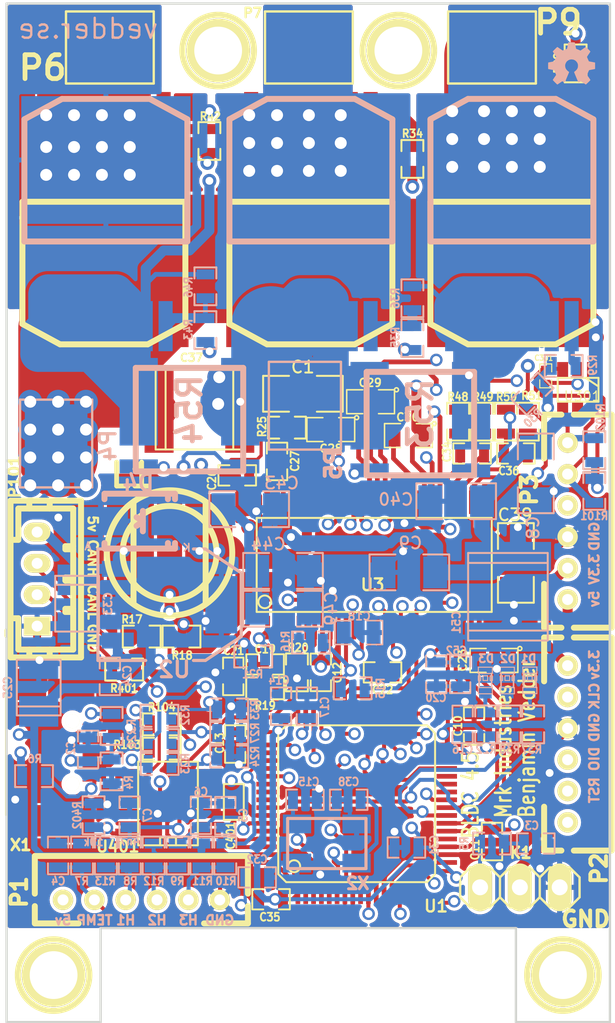
<source format=kicad_pcb>
(kicad_pcb (version 20221018) (generator pcbnew)
  (title_block (title "BLDC Driver 4.6") (date "30 Aug 2014") (rev "A") (company "Benjamin Vedder"))
  (layers (0 "F.Cu" signal) (1 "In1.Cu" signal "GND") (2 "In2.Cu" signal "Power") (31 "B.Cu" signal) (34 "B.Paste" user) (35 "F.Paste" user) (36 "B.SilkS" user "B.Silkscreen") (37 "F.SilkS" user "F.Silkscreen") (38 "B.Mask" user) (39 "F.Mask" user) (44 "Edge.Cuts" user))
  (net 0 "")
  (net 1 "+5V")
  (net 2 "GND")
  (net 3 "NRST")
  (net 4 "Net-(C15-Pad1)")
  (net 5 "Net-(C16-Pad1)")
  (net 6 "Net-(C17-Pad1)")
  (net 7 "Net-(C18-Pad1)")
  (net 8 "Net-(C19-Pad2)")
  (net 9 "Net-(C20-Pad2)")
  (net 10 "Net-(C21-Pad2)")
  (net 11 "Net-(C22-Pad1)")
  (net 12 "Net-(C22-Pad2)")
  (net 13 "Net-(C23-Pad2)")
  (net 14 "Net-(C26-Pad2)")
  (net 15 "Net-(C27-Pad1)")
  (net 16 "Net-(C27-Pad2)")
  (net 17 "Net-(C28-Pad2)")
  (net 18 "Net-(C29-Pad2)")
  (net 19 "Net-(C30-Pad2)")
  (net 20 "Net-(C34-Pad1)")
  (net 21 "Net-(C34-Pad2)")
  (net 22 "Net-(C36-Pad1)")
  (net 23 "Net-(C36-Pad2)")
  (net 24 "Net-(C38-Pad1)")
  (net 25 "Net-(D1-Pad1)")
  (net 26 "Net-(D2-Pad1)")
  (net 27 "Net-(K1-Pad1)")
  (net 28 "Net-(Q1-PadG)")
  (net 29 "Net-(Q2-PadG)")
  (net 30 "Net-(Q3-PadG)")
  (net 31 "Net-(Q4-PadG)")
  (net 32 "Net-(Q5-PadG)")
  (net 33 "Net-(Q6-PadG)")
  (net 34 "Net-(R15-Pad2)")
  (net 35 "Net-(R17-Pad2)")
  (net 36 "Net-(R20-Pad1)")
  (net 37 "Net-(R21-Pad2)")
  (net 38 "Net-(R25-Pad2)")
  (net 39 "Net-(R6-Pad1)")
  (net 40 "SWCLK")
  (net 41 "SWDIO")
  (net 42 "VCC")
  (net 43 "V_SUPPLY")
  (net 44 "/MCU/AN_IN")
  (net 45 "/MCU/SERVO")
  (net 46 "/Mosfet driver/H1_VS")
  (net 47 "/Mosfet driver/H2_VS")
  (net 48 "/Mosfet driver/H3_VS")
  (net 49 "/MCU/ADC_EXT")
  (net 50 "/MCU/RX_SCL")
  (net 51 "/Mosfet driver/H1_LOW")
  (net 52 "/Mosfet driver/H3_LOW")
  (net 53 "/MCU/SENS1")
  (net 54 "/MCU/SENS2")
  (net 55 "/Mosfet driver/M_H1")
  (net 56 "/Mosfet driver/M_L1")
  (net 57 "/MCU/SENS3")
  (net 58 "/Mosfet driver/M_H2")
  (net 59 "/Mosfet driver/M_L2")
  (net 60 "/Mosfet driver/M_H3")
  (net 61 "/Mosfet driver/M_L3")
  (net 62 "/Mosfet driver/SH1_A")
  (net 63 "/Mosfet driver/SH1_B")
  (net 64 "/Mosfet driver/SH2_A")
  (net 65 "/Mosfet driver/SH2_B")
  (net 66 "/MCU/BR_SO2")
  (net 67 "/MCU/BR_SO1")
  (net 68 "/MCU/DC_CAL")
  (net 69 "/MCU/L3")
  (net 70 "/MCU/L2")
  (net 71 "/MCU/L1")
  (net 72 "/MCU/EN_GATE")
  (net 73 "/MCU/FAULT")
  (net 74 "/MCU/H3")
  (net 75 "/MCU/H2")
  (net 76 "/MCU/H1")
  (net 77 "/MCU/USB_DM")
  (net 78 "/MCU/USB_DP")
  (net 79 "/Filters/TEMP_IN")
  (net 80 "/Filters/HALL3_OUT")
  (net 81 "/Filters/HALL2_OUT")
  (net 82 "/Filters/HALL1_OUT")
  (net 83 "Net-(D3-Pad1)")
  (net 84 "/Filters/HALL1_IN")
  (net 85 "/Filters/HALL2_IN")
  (net 86 "/Filters/HALL3_IN")
  (net 87 "/I²C temp sensor/SDA")
  (net 88 "/CAN bus transceiver/CANL")
  (net 89 "/CAN bus transceiver/CANH")
  (net 90 "/MCU/LED_GREEN")
  (net 91 "/MCU/LED_RED")
  (net 92 "Net-(R103-Pad2)")
  (net 93 "Net-(R104-Pad2)")
  (net 94 "Net-(R402-Pad1)")
  (net 95 "/CAN bus transceiver/CAN_RX")
  (net 96 "/CAN bus transceiver/CAN_TX")
  (net 97 "Net-(P2-Pad6)")
  (net 98 "Net-(U1-Pad4)")
  (net 99 "Net-(U1-Pad2)")
  (net 100 "Net-(U1-Pad3)")
  (net 101 "Net-(U1-Pad17)")
  (net 102 "Net-(U1-Pad20)")
  (net 103 "Net-(U1-Pad39)")
  (net 104 "Net-(U1-Pad40)")
  (net 105 "Net-(U1-Pad50)")
  (net 106 "Net-(U1-Pad54)")
  (net 107 "Net-(U1-Pad55)")
  (net 108 "Net-(U1-Pad56)")
  (net 109 "Net-(U1-Pad9)")
  (net 110 "Net-(U1-Pad11)")
  (net 111 "Net-(U1-Pad26)")
  (net 112 "Net-(U1-Pad27)")
  (net 113 "Net-(U1-Pad28)")
  (net 114 "Net-(U3-Pad4)")
  (net 115 "Net-(U3-Pad5)")
  (net 116 "Net-(U3-Pad55)")
  (net 117 "/I²C temp sensor/ALERT")
  (net 118 "Net-(U301-Pad1)")
  (net 119 "Net-(U401-Pad5)")
  (net 120 "Net-(X1-Pad4)")
  (footprint "1pin" (layer "F.Cu") (at 92 83)
    (fp_text reference "1PIN" hide)
    (fp_text value "P***" hide)
  )
  (footprint "1pin" (layer "F.Cu") (at 103.5 83)
    (fp_text reference "1PIN" hide)
    (fp_text value "P***" hide)
  )
  (footprint "SMD_Packages:SMD-1206" (layer "F.Cu") (at 97.409 104.902)
    (fp_text reference "C1")
    (fp_text value "10u,50V" hide)
  )
  (footprint "SMD_Packages:SMD-0603_c" (layer "F.Cu") (at 108.331 126.111 -90)
    (fp_text reference "C10")
    (fp_text value "2.2u" hide)
  )
  (footprint "SMD_Packages:SMD-0603_c" (layer "F.Cu") (at 109.474 133.477 90)
    (fp_text reference "C11")
    (fp_text value "2.2u" hide)
  )
  (footprint "SMD_Packages:SMD-0603_c" (layer "F.Cu") (at 98.552 122.682 90)
    (fp_text reference "C12")
    (fp_text value "2.2u" hide)
  )
  (footprint "SMD_Packages:SMD-0603_c" (layer "F.Cu") (at 93.091 127.254 90)
    (fp_text reference "C13")
    (fp_text value "2.2u" hide)
  )
  (footprint "SMD_Packages:SMD-0603_c" (layer "F.Cu") (at 94.996 122.174)
    (fp_text reference "C19")
    (fp_text value "120p" hide)
  )
  (footprint "SMD_Packages:SMD-0603_c" (layer "F.Cu") (at 92.964 122.936 -90)
    (fp_text reference "C21")
    (fp_text value "6.8n" hide)
  )
  (footprint "SMD_Packages:SMD-0603_c" (layer "F.Cu") (at 102.489 122.682)
    (fp_text reference "C22")
    (fp_text value "22n" hide)
  )
  (footprint "SMD_Packages:SMD-0805" (layer "F.Cu") (at 109.601 121.92 180)
    (fp_text reference "C23")
    (fp_text value "1u" hide)
  )
  (footprint "SMD_Packages:SMD-0603_c" (layer "F.Cu") (at 93.218 110.109)
    (fp_text reference "C26")
    (fp_text value "15n" hide)
  )
  (footprint "SMD_Packages:SMD-0603_c" (layer "F.Cu") (at 95.758 109.22 -90)
    (fp_text reference "C27")
    (fp_text value "100n" hide)
  )
  (footprint "SMD_Packages:SMD-0805" (layer "F.Cu") (at 99.187 107.188 180)
    (fp_text reference "C28")
    (fp_text value "220n" hide)
  )
  (footprint "SMD_Packages:SMD-0805" (layer "F.Cu") (at 101.727 105.41 180)
    (fp_text reference "C29")
    (fp_text value "220n" hide)
  )
  (footprint "SMD_Packages:SMD-0805" (layer "F.Cu") (at 104.14 107.569 180)
    (fp_text reference "C30")
    (fp_text value "220n" hide)
  )
  (footprint "SMD_Packages:SMD-0603_c" (layer "F.Cu") (at 108.204 108.712)
    (fp_text reference "C34")
    (fp_text value "2.2n" hide)
  )
  (footprint "SMD_Packages:SMD-0603_c" (layer "F.Cu") (at 95.377 137.16)
    (fp_text reference "C35")
    (fp_text value "2.2u" hide)
  )
  (footprint "SMD_Packages:SMD-0603_c" (layer "F.Cu") (at 110.998 108.712)
    (fp_text reference "C36")
    (fp_text value "2.2n" hide)
  )
  (footprint "w_smd_cap:c_2220" (layer "F.Cu") (at 90.805 105.918)
    (fp_text reference "C37")
    (fp_text value "15u,100V" hide)
  )
  (footprint "SMD_Packages:SMD-1206" (layer "F.Cu") (at 110.998 115.697 90)
    (fp_text reference "C39")
    (fp_text value "10u,50V" hide)
  )
  (footprint "CRF1:pinhead-1X03" (layer "F.Cu") (at 111.252 136.398)
    (fp_text reference "K1")
    (fp_text value "SERVO" hide)
  )
  (footprint "w_smd_inductors:inductor_smd_8x5mm" (layer "F.Cu") (at 88.9 115.062 180)
    (fp_text reference "L1")
    (fp_text value "22u" hide)
  )
  (footprint "CRF1:MICRO_JST_6" (layer "F.Cu") (at 87.1 137.2)
    (fp_text reference "P1")
    (fp_text value "HALL/Encoder" hide)
  )
  (footprint "CRF1:MICRO_JST_6" (layer "F.Cu") (at 114.3 127.254 -90)
    (fp_text reference "P2")
    (fp_text value "SWD" hide)
  )
  (footprint "CRF1:1PAD_4x5mm" (layer "F.Cu") (at 85.09 82.804 90)
    (fp_text reference "P6")
    (fp_text value "MOTOR1" hide)
  )
  (footprint "CRF1:1PAD_4x5mm" (layer "F.Cu") (at 109.474 82.804 90)
    (fp_text reference "P9")
    (fp_text value "MOTOR3" hide)
  )
  (footprint "CRF1:D2PAK-7-GDS" (layer "F.Cu") (at 110.744 91.948 180)
    (fp_text reference "Q1" hide)
    (fp_text value "IRFS3006" hide)
  )
  (footprint "CRF1:D2PAK-7-GDS" (layer "F.Cu") (at 97.917 91.948 180)
    (fp_text reference "Q3" hide)
    (fp_text value "IRFS3006" hide)
  )
  (footprint "CRF1:D2PAK-7-GDS" (layer "F.Cu") (at 84.709 91.948 180)
    (fp_text reference "Q5" hide)
    (fp_text value "IRFS3006" hide)
  )
  (footprint "SMD_Packages:SMD-0603_r" (layer "F.Cu") (at 87.122 120.396)
    (fp_text reference "R17")
    (fp_text value "18k" hide)
  )
  (footprint "SMD_Packages:SMD-0603_r" (layer "F.Cu") (at 89.662 120.396)
    (fp_text reference "R18")
    (fp_text value "3k3" hide)
  )
  (footprint "SMD_Packages:SMD-0603_r" (layer "F.Cu") (at 94.996 123.698)
    (fp_text reference "R19")
    (fp_text value "15k" hide)
  )
  (footprint "SMD_Packages:SMD-0603_r" (layer "F.Cu") (at 97.028 122.682 -90)
    (fp_text reference "R20")
    (fp_text value "10k" hide)
  )
  (footprint "SMD_Packages:SMD-0603_r" (layer "F.Cu") (at 96.393 107.061)
    (fp_text reference "R25")
    (fp_text value "1M" hide)
  )
  (footprint "SMD_Packages:SMD-0603_r" (layer "F.Cu") (at 114.808 83.82 90)
    (fp_text reference "R28")
    (fp_text value "4R7" hide)
  )
  (footprint "SMD_Packages:SMD-0603_r" (layer "F.Cu") (at 91.44 88.773 -90)
    (fp_text reference "R42")
    (fp_text value "4R7" hide)
  )
  (footprint "SMD_Packages:SMD-0603_r" (layer "F.Cu") (at 108.839 106.68 -90)
    (fp_text reference "R49")
    (fp_text value "100R" hide)
  )
  (footprint "SMD_Packages:SMD-0603_r" (layer "F.Cu") (at 110.363 106.68 -90)
    (fp_text reference "R50")
    (fp_text value "100R" hide)
  )
  (footprint "SMD_Packages:SMD-0603_r" (layer "F.Cu") (at 111.76 106.68 -90)
    (fp_text reference "R51")
    (fp_text value "100R" hide)
  )
  (footprint "CRF1:lqfp64_pad_mod" (layer "F.Cu") (at 100.838 131.064)
    (fp_text reference "U1")
    (fp_text value "STM32F40X_LQFP64" hide)
  )
  (footprint "CRF1:TSSOP-56-PP" (layer "F.Cu") (at 101.854 115.824)
    (fp_text reference "U3")
    (fp_text value "DRV8302" hide)
  )
  (footprint "Mrk Industries:USB-UX60R-MB-5ST" (layer "F.Cu") (at 82.7 127.8 -90)
    (fp_text reference "X1")
    (fp_text value "MINI-USB-SHIELD-32005-201" hide)
  )
  (footprint "SMD_Packages:SMD-0402" (layer "F.Cu") (at 112.903 103.759 -90)
    (fp_text reference "C301")
    (fp_text value "100nF" hide)
  )
  (footprint "SMD_Packages:SMD-0603" (layer "F.Cu") (at 93 130.95 -90)
    (fp_text reference "C401")
    (fp_text value "1u" hide)
  )
  (footprint "SMD_Packages:SMD-0603_r" (layer "F.Cu") (at 88.4 127.55 180)
    (fp_text reference "R103")
    (fp_text value "22R" hide)
  )
  (footprint "SMD_Packages:SMD-0603_r" (layer "F.Cu") (at 88.4 126 180)
    (fp_text reference "R104")
    (fp_text value "22R" hide)
  )
  (footprint "SMD_Packages:SMD-0603_r" (layer "F.Cu") (at 86 122.5 180)
    (fp_text reference "R401")
    (fp_text value "NI" hide)
  )
  (footprint "SMD_Packages:SOIC-8-W" (layer "F.Cu") (at 88.8 131.05 90)
    (fp_text reference "U401")
    (fp_text value "SN65HVD232" hide)
  )
  (footprint "CRF1:MICRO_JST_6" (layer "F.Cu") (at 114.3 113.03 -90)
    (fp_text reference "P3")
    (fp_text value "PWR_COMM" hide)
  )
  (footprint "JST conn:b4b-ph-kl" (layer "F.Cu") (at 80.45 116.726 90)
    (fp_text reference "P101")
    (fp_text value "CANBUS" hide)
  )
  (footprint "CRF1:1PAD_4x5mm" (layer "F.Cu") (at 97.79 82.804 90)
    (fp_text reference "P7")
    (fp_text value "MOTOR2" hide)
  )
  (footprint "SMD_Packages:SMD-0603_r" (layer "F.Cu") (at 107.315 106.68 -90)
    (fp_text reference "R48")
    (fp_text value "100R" hide)
  )
  (footprint "SMD_Packages:SMD-0603_r" (layer "F.Cu") (at 104.394 89.916 -90)
    (fp_text reference "R34")
    (fp_text value "4R7" hide)
  )
  (footprint "SMD_Packages:SOT-23-6" (layer "F.Cu") (at 114.935 104.648 180)
    (fp_text reference "U301")
    (fp_text value "LM73" hide)
  )
  (footprint "Connect:1pin" (layer "F.Cu") (at 114 142)
    (fp_text reference "1PIN" hide)
    (fp_text value "P***" hide)
  )
  (footprint "Connect:1pin" (layer "F.Cu") (at 81.5 142)
    (fp_text reference "1PIN" hide)
    (fp_text value "P***" hide)
  )
  (footprint "oshw_silkscreen-back_3mm" (layer "B.Cu") (at 114.554 83.82)
    (fp_text reference "G***" hide)
    (fp_text value "oshw_silkscreen-back_3mm" hide)
  )
  (footprint "SMD_Packages:SMD-1206" (layer "B.Cu") (at 104.2 116.3)
    (fp_text reference "C9")
    (fp_text value "10u,50V" hide)
  )
  (footprint "SMD_Packages:SMD-1206" (layer "B.Cu") (at 107.188 111.76)
    (fp_text reference "C40")
    (fp_text value "10u,50V" hide)
  )
  (footprint "SMD_Packages:SMD-1206" (layer "B.Cu") (at 112.268 109.982 90)
    (fp_text reference "C8")
    (fp_text value "10u,50V" hide)
  )
  (footprint "SMD_Packages:SMD-0603_c" (layer "B.Cu") (at 112.268 133.604 180)
    (fp_text reference "C3")
    (fp_text value "100n" hide)
  )
  (footprint "SMD_Packages:SMD-0603_c" (layer "B.Cu") (at 81.788 134.366 -90)
    (fp_text reference "C4")
    (fp_text value "4n7" hide)
  )
  (footprint "SMD_Packages:SMD-0603_c" (layer "B.Cu") (at 92.456 131.826 90)
    (fp_text reference "C5")
    (fp_text value "4n7" hide)
  )
  (footprint "SMD_Packages:SMD-0603_c" (layer "B.Cu") (at 90.9 131.8 90)
    (fp_text reference "C6")
    (fp_text value "4n7" hide)
  )
  (footprint "SMD_Packages:SMD-0603_c" (layer "B.Cu") (at 86.35 131.8 90)
    (fp_text reference "C7")
    (fp_text value "4n7")
  )
  (footprint "SMD_Packages:SMD-0603_c" (layer "B.Cu") (at 96.012 124.841 -90)
    (fp_text reference "C14")
    (fp_text value "2.2u" hide)
  )
  (footprint "SMD_Packages:SMD-0603_c" (layer "B.Cu") (at 97.536 130.81)
    (fp_text reference "C15")
    (fp_text value "15p" hide)
  )
  (footprint "SMD_Packages:SMD-0603_c" (layer "B.Cu") (at 107.6 126 90)
    (fp_text reference "C16")
    (fp_text value "2.2u" hide)
  )
  (footprint "SMD_Packages:SMD-0603_c" (layer "B.Cu") (at 97.663 124.841 90)
    (fp_text reference "C17")
    (fp_text value "2.2u" hide)
  )
  (footprint "SMD_Packages:SMD-0805" (layer "B.Cu") (at 100.965 120.142)
    (fp_text reference "C18")
    (fp_text value "2.2u" hide)
  )
  (footprint "SMD_Packages:SMD-0603_c" (layer "B.Cu") (at 105.918 122.809 90)
    (fp_text reference "C20")
    (fp_text value "1u" hide)
  )
  (footprint "SMD_Packages:SMD-0603_c" (layer "B.Cu") (at 85.09 122.936 90)
    (fp_text reference "C24")
    (fp_text value "2.2u" hide)
  )
  (footprint "w_smd_cap:c_tant_B" (layer "B.Cu") (at 80.55 123.65 -90)
    (fp_text reference "C25")
    (fp_text value "100u" hide)
  )
  (footprint "SMD_Packages:SMD-0603_c" (layer "B.Cu") (at 104.013 133.858)
    (fp_text reference "C31")
    (fp_text value "2.2u" hide)
  )
  (footprint "SMD_Packages:SMD-0603_c" (layer "B.Cu") (at 94.488 135.763 180)
    (fp_text reference "C32")
    (fp_text value "100n" hide)
  )
  (footprint "w_smd_cap:c_tant_B" (layer "B.Cu") (at 83 118.3 90)
    (fp_text reference "C33")
    (fp_text value "100u" hide)
  )
  (footprint "SMD_Packages:SMD-0603_c" (layer "B.Cu") (at 100.33 130.81 180)
    (fp_text reference "C38")
    (fp_text value "15p" hide)
  )
  (footprint "SMD_Packages:SMD-1206" (layer "B.Cu") (at 93.98 112.268)
    (fp_text reference "C43")
    (fp_text value "10u,50V" hide)
  )
  (footprint "SMD_Packages:SMD-1206" (layer "B.Cu") (at 96.139 116.205)
    (fp_text reference "C44")
    (fp_text value "10u,50V" hide)
  )
  (footprint "SMD_Packages:SMD-1206" (layer "B.Cu") (at 96.139 118.618)
    (fp_text reference "C49")
    (fp_text value "10u,50V" hide)
  )
  (footprint "w_smd_cap:c_2220" (layer "B.Cu") (at 110.49 117.856 -90)
    (fp_text reference "C51")
    (fp_text value "15u, 100v" hide)
  )
  (footprint "SMD_Packages:SMD-0603_c" (layer "B.Cu") (at 107.442 122.809 90)
    (fp_text reference "C52")
    (fp_text value "1u" hide)
  )
  (footprint "LEDs:LED-0603" (layer "B.Cu") (at 111.887 123.19 90)
    (fp_text reference "D1")
    (fp_text value "GREEN" hide)
  )
  (footprint "LEDs:LED-0603" (layer "B.Cu") (at 110.45 123.2 90)
    (fp_text reference "D2")
    (fp_text value "RED" hide)
  )
  (footprint "LEDs:LED-0603" (layer "B.Cu") (at 109.05 123.2 90)
    (fp_text reference "D3")
    (fp_text value "LED" hide)
  )
  (footprint "Diodes_SMD:Diode-SMA_Handsoldering" (layer "B.Cu") (at 86.995 113.03)
    (fp_text reference "D4")
    (fp_text value "DIODESCH" hide)
  )
  (footprint "CRF1:1PAD_4x5mm" (layer "B.Cu") (at 81.661 108.077)
    (fp_text reference "P4")
    (fp_text value "IN+" hide)
  )
  (footprint "CRF1:1PAD_4x5mm" (layer "B.Cu") (at 97.536 105.664)
    (fp_text reference "P5")
    (fp_text value "IN-" hide)
  )
  (footprint "CRF1:D2PAK-7-GDS" (layer "B.Cu") (at 110.744 95.885 180)
    (fp_text reference "Q2" hide)
    (fp_text value "IRFS3006" hide)
  )
  (footprint "CRF1:D2PAK-7-GDS" (layer "B.Cu") (at 97.917 95.885 180)
    (fp_text reference "Q4" hide)
    (fp_text value "IRFS3006" hide)
  )
  (footprint "SMD_Packages:SMD-0603_r" (layer "B.Cu") (at 85.2 129 90)
    (fp_text reference "R4")
    (fp_text value "2k2" hide)
  )
  (footprint "SMD_Packages:SMD-0603_r" (layer "B.Cu") (at 109.474 133.604 180)
    (fp_text reference "R5")
    (fp_text value "2k2" hide)
  )
  (footprint "SMD_Packages:SMD-0603_r" (layer "B.Cu") (at 83.312 134.366 90)
    (fp_text reference "R7")
    (fp_text value "10k" hide)
  )
  (footprint "SMD_Packages:SMD-0603_r" (layer "B.Cu") (at 86.36 134.366 90)
    (fp_text reference "R8")
    (fp_text value "10k" hide)
  )
  (footprint "SMD_Packages:SMD-0603_r" (layer "B.Cu") (at 89.408 134.366 90)
    (fp_text reference "R9")
    (fp_text value "10k" hide)
  )
  (footprint "SMD_Packages:SMD-0603_r" (layer "B.Cu") (at 92.456 134.366 90)
    (fp_text reference "R10")
    (fp_text value "10k" hide)
  )
  (footprint "SMD_Packages:SMD-0603_r" (layer "B.Cu") (at 90.932 134.366 90)
    (fp_text reference "R11")
    (fp_text value "2k2" hide)
  )
  (footprint "SMD_Packages:SMD-0603_r" (layer "B.Cu") (at 87.884 134.366 90)
    (fp_text reference "R12")
    (fp_text value "2k2" hide)
  )
  (footprint "SMD_Packages:SMD-0603_r" (layer "B.Cu") (at 84.836 134.366 90)
    (fp_text reference "R13")
    (fp_text value "2k2" hide)
  )
  (footprint "SMD_Packages:SMD-0603_r" (layer "B.Cu") (at 100.584 123.698 180)
    (fp_text reference "R15")
    (fp_text value "330k" hide)
  )
  (footprint "SMD_Packages:SMD-0603_r" (layer "B.Cu") (at 97.917 120.777 180)
    (fp_text reference "R16")
    (fp_text value "10k" hide)
  )
  (footprint "SMD_Packages:SMD-0603_r" (layer "B.Cu") (at 94.234 121.666)
    (fp_text reference "R21")
    (fp_text value "220k" hide)
  )
  (footprint "SMD_Packages:SMD-0603_r" (layer "B.Cu") (at 109.1 126 -90)
    (fp_text reference "R22")
    (fp_text value "2k2" hide)
  )
  (footprint "SMD_Packages:SMD-0603_r" (layer "B.Cu") (at 88.265 128.524)
    (fp_text reference "R23")
    (fp_text value "33k" hide)
  )
  (footprint "SMD_Packages:SMD-0603_r" (layer "B.Cu") (at 92.7 128.05 180)
    (fp_text reference "R24")
    (fp_text value "2k2" hide)
  )
  (footprint "SMD_Packages:SMD-0603_r" (layer "B.Cu") (at 88.265 127)
    (fp_text reference "R26")
    (fp_text value "33k" hide)
  )
  (footprint "SMD_Packages:SMD-0603_r" (layer "B.Cu") (at 92.7 126.55 180)
    (fp_text reference "R27")
    (fp_text value "2k2" hide)
  )
  (footprint "SMD_Packages:SMD-0603_r" (layer "B.Cu") (at 114.046 103.124 180)
    (fp_text reference "R29")
    (fp_text value "4R7" hide)
  )
  (footprint "SMD_Packages:SMD-0603_r" (layer "B.Cu") (at 112.05 104.9 45)
    (fp_text reference "R30")
    (fp_text value "33k" hide)
  )
  (footprint "SMD_Packages:SMD-0603_r" (layer "B.Cu") (at 88.25 125.45)
    (fp_text reference "R32")
    (fp_text value "33k" hide)
  )
  (footprint "SMD_Packages:SMD-0603_r" (layer "B.Cu") (at 92.7 125.05 180)
    (fp_text reference "R33")
    (fp_text value "2k2" hide)
  )
  (footprint "SMD_Packages:SMD-0603_r" (layer "B.Cu") (at 104.394 101.346 -90)
    (fp_text reference "R35")
    (fp_text value "4R7" hide)
  )
  (footprint "SMD_Packages:SMD-0603_r" (layer "B.Cu") (at 104.394 98.806 -90)
    (fp_text reference "R36")
    (fp_text value "33k" hide)
  )
  (footprint "SMD_Packages:SMD-0603_r" (layer "B.Cu") (at 112.1 126 -90)
    (fp_text reference "R37")
    (fp_text value "100R" hide)
  )
  (footprint "SMD_Packages:SMD-0603_r" (layer "B.Cu") (at 110.6 126 -90)
    (fp_text reference "R38")
    (fp_text value "100R" hide)
  )
  (footprint "SMD_Packages:SMD-0603_r" (layer "B.Cu") (at 91.186 100.838 -90)
    (fp_text reference "R43")
    (fp_text value "4R7" hide)
  )
  (footprint "SMD_Packages:SMD-0603_r" (layer "B.Cu") (at 91.186 98.044 -90)
    (fp_text reference "R46")
    (fp_text value "33k" hide)
  )
  (footprint "CRF1:WSLP2726" (layer "B.Cu") (at 104.902 108.712)
    (fp_text reference "R53")
    (fp_text value "SHUNT" hide)
  )
  (footprint "SMD_Packages:SOT-223" (layer "B.Cu") (at 88.9 118.364 90)
    (fp_text reference "U2")
    (fp_text value "NCP1117ST33T3G" hide)
  )
  (footprint "CRF1:Crystal_5x3mm" (layer "B.Cu") (at 98.933 133.604)
    (fp_text reference "X2")
    (fp_text value "8MHz 10ppm" hide)
  )
  (footprint "SMD_Packages:SMD-0603_r" (layer "B.Cu") (at 85.2 126.1 -90)
    (fp_text reference "R3")
    (fp_text value "33k" hide)
  )
  (footprint "SMD_Packages:SMD-0603_r" (layer "B.Cu") (at 80.25 129.3 180)
    (fp_text reference "R6")
    (fp_text value "0R" hide)
  )
  (footprint "SMD_Packages:SMD-0603_r" (layer "B.Cu") (at 116 111.1 -90)
    (fp_text reference "R101")
    (fp_text value "10k" hide)
  )
  (footprint "SMD_Packages:SMD-0603_r" (layer "B.Cu") (at 116 108.5 90)
    (fp_text reference "R102")
    (fp_text value "10k" hide)
  )
  (footprint "SMD_Packages:SMD-0603_r" (layer "B.Cu") (at 84.05 131.8 90)
    (fp_text reference "R402")
    (fp_text value "10k")
  )
  (footprint "SMD_Packages:SMD-0603_c" (layer "B.Cu") (at 83.7 127.6 -90)
    (fp_text reference "C2")
    (fp_text value "100n" hide)
  )
  (footprint "CRF1:D2PAK-7-GDS" (layer "B.Cu") (at 84.836 95.885 180)
    (fp_text reference "Q6" hide)
    (fp_text value "IRFS3006" hide)
  )
  (footprint "CRF1:WSLP2726" (layer "B.Cu") (at 90.17 108.458)
    (fp_text reference "R54")
    (fp_text value "SHUNT" hide)
  )
  (gr_line (start 84.5 145) (end 78.5 145) (stroke (width 0.15)) (layer "Edge.Cuts"))
  (gr_line (start 111 139) (end 111 145) (stroke (width 0.15)) (layer "Edge.Cuts"))
  (gr_line (start 84.5 139) (end 111 139) (stroke (width 0.15)) (layer "Edge.Cuts"))
  (gr_line (start 117 80) (end 78.5 80) (stroke (width 0.15)) (layer "Edge.Cuts"))
  (gr_line (start 84.5 139) (end 84.5 145) (stroke (width 0.15)) (layer "Edge.Cuts"))
  (gr_line (start 117 80) (end 117 145) (stroke (width 0.15)) (layer "Edge.Cuts"))
  (gr_line (start 78.5 145) (end 78.5 80) (stroke (width 0.15)) (layer "Edge.Cuts"))
  (gr_line (start 111 145) (end 117 145) (stroke (width 0.15)) (layer "Edge.Cuts"))
  (gr_text "H3" (at 90.1 138.5) (layer "B.SilkS") (effects (font (size 0.6 0.6)) (justify mirror)))
  (gr_text "TEMP" (at 84.1 138.5) (layer "B.SilkS") (effects (font (size 0.6 0.6)) (justify mirror)))
  (gr_text "5v" (at 82.1 138.5) (layer "B.SilkS") (effects (font (size 0.6 0.6)) (justify mirror)))
  (gr_text "RST" (at 116 130.2 90) (layer "B.SilkS") (effects (font (size 0.6 0.6)) (justify mirror)))
  (gr_text "H2" (at 88.1 138.5) (layer "B.SilkS") (effects (font (size 0.6 0.6)) (justify mirror)))
  (gr_text "GND" (at 116 126.2 90) (layer "B.SilkS") (effects (font (size 0.6 0.6)) (justify mirror)))
  (gr_text "5v" (at 116 118 90) (layer "B.SilkS") (effects (font (size 0.6 0.6)) (justify mirror)))
  (gr_text "3.3V" (at 116 116.1 90) (layer "B.SilkS") (effects (font (size 0.6 0.6)) (justify mirror)))
  (gr_text "GND" (at 116 114 90) (layer "B.SilkS") (effects (font (size 0.6 0.6)) (justify mirror)))
  (gr_text "GND" (at 92.1 138.5) (layer "B.SilkS") (effects (font (size 0.6 0.6)) (justify mirror)))
  (gr_text "3.3v" (at 116 122.2 90) (layer "B.SilkS") (effects (font (size 0.6 0.6)) (justify mirror)))
  (gr_text "H1" (at 86.1 138.5) (layer "B.SilkS") (effects (font (size 0.6 0.6)) (justify mirror)))
  (gr_text "CLK" (at 116 124.2 90) (layer "B.SilkS") (effects (font (size 0.6 0.6)) (justify mirror)))
  (gr_text "DIO" (at 116 128.2 90) (layer "B.SilkS") (effects (font (size 0.6 0.6)) (justify mirror)))
  (gr_text "vedder.se" (at 83.7 81.6) (layer "B.SilkS") (effects (font (size 1.27 1.27) (thickness 0.1524)) (justify mirror)))
  (gr_text "Benjamin Vedder" (at 111.7 126.9 90) (layer "F.SilkS") (effects (font (size 1 0.8))))
  (gr_text "5v" (at 84 113.2 270) (layer "F.SilkS") (effects (font (size 0.6 0.6))))
  (gr_text "CANH" (at 84 115.4 270) (layer "F.SilkS") (effects (font (size 0.6 0.6))))
  (gr_text "Mrk Industries" (at 110.2 127.7 90) (layer "F.SilkS") (effects (font (size 1 0.8))))
  (gr_text "GND" (at 115.45 138.426) (layer "F.SilkS") (effects (font (size 1 1) (thickness 0.25))))
  (gr_text "BLDC 4.5" (at 108.1 130.5 90) (layer "F.SilkS") (effects (font (size 1 0.8))))
  (gr_text "CANL" (at 84 118.2 270) (layer "F.SilkS") (effects (font (size 0.6 0.6))))
  (gr_text "GND" (at 84 120.5 270) (layer "F.SilkS") (effects (font (size 0.6 0.6))))
  (segment (start 85.979 114.935) (end 86.106 115.062) (width 0.635) (layer "F.Cu") (net 1))
  (segment (start 86.106 115.062) (end 86.40064 115.062) (width 0.635) (layer "F.Cu") (net 1))
  (segment (start 114.3 119.38) (end 115.697 120.777) (width 0.635) (layer "F.Cu") (net 1))
  (segment (start 115.697 120.777) (end 115.697 133.096) (width 0.635) (layer "F.Cu") (net 1))
  (segment (start 115.697 133.096) (end 115.062 133.731) (width 0.635) (layer "F.Cu") (net 1))
  (segment (start 112.649 133.731) (end 111.252 135.128) (width 0.635) (layer "F.Cu") (net 1))
  (segment (start 111.252 135.128) (end 111.252 136.398) (width 0.635) (layer "F.Cu") (net 1))
  (segment (start 88.9 118.8) (end 88.9 117.729) (width 0.635) (layer "F.Cu") (net 1))
  (segment (start 86.40064 115.062) (end 86.40064 116.40064) (width 1.27) (layer "F.Cu") (net 1))
  (segment (start 115.062 133.731) (end 112.649 133.731) (width 0.635) (layer "F.Cu") (net 1))
  (segment (start 86.40064 115.22964) (end 88.9 117.729) (width 1.27) (layer "F.Cu") (net 1))
  (segment (start 86.40064 115.062) (end 86.40064 115.22964) (width 1.27) (layer "F.Cu") (net 1))
  (segment (start 86.40064 115.062) (end 86.40064 120.35536) (width 1.27) (layer "F.Cu") (net 1))
  (segment (start 114.3 118.03126) (end 114.3 119.38) (width 0.635) (layer "F.Cu") (net 1))
  (segment (start 86.40064 120.35536) (end 86.36 120.396) (width 1.27) (layer "F.Cu") (net 1))
  (via (at 88.9 118.8) (size 0.8) (drill 0.5) (layers "F.Cu" "B.Cu") (net 1))
  (via (at 85.979 114.935) (size 0.8) (drill 0.5) (layers "F.Cu" "B.Cu") (net 1))
  (via (at 79.4 127.8) (size 0.8) (drill 0.5) (layers "F.Cu" "B.Cu") (net 1))
  (via (at 88.9 117.729) (size 0.8) (drill 0.5) (layers "F.Cu" "B.Cu") (net 1))
  (segment (start 85.598 115.316) (end 85.979 114.935) (width 0.635) (layer "B.Cu") (net 1))
  (segment (start 79.45 129.262) (end 79.4 127.8) (width 0.508) (layer "B.Cu") (net 1))
  (segment (start 83.698 116.078) (end 83 116.776) (width 0.635) (layer "B.Cu") (net 1))
  (segment (start 80.92626 113.72626) (end 83 115.8) (width 0.635) (layer "B.Cu") (net 1))
  (segment (start 83 115.8) (end 83 116.776) (width 0.635) (layer "B.Cu") (net 1))
  (segment (start 79.488 129.3) (end 79.45 129.262) (width 0.508) (layer "B.Cu") (net 1))
  (segment (start 85.598 116.078) (end 83.698 116.078) (width 0.635) (layer "B.Cu") (net 1))
  (segment (start 85.598 116.078) (end 85.598 115.316) (width 0.635) (layer "B.Cu") (net 1))
  (segment (start 85.598 116.078) (end 84.709 116.078) (width 0.635) (layer "B.Cu") (net 1))
  (segment (start 85.598 116.078) (end 82.922 116.078) (width 0.635) (layer "B.Cu") (net 1))
  (segment (start 80.45 113.72626) (end 80.92626 113.72626) (width 0.635) (layer "B.Cu") (net 1))
  (segment (start 108.65612 118.16588) (end 109.474 117.348) (width 0.3048) (layer "F.Cu") (net 2))
  (segment (start 109.474 117.348) (end 110.998 117.348) (width 0.3048) (layer "F.Cu") (net 2))
  (segment (start 98.552 116.84) (end 99.568 115.824) (width 0.635) (layer "F.Cu") (net 2))
  (segment (start 99.568 115.824) (end 101.854 115.824) (width 0.635) (layer "F.Cu") (net 2))
  (segment (start 108.204 115.824) (end 109.728 117.348) (width 0.635) (layer "F.Cu") (net 2))
  (segment (start 109.728 117.348) (end 110.998 117.348) (width 0.635) (layer "F.Cu") (net 2))
  (segment (start 98.65614 118.64086) (end 98.933 118.364) (width 0.254) (layer "F.Cu") (net 2))
  (segment (start 98.933 118.364) (end 99.314 118.364) (width 0.254) (layer "F.Cu") (net 2))
  (segment (start 99.314 118.364) (end 99.6569 118.7069) (width 0.254) (layer "F.Cu") (net 2))
  (segment (start 99.6569 118.7069) (end 99.6569 119.8245) (width 0.254) (layer "F.Cu") (net 2))
  (segment (start 110.5535 121.72188) (end 108.65612 119.8245) (width 0.254) (layer "F.Cu") (net 2))
  (segment (start 109.3978 134.3152) (end 109.474 134.239) (width 0.254) (layer "F.Cu") (net 2))
  (segment (start 98.933 123.444) (end 99.6569 122.7201) (width 0.254) (layer "F.Cu") (net 2))
  (segment (start 99.6569 122.7201) (end 99.6569 119.8245) (width 0.254) (layer "F.Cu") (net 2))
  (segment (start 98.552 116.84) (end 101.854 115.824) (width 0.254) (layer "F.Cu") (net 2))
  (segment (start 98.298 115.824) (end 97.536 116.586) (width 0.635) (layer "F.Cu") (net 2))
  (segment (start 95.885 116.586) (end 92.075 120.396) (width 0.635) (layer "F.Cu") (net 2))
  (segment (start 92.075 120.396) (end 90.424 120.396) (width 0.635) (layer "F.Cu") (net 2))
  (segment (start 97.028 123.063) (end 97.028 123.444) (width 0.254) (layer "F.Cu") (net 2))
  (segment (start 100.965 115.824) (end 99.314 117.475) (width 0.254) (layer "F.Cu") (net 2))
  (segment (start 101.473 115.824) (end 98.933 118.364) (width 0.254) (layer "F.Cu") (net 2))
  (segment (start 103.8098 134.3152) (end 102.58806 135.53694) (width 0.254) (layer "F.Cu") (net 2))
  (segment (start 102.58806 135.53694) (end 102.58806 136.81456) (width 0.254) (layer "F.Cu") (net 2))
  (segment (start 104.267 134.3152) (end 103.8098 134.3152) (width 0.254) (layer "F.Cu") (net 2))
  (segment (start 103.251 133.2992) (end 103.251 132.842) (width 0.254) (layer "F.Cu") (net 2))
  (segment (start 95.98406 132.81406) (end 96.139 132.969) (width 0.254) (layer "F.Cu") (net 2))
  (segment (start 96.139 132.969) (end 96.139 134.239) (width 0.254) (layer "F.Cu") (net 2))
  (segment (start 96.139 134.239) (end 96.0628 134.3152) (width 0.254) (layer "F.Cu") (net 2))
  (segment (start 96.0628 134.3152) (end 95.08744 134.3152) (width 0.254) (layer "F.Cu") (net 2))
  (segment (start 96.139 132.715) (end 96.901 131.953) (width 0.254) (layer "F.Cu") (net 2))
  (segment (start 96.901 131.953) (end 102.362 131.953) (width 0.254) (layer "F.Cu") (net 2))
  (segment (start 102.362 131.953) (end 103.251 132.842) (width 0.254) (layer "F.Cu") (net 2))
  (segment (start 93.2688 134.3152) (end 92.12326 135.46074) (width 0.254) (layer "F.Cu") (net 2))
  (segment (start 114.18824 114.03076) (end 110.998 117.221) (width 0.635) (layer "F.Cu") (net 2))
  (segment (start 110.998 117.221) (end 110.998 117.348) (width 0.635) (layer "F.Cu") (net 2))
  (segment (start 110.998 134.239) (end 112.3185 132.9185) (width 0.254) (layer "F.Cu") (net 2))
  (segment (start 95.377 107.061) (end 94.742 107.696) (width 0.2032) (layer "F.Cu") (net 2))
  (segment (start 94.742 107.696) (end 94.742 108.839) (width 0.2032) (layer "F.Cu") (net 2))
  (segment (start 94.742 108.839) (end 94.488 109.093) (width 0.2032) (layer "F.Cu") (net 2))
  (segment (start 94.488 109.093) (end 92.837 109.093) (width 0.2032) (layer "F.Cu") (net 2))
  (segment (start 92.837 109.093) (end 92.456 109.474) (width 0.2032) (layer "F.Cu") (net 2))
  (segment (start 92.456 109.474) (end 92.456 110.109) (width 0.2032) (layer "F.Cu") (net 2))
  (segment (start 94.39656 104.902) (end 93.38056 105.918) (width 2.286) (layer "F.Cu") (net 2))
  (segment (start 114.3 126.492) (end 113.03 127.762) (width 0.254) (layer "F.Cu") (net 2))
  (segment (start 113.03 127.762) (end 113.03 129.1) (width 0.254) (layer "F.Cu") (net 2))
  (segment (start 110.871 119.38) (end 110.871 118.364) (width 1.016) (layer "F.Cu") (net 2))
  (segment (start 110.871 117.475) (end 110.998 117.348) (width 1.016) (layer "F.Cu") (net 2))
  (segment (start 91.6133 131.7633) (end 91.5 131.65) (width 0.254) (layer "F.Cu") (net 2))
  (segment (start 92.973 131.685) (end 93 131.712) (width 0.254) (layer "F.Cu") (net 2))
  (segment (start 93.091 128.323291) (end 93.321003 128.553294) (width 0.254) (layer "F.Cu") (net 2))
  (segment (start 112.3185 132.9185) (end 113.03 132.207) (width 0.254) (layer "F.Cu") (net 2))
  (segment (start 80.6 122.775) (end 80.6 121.9) (width 1.27) (layer "F.Cu") (net 2))
  (segment (start 80.45 121.75) (end 80.6 121.9) (width 0.508) (layer "F.Cu") (net 2))
  (segment (start 82.8 123.45) (end 83 123.25) (width 0.508) (layer "F.Cu") (net 2))
  (segment (start 82.8 132.15) (end 83 132.35) (width 0.508) (layer "F.Cu") (net 2))
  (segment (start 79.925 130.514) (end 80.518 129.921) (width 0.3048) (layer "F.Cu") (net 2))
  (segment (start 80.518 129.921) (end 80.518 124.043) (width 0.3048) (layer "F.Cu") (net 2))
  (segment (start 80.518 124.043) (end 79.925 123.45) (width 0.3048) (layer "F.Cu") (net 2))
  (segment (start 88.138 133.223) (end 87.249 134.112) (width 0.3048) (layer "F.Cu") (net 2))
  (segment (start 87.249 134.112) (end 84.762 134.112) (width 0.3048) (layer "F.Cu") (net 2))
  (segment (start 84.762 134.112) (end 83 132.35) (width 0.3048) (layer "F.Cu") (net 2))
  (segment (start 84.493 126.2) (end 85.09 125.603) (width 0.3048) (layer "F.Cu") (net 2))
  (segment (start 85.09 125.603) (end 85.09 124.46) (width 0.3048) (layer "F.Cu") (net 2))
  (segment (start 85.09 124.46) (end 83.88 123.25) (width 0.3048) (layer "F.Cu") (net 2))
  (segment (start 83.88 123.25) (end 83 123.25) (width 0.3048) (layer "F.Cu") (net 2))
  (segment (start 113.15 129.1) (end 113.03 129.1) (width 0.254) (layer "F.Cu") (net 2))
  (segment (start 113.03 129.1) (end 113.15 129.1) (width 0.254) (layer "F.Cu") (net 2))
  (segment (start 113.15 129.1) (end 113.03 129.1) (width 0.254) (layer "F.Cu") (net 2))
  (segment (start 113.03 129.1) (end 113.03 132.207) (width 0.254) (layer "F.Cu") (net 2))
  (segment (start 109.95 134.715) (end 109.95 135.05) (width 0.254) (layer "F.Cu") (net 2))
  (segment (start 97.241312 134.3152) (end 98.51263 135.586518) (width 0.254) (layer "F.Cu") (net 2))
  (segment (start 92.12326 135.68426) (end 92.71 136.271) (width 0.254) (layer "F.Cu") (net 2))
  (segment (start 92.71 136.271) (end 93.726 136.271) (width 0.254) (layer "F.Cu") (net 2))
  (segment (start 93.726 136.271) (end 94.615 137.16) (width 0.254) (layer "F.Cu") (net 2))
  (segment (start 92.12326 137.178) (end 92.10126 137.2) (width 0.254) (layer "F.Cu") (net 2))
  (segment (start 104.267 134.3152) (end 103.251 133.2992) (width 0.254) (layer "F.Cu") (net 2))
  (segment (start 91.467 131.685) (end 92.973 131.685) (width 0.254) (layer "F.Cu") (net 2))
  (segment (start 93.38056 105.156114) (end 92.832127 104.607681) (width 1.27) (layer "F.Cu") (net 2))
  (segment (start 93.38056 105.918) (end 93.38056 105.852254) (width 1.27) (layer "F.Cu") (net 2))
  (segment (start 110.5535 121.92) (end 110.5535 121.72188) (width 0.254) (layer "F.Cu") (net 2))
  (segment (start 110.871 117.475) (end 110.871 118.364) (width 1.016) (layer "F.Cu") (net 2))
  (segment (start 96.0628 134.3152) (end 97.241312 134.3152) (width 0.254) (layer "F.Cu") (net 2))
  (segment (start 91.823218 122.489282) (end 91.823218 122.684218) (width 0.254) (layer "F.Cu") (net 2))
  (segment (start 106.58856 134.3152) (end 104.267 134.3152) (width 0.254) (layer "F.Cu") (net 2))
  (segment (start 95.08744 132.81406) (end 95.98406 132.81406) (width 0.254) (layer "F.Cu") (net 2))
  (segment (start 96.328405 116.586) (end 96.328405 116.828405) (width 0.508) (layer "F.Cu") (net 2))
  (segment (start 92.12326 135.68426) (end 92.12326 137.178) (width 0.254) (layer "F.Cu") (net 2))
  (segment (start 95.631 107.061) (end 95.377 107.061) (width 0.2032) (layer "F.Cu") (net 2))
  (segment (start 98.552 123.444) (end 98.933 123.444) (width 0.254) (layer "F.Cu") (net 2))
  (segment (start 96.328405 116.828405) (end 96.45 116.95) (width 0.508) (layer "F.Cu") (net 2))
  (segment (start 106.58856 134.3152) (end 109.3978 134.3152) (width 0.254) (layer "F.Cu") (net 2))
  (segment (start 114.935 104.13238) (end 114.935 103.378) (width 0.254) (layer "F.Cu") (net 2))
  (segment (start 112.903 104.20858) (end 114.8588 104.20858) (width 0.254) (layer "F.Cu") (net 2))
  (segment (start 79.925 131.675) (end 79.05 130.8) (width 0.508) (layer "F.Cu") (net 2))
  (segment (start 110.318353 121.92) (end 109.782385 122.455968) (width 0.508) (layer "F.Cu") (net 2))
  (segment (start 101.854 115.824) (end 98.298 115.824) (width 0.635) (layer "F.Cu") (net 2))
  (segment (start 101.854 115.824) (end 108.204 115.824) (width 0.635) (layer "F.Cu") (net 2))
  (segment (start 109.474 134.239) (end 110.998 134.239) (width 0.254) (layer "F.Cu") (net 2))
  (segment (start 92.12326 135.46074) (end 92.12326 135.68426) (width 0.254) (layer "F.Cu") (net 2))
  (segment (start 90.424 120.224) (end 89.8 119.6) (width 0.508) (layer "F.Cu") (net 2))
  (segment (start 84.1 126.2) (end 84.493 126.2) (width 0.3048) (layer "F.Cu") (net 2))
  (segment (start 92.964 122.174) (end 94.234 122.174) (width 0.254) (layer "F.Cu") (net 2))
  (segment (start 101.854 115.824) (end 101.473 115.824) (width 0.254) (layer "F.Cu") (net 2))
  (segment (start 96.139 132.969) (end 96.139 132.715) (width 0.254) (layer "F.Cu") (net 2))
  (segment (start 91.467 131.685) (end 90.268948 131.685) (width 0.254) (layer "F.Cu") (net 2))
  (segment (start 114.8588 104.20858) (end 114.935 104.13238) (width 0.254) (layer "F.Cu") (net 2))
  (segment (start 101.854 115.824) (end 100.965 115.824) (width 0.254) (layer "F.Cu") (net 2))
  (segment (start 90.424 120.396) (end 90.424 119.888) (width 0.635) (layer "F.Cu") (net 2))
  (segment (start 114.3 126.25324) (end 114.3 126.492) (width 0.254) (layer "F.Cu") (net 2))
  (segment (start 97.028 123.444) (end 98.552 123.444) (width 0.254) (layer "F.Cu") (net 2))
  (segment (start 108.331 125.131) (end 107.75 124.55) (width 0.254) (layer "F.Cu") (net 2))
  (segment (start 79.925 132.15) (end 79.925 131.675) (width 0.508) (layer "F.Cu") (net 2))
  (segment (start 79.925 132.15) (end 82.8 132.15) (width 0.508) (layer "F.Cu") (net 2))
  (segment (start 92.832127 104.607681) (end 92.070128 103.845682) (width 1.27) (layer "F.Cu") (net 2))
  (segment (start 95.08744 134.3152) (end 93.2688 134.3152) (width 0.254) (layer "F.Cu") (net 2))
  (segment (start 84.1 126.2) (end 86.3 126.2) (width 0.254) (layer "F.Cu") (net 2))
  (segment (start 93.091 128.016) (end 93.091 128.323291) (width 0.254) (layer "F.Cu") (net 2))
  (segment (start 114.935 103.378) (end 114.935 104.273302) (width 0.254) (layer "F.Cu") (net 2))
  (segment (start 91.581068 110.109) (end 90.908085 109.436017) (width 0.254) (layer "F.Cu") (net 2))
  (segment (start 108.65612 119.8245) (end 108.65612 118.16588) (width 0.3048) (layer "F.Cu") (net 2))
  (segment (start 103.6574 112.930603) (end 103.886176 113.159379) (width 0.3048) (layer "F.Cu") (net 2))
  (segment (start 92.456 110.109) (end 91.581068 110.109) (width 0.254) (layer "F.Cu") (net 2))
  (segment (start 79.925 132.15) (end 79.925 130.514) (width 0.3048) (layer "F.Cu") (net 2))
  (segment (start 110.5535 121.92) (end 110.318353 121.92) (width 0.508) (layer "F.Cu") (net 2))
  (segment (start 95.758 104.902) (end 94.39656 104.902) (width 2.286) (layer "F.Cu") (net 2))
  (segment (start 93.38056 105.918) (end 93.38056 105.156114) (width 1.27) (layer "F.Cu") (net 2))
  (segment (start 93.38056 105.852254) (end 93.077986 105.54968) (width 1.27) (layer "F.Cu") (net 2))
  (segment (start 80.45 119.72828) (end 80.45 121.75) (width 0.508) (layer "F.Cu") (net 2))
  (segment (start 108.331 125.349) (end 108.331 125.131) (width 0.254) (layer "F.Cu") (net 2))
  (segment (start 90.424 120.396) (end 90.424 120.224) (width 0.508) (layer "F.Cu") (net 2))
  (segment (start 109.474 134.239) (end 109.95 134.715) (width 0.254) (layer "F.Cu") (net 2))
  (segment (start 79.925 123.45) (end 82.8 123.45) (width 0.508) (layer "F.Cu") (net 2))
  (segment (start 93.077986 105.54968) (end 92.000356 105.54968) (width 1.27) (layer "F.Cu") (net 2))
  (segment (start 97.536 116.586) (end 96.328405 116.586) (width 0.635) (layer "F.Cu") (net 2))
  (segment (start 96.328405 116.586) (end 95.885 116.586) (width 0.635) (layer "F.Cu") (net 2))
  (segment (start 79.925 123.45) (end 80.6 122.775) (width 1.27) (layer "F.Cu") (net 2))
  (segment (start 114.3 114.03076) (end 114.18824 114.03076) (width 0.635) (layer "F.Cu") (net 2))
  (segment (start 90.268948 131.685) (end 90.255293 131.671345) (width 0.254) (layer "F.Cu") (net 2))
  (segment (start 92.1385 122.174) (end 91.823218 122.489282) (width 0.254) (layer "F.Cu") (net 2))
  (segment (start 88.138 131.699) (end 88.138 133.223) (width 0.3048) (layer "F.Cu") (net 2))
  (segment (start 103.6574 111.8235) (end 103.6574 112.930603) (width 0.3048) (layer "F.Cu") (net 2))
  (segment (start 98.65614 119.8245) (end 98.65614 118.64086) (width 0.254) (layer "F.Cu") (net 2))
  (segment (start 92.964 122.174) (end 92.1385 122.174) (width 0.254) (layer "F.Cu") (net 2))
  (via (at 90.908085 109.436017) (size 0.889) (drill 0.5) (layers "F.Cu" "B.Cu") (net 2))
  (via (at 80.6 121.9) (size 0.8) (drill 0.5) (layers "F.Cu" "B.Cu") (net 2))
  (via (at 113.15 129.1) (size 0.8) (drill 0.5) (layers "F.Cu" "B.Cu") (net 2))
  (via (at 107.75 124.55) (size 0.8) (drill 0.5) (layers "F.Cu" "B.Cu") (net 2))
  (via (at 103.251 132.842) (size 0.8) (drill 0.5) (layers "F.Cu" "B.Cu") (net 2))
  (via (at 92.070128 103.845682) (size 1.524) (drill 0.762) (layers "F.Cu" "B.Cu") (net 2))
  (via (at 99.314 117.475) (size 0.8) (drill 0.5) (layers "F.Cu" "B.Cu") (net 2))
  (via (at 93.65 120.85) (size 0.8) (drill 0.5) (layers "F.Cu" "B.Cu") (net 2))
  (via (at 86.3 126.2) (size 0.8) (drill 0.5) (layers "F.Cu" "B.Cu") (net 2))
  (via (at 90.255293 131.671345) (size 0.8) (drill 0.5) (layers "F.Cu" "B.Cu") (net 2))
  (via (at 97.028 123.063) (size 0.8) (drill 0.5) (layers "F.Cu" "B.Cu") (net 2))
  (via (at 113.411 111.125) (size 0.8) (drill 0.5) (layers "F.Cu" "B.Cu") (net 2))
  (via (at 89.8 119.6) (size 0.8) (drill 0.5) (layers "F.Cu" "B.Cu") (net 2))
  (via (at 103.8 114.95) (size 0.8) (drill 0.5) (layers "F.Cu" "B.Cu") (net 2))
  (via (at 92.000356 105.54968) (size 1.524) (drill 0.762) (layers "F.Cu" "B.Cu") (net 2))
  (via (at 98.45 130.1) (size 0.8) (drill 0.5) (layers "F.Cu" "B.Cu") (net 2))
  (via (at 82.65 127) (size 0.8) (drill 0.5) (layers "F.Cu" "B.Cu") (net 2))
  (via (at 109.782385 122.455968) (size 0.8) (drill 0.5) (layers "F.Cu" "B.Cu") (net 2))
  (via (at 98.552 116.84) (size 0.8) (drill 0.5) (layers "F.Cu" "B.Cu") (net 2))
  (via (at 93.4085 105.41) (size 0.8) (drill 0.5) (layers "F.Cu" "B.Cu") (net 2))
  (via (at 112.55 135.2) (size 0.8) (drill 0.5) (layers "F.Cu" "B.Cu") (net 2))
  (via (at 92.833302 124.85) (size 0.8) (drill 0.5) (layers "F.Cu" "B.Cu") (net 2))
  (via (at 84.928238 131.104499) (size 0.8) (drill 0.5) (layers "F.Cu" "B.Cu") (net 2))
  (via (at 79.05 130.8) (size 0.8) (drill 0.5) (layers "F.Cu" "B.Cu") (net 2))
  (via (at 94.430898 112.4) (size 0.8) (drill 0.5) (layers "F.Cu" "B.Cu") (net 2))
  (via (at 109.95 135.05) (size 0.8) (drill 0.5) (layers "F.Cu" "B.Cu") (net 2))
  (via (at 93.321003 128.553294) (size 0.8) (drill 0.5) (layers "F.Cu" "B.Cu") (net 2))
  (via (at 114.935 104.273302) (size 0.8) (drill 0.5) (layers "F.Cu" "B.Cu") (net 2))
  (via (at 81.8 112.8) (size 0.8) (drill 0.5) (layers "F.Cu" "B.Cu") (net 2))
  (via (at 110.871 118.364) (size 0.8) (drill 0.5) (layers "F.Cu" "B.Cu") (net 2))
  (via (at 91.823218 122.684218) (size 0.8) (drill 0.5) (layers "F.Cu" "B.Cu") (net 2))
  (via (at 88.138 131.699) (size 0.8) (drill 0.5) (layers "F.Cu" "B.Cu") (net 2))
  (via (at 96.45 116.95) (size 0.8) (drill 0.5) (layers "F.Cu" "B.Cu") (net 2))
  (via (at 110.871 119.38) (size 0.8) (drill 0.5) (layers "F.Cu" "B.Cu") (net 2))
  (via (at 103.886176 113.159379) (size 0.8) (drill 0.5) (layers "F.Cu" "B.Cu") (net 2))
  (via (at 98.51263 135.586518) (size 0.8) (drill 0.5) (layers "F.Cu" "B.Cu") (net 2))
  (segment (start 97.282 105.41) (end 97.536 105.664) (width 5.08) (layer "B.Cu") (net 2))
  (segment (start 97.536 105.664) (end 101.6635 105.664) (width 5.08) (layer "B.Cu") (net 2))
  (segment (start 95.377 103.505) (end 97.536 105.664) (width 5.08) (layer "B.Cu") (net 2))
  (segment (start 99.187 104.013) (end 97.536 105.664) (width 2.286) (layer "B.Cu") (net 2))
  (segment (start 98.29546 100.58654) (end 95.377 103.505) (width 2.286) (layer "B.Cu") (net 2))
  (segment (start 97.917 116.205) (end 98.552 116.84) (width 0.635) (layer "B.Cu") (net 2))
  (segment (start 114.91976 114.03076) (end 115.697 114.808) (width 0.635) (layer "B.Cu") (net 2))
  (segment (start 115.697 124.85624) (end 114.3 126.25324) (width 0.635) (layer "B.Cu") (net 2))
  (segment (start 112.649 127.90424) (end 114.3 126.25324) (width 0.254) (layer "B.Cu") (net 2))
  (segment (start 113.03 135.636) (end 113.792 136.398) (width 0.635) (layer "B.Cu") (net 2))
  (segment (start 114.935 133.604) (end 115.697 132.842) (width 0.635) (layer "B.Cu") (net 2))
  (segment (start 115.697 132.842) (end 115.697 124.85624) (width 0.635) (layer "B.Cu") (net 2))
  (segment (start 95.123 112.776) (end 95.123 114.173) (width 0.635) (layer "B.Cu") (net 2))
  (segment (start 95.123 114.173) (end 97.155 116.205) (width 0.635) (layer "B.Cu") (net 2))
  (segment (start 97.155 116.205) (end 97.79 116.205) (width 0.635) (layer "B.Cu") (net 2))
  (segment (start 112.6617 122.4407) (end 113.03 122.809) (width 0.254) (layer "B.Cu") (net 2))
  (segment (start 113.03 122.809) (end 113.03 124.98324) (width 0.254) (layer "B.Cu") (net 2))
  (segment (start 113.03 124.98324) (end 114.3 126.25324) (width 0.254) (layer "B.Cu") (net 2))
  (segment (start 85.598 121.666) (end 85.09 122.174) (width 0.635) (layer "B.Cu") (net 2))
  (segment (start 97.663 123.698) (end 97.028 123.063) (width 0.254) (layer "B.Cu") (net 2))
  (segment (start 99.314 117.475) (end 97.79 117.475) (width 0.254) (layer "B.Cu") (net 2))
  (segment (start 97.79 117.475) (end 97.79 118.618) (width 0.635) (layer "B.Cu") (net 2))
  (segment (start 101.9175 119.6975) (end 101.473 119.253) (width 0.254) (layer "B.Cu") (net 2))
  (segment (start 101.473 119.253) (end 101.473 117.983) (width 0.254) (layer "B.Cu") (net 2))
  (segment (start 101.473 117.983) (end 100.965 117.475) (width 0.254) (layer "B.Cu") (net 2))
  (segment (start 100.965 117.475) (end 99.314 117.475) (width 0.254) (layer "B.Cu") (net 2))
  (segment (start 97.155 119.253) (end 97.79 118.618) (width 0.254) (layer "B.Cu") (net 2))
  (segment (start 103.251 132.842) (end 103.251 133.858) (width 0.254) (layer "B.Cu") (net 2))
  (segment (start 95.377 100.58654) (end 95.37446 100.584) (width 0.254) (layer "B.Cu") (net 2))
  (segment (start 95.37446 100.584) (end 95.377 100.584) (width 0.254) (layer "B.Cu") (net 2))
  (segment (start 95.377 100.584) (end 95.377 103.505) (width 5.08) (layer "B.Cu") (net 2))
  (segment (start 99.187 98.933) (end 98.933 98.679) (width 2.286) (layer "B.Cu") (net 2))
  (segment (start 98.933 98.679) (end 97.28454 98.679) (width 2.286) (layer "B.Cu") (net 2))
  (segment (start 97.28454 98.679) (end 95.377 100.58654) (width 2.286) (layer "B.Cu") (net 2))
  (segment (start 115.697 114.808) (end 115.697 124.85624) (width 0.635) (layer "B.Cu") (net 2))
  (segment (start 81.661 133.477) (end 81.788 133.604) (width 0.254) (layer "B.Cu") (net 2))
  (segment (start 103.251 134.747) (end 101.981 136.017) (width 0.254) (layer "B.Cu") (net 2))
  (segment (start 101.981 136.017) (end 98.983 136.017) (width 0.254) (layer "B.Cu") (net 2))
  (segment (start 98.933 136.017) (end 98.298 135.382) (width 0.254) (layer "B.Cu") (net 2))
  (segment (start 98.298 135.382) (end 98.298 130.81) (width 0.254) (layer "B.Cu") (net 2))
  (segment (start 97.885 116.3) (end 97.79 116.205) (width 1.27) (layer "B.Cu") (net 2))
  (segment (start 98.3615 106.4895) (end 97.536 105.664) (width 1.016) (layer "B.Cu") (net 2))
  (segment (start 95.631 110.744) (end 95.631 112.268) (width 0.635) (layer "B.Cu") (net 2))
  (segment (start 112.268 112.141) (end 114.15776 114.03076) (width 1.016) (layer "B.Cu") (net 2))
  (segment (start 114.15776 114.03076) (end 114.3 114.03076) (width 1.016) (layer "B.Cu") (net 2))
  (segment (start 96.139 111.76) (end 95.631 112.268) (width 1.016) (layer "B.Cu") (net 2))
  (segment (start 110.871 119.38) (end 110.49 119.761) (width 1.016) (layer "B.Cu") (net 2))
  (segment (start 85.852 113.284) (end 84.49564 113.284) (width 0.635) (layer "B.Cu") (net 2))
  (segment (start 85.725 113.03) (end 84.49564 113.03) (width 0.635) (layer "B.Cu") (net 2))
  (segment (start 82.03 113.03) (end 81.8 112.8) (width 1.016) (layer "B.Cu") (net 2))
  (segment (start 85.598 120.65) (end 85.598 121.666) (width 0.635) (layer "B.Cu") (net 2))
  (segment (start 83.439 120.5) (end 83.439 119.126) (width 0.635) (layer "B.Cu") (net 2))
  (segment (start 107.75 125.088) (end 107.6 125.238) (width 0.635) (layer "B.Cu") (net 2))
  (segment (start 80.6 121.9) (end 80.6 122.076) (width 1.27) (layer "B.Cu") (net 2))
  (segment (start 80.6 122.076) (end 80.55 122.126) (width 1.27) (layer "B.Cu") (net 2))
  (segment (start 83.826 120.65) (end 83 119.824) (width 0.635) (layer "B.Cu") (net 2))
  (segment (start 82.90428 119.72828) (end 83 119.824) (width 0.635) (layer "B.Cu") (net 2))
  (segment (start 81.788 132.334) (end 83.084 131.038) (width 0.254) (layer "B.Cu") (net 2))
  (segment (start 83.084 131.038) (end 84.05 131.038) (width 0.254) (layer "B.Cu") (net 2))
  (segment (start 85.2 129.888) (end 86.35 131.038) (width 0.254) (layer "B.Cu") (net 2))
  (segment (start 92.43 131.038) (end 92.456 131.064) (width 0.254) (layer "B.Cu") (net 2))
  (segment (start 110.44 122.4607) (end 110.45 122.4507) (width 0.3048) (layer "B.Cu") (net 2))
  (segment (start 107.9297 123.571) (end 109.05 122.4507) (width 0.3048) (layer "B.Cu") (net 2))
  (segment (start 107.442 124.242) (end 107.75 124.55) (width 0.3048) (layer "B.Cu") (net 2))
  (segment (start 112.776 111.125) (end 112.268 111.633) (width 0.254) (layer "B.Cu") (net 2))
  (segment (start 96.139 110.744) (end 97.536 109.347) (width 0.635) (layer "B.Cu") (net 2))
  (segment (start 97.536 109.347) (end 97.536 105.664) (width 0.635) (layer "B.Cu") (net 2))
  (segment (start 103.124 111.76) (end 96.139 111.76) (width 1.016) (layer "B.Cu") (net 2))
  (segment (start 113.089 129.1) (end 113.15 129.1) (width 0.254) (layer "B.Cu") (net 2))
  (segment (start 113.03 134.72) (end 112.55 135.2) (width 0.254) (layer "B.Cu") (net 2))
  (segment (start 98.983 136.017) (end 98.933 136.017) (width 0.254) (layer "B.Cu") (net 2))
  (segment (start 98.298 130.252) (end 98.45 130.1) (width 0.254) (layer "B.Cu") (net 2))
  (segment (start 100.31 130.81) (end 100.4 130.9) (width 0.254) (layer "B.Cu") (net 2))
  (segment (start 100.4 130.9) (end 100.4 131.9214) (width 0.254) (layer "B.Cu") (net 2))
  (segment (start 100.4 131.9214) (end 100.83292 132.35432) (width 0.254) (layer "B.Cu") (net 2))
  (segment (start 97.779792 134.85368) (end 98.51263 135.586518) (width 0.254) (layer "B.Cu") (net 2))
  (segment (start 95.25 135.636) (end 96.03232 134.85368) (width 0.254) (layer "B.Cu") (net 2))
  (segment (start 96.03232 134.85368) (end 97.03308 134.85368) (width 0.254) (layer "B.Cu") (net 2))
  (segment (start 96.012 124.079) (end 97.663 124.079) (width 0.254) (layer "B.Cu") (net 2))
  (segment (start 98.298 130.81) (end 98.298 130.252) (width 0.254) (layer "B.Cu") (net 2))
  (segment (start 102.549 116.3) (end 97.885 116.3) (width 1.27) (layer "B.Cu") (net 2))
  (segment (start 83.7 126.838) (end 82.812 126.838) (width 0.254) (layer "B.Cu") (net 2))
  (segment (start 84.49564 113.284) (end 84.49564 113.24336) (width 1.016) (layer "B.Cu") (net 2))
  (segment (start 81.788 133.604) (end 81.788 132.334) (width 0.254) (layer "B.Cu") (net 2))
  (segment (start 99.187 100.58654) (end 98.29546 100.58654) (width 2.286) (layer "B.Cu") (net 2))
  (segment (start 94.562898 112.268) (end 94.430898 112.4) (width 0.508) (layer "B.Cu") (net 2))
  (segment (start 84.05 131.038) (end 86.35 131.038) (width 0.254) (layer "B.Cu") (net 2))
  (segment (start 82.03 113.03) (end 84.49564 113.03) (width 1.016) (layer "B.Cu") (net 2))
  (segment (start 90.8105 131.699) (end 88.138 131.699) (width 0.254) (layer "B.Cu") (net 2))
  (segment (start 93.472 121.666) (end 93.472 121.028) (width 0.254) (layer "B.Cu") (net 2))
  (segment (start 111.887 122.4407) (end 112.6617 122.4407) (width 0.254) (layer "B.Cu") (net 2))
  (segment (start 101.9175 120.142) (end 101.9175 119.6975) (width 0.254) (layer "B.Cu") (net 2))
  (segment (start 107.442 123.571) (end 105.918 123.571) (width 0.254) (layer "B.Cu") (net 2))
  (segment (start 92.841436 121.666) (end 91.823218 122.684218) (width 0.254) (layer "B.Cu") (net 2))
  (segment (start 90.9 131.038) (end 90.9 131.6095) (width 0.254) (layer "B.Cu") (net 2))
  (segment (start 97.155 120.777) (end 97.155 119.253) (width 0.254) (layer "B.Cu") (net 2))
  (segment (start 103.886176 112.522176) (end 103.886176 112.593694) (width 0.635) (layer "B.Cu") (net 2))
  (segment (start 98.298 130.81) (end 99.568 130.81) (width 0.254) (layer "B.Cu") (net 2))
  (segment (start 95.631 112.268) (end 95.123 112.776) (width 0.635) (layer "B.Cu") (net 2))
  (segment (start 97.663 124.079) (end 98.044 124.079) (width 0.254) (layer "B.Cu") (net 2))
  (segment (start 114.3 114.03076) (end 114.91976 114.03076) (width 0.635) (layer "B.Cu") (net 2))
  (segment (start 93.490858 128.078858) (end 93.490858 128.383439) (width 0.254) (layer "B.Cu") (net 2))
  (segment (start 95.631 110.744) (end 96.139 110.744) (width 0.635) (layer "B.Cu") (net 2))
  (segment (start 99.187 100.58654) (end 99.187 104.013) (width 2.286) (layer "B.Cu") (net 2))
  (segment (start 93.4085 105.41) (end 93.4085 105.184054) (width 1.27) (layer "B.Cu") (net 2))
  (segment (start 87.477 131.038) (end 88.138 131.699) (width 0.254) (layer "B.Cu") (net 2))
  (segment (start 93.26882 105.54968) (end 93.077986 105.54968) (width 1.27) (layer "B.Cu") (net 2))
  (segment (start 99.187 100.58654) (end 99.187 98.933) (width 2.286) (layer "B.Cu") (net 2))
  (segment (start 107.442 123.571) (end 107.9297 123.571) (width 0.3048) (layer "B.Cu") (net 2))
  (segment (start 112.268 111.633) (end 112.268 112.141) (width 1.016) (layer "B.Cu") (net 2))
  (segment (start 80.45 119.72828) (end 82.90428 119.72828) (width 0.635) (layer "B.Cu") (net 2))
  (segment (start 112.649 129.54) (end 112.649 127.90424) (width 0.254) (layer "B.Cu") (net 2))
  (segment (start 93.462 128.05) (end 93.462 126.55) (width 0.254) (layer "B.Cu") (net 2))
  (segment (start 84.861739 131.038) (end 84.928238 131.104499) (width 0.254) (layer "B.Cu") (net 2))
  (segment (start 93.472 121.666) (end 93.462 125.05) (width 0.254) (layer "B.Cu") (net 2))
  (segment (start 96.012 124.079) (end 94.179 124.079) (width 0.2032) (layer "B.Cu") (net 2))
  (segment (start 93.462 125.05) (end 93.033302 125.05) (width 0.508) (layer "B.Cu") (net 2))
  (segment (start 103.124 111.76) (end 103.886176 112.522176) (width 0.635) (layer "B.Cu") (net 2))
  (segment (start 102.549 116.3) (end 102.549 116.201) (width 0.254) (layer "B.Cu") (net 2))
  (segment (start 110.45 122.4507) (end 111.887 122.4407) (width 0.508) (layer "B.Cu") (net 2))
  (segment (start 93.033302 125.05) (end 92.833302 124.85) (width 0.508) (layer "B.Cu") (net 2))
  (segment (start 93.490858 128.383439) (end 93.321003 128.553294) (width 0.254) (layer "B.Cu") (net 2))
  (segment (start 93.4085 105.184054) (end 92.832127 104.607681) (width 1.27) (layer "B.Cu") (net 2))
  (segment (start 112.930731 111.633) (end 113.411 111.125) (width 0.4064) (layer "B.Cu") (net 2))
  (segment (start 97.79 116.205) (end 97.917 116.205) (width 0.635) (layer "B.Cu") (net 2))
  (segment (start 95.377 105.1687) (end 95.1357 105.41) (width 0.508) (layer "B.Cu") (net 2))
  (segment (start 95.1357 105.41) (end 93.4085 105.41) (width 0.508) (layer "B.Cu") (net 2))
  (segment (start 113.03 133.604) (end 113.03 134.72) (width 0.254) (layer "B.Cu") (net 2))
  (segment (start 97.663 124.079) (end 97.663 123.698) (width 0.254) (layer "B.Cu") (net 2))
  (segment (start 93.4085 105.41) (end 97.282 105.41) (width 5.08) (layer "B.Cu") (net 2))
  (segment (start 90.9 131.6095) (end 90.838155 131.671345) (width 0.254) (layer "B.Cu") (net 2))
  (segment (start 85.598 120.65) (end 83.826 120.65) (width 0.635) (layer "B.Cu") (net 2))
  (segment (start 93.462 126.55) (end 93.462 125.05) (width 0.254) (layer "B.Cu") (net 2))
  (segment (start 96.647 100.58654) (end 99.187 100.58654) (width 0.254) (layer "B.Cu") (net 2))
  (segment (start 110.49 120.43156) (end 110.49 119.761) (width 1.016) (layer "B.Cu") (net 2))
  (segment (start 84.45 126.2) (end 84.489614 126.2) (width 0.254) (layer "B.Cu") (net 2))
  (segment (start 95.377 100.58654) (end 95.377 100.584) (width 5.08) (layer "B.Cu") (net 2))
  (segment (start 103.886176 112.593694) (end 103.886176 113.159379) (width 0.635) (layer "B.Cu") (net 2))
  (segment (start 83.812 126.838) (end 84.45 126.2) (width 0.254) (layer "B.Cu") (net 2))
  (segment (start 107.442 123.571) (end 107.442 124.242) (width 0.3048) (layer "B.Cu") (net 2))
  (segment (start 107.75 124.55) (end 107.75 125.088) (width 0.635) (layer "B.Cu") (net 2))
  (segment (start 97.79 116.205) (end 97.79 117.475) (width 0.635) (layer "B.Cu") (net 2))
  (segment (start 112.268 111.633) (end 112.930731 111.633) (width 0.4064) (layer "B.Cu") (net 2))
  (segment (start 97.03308 134.85368) (end 97.779792 134.85368) (width 0.254) (layer "B.Cu") (net 2))
  (segment (start 113.411 111.125) (end 112.776 111.125) (width 0.254) (layer "B.Cu") (net 2))
  (segment (start 86.35 131.038) (end 87.477 131.038) (width 0.254) (layer "B.Cu") (net 2))
  (segment (start 93.077986 105.54968) (end 92.000356 105.54968) (width 1.27) (layer "B.Cu") (net 2))
  (segment (start 102.549 116.201) (end 103.8 114.95) (width 0.254) (layer "B.Cu") (net 2))
  (segment (start 95.377 103.505) (end 95.377 105.1687) (width 0.508) (layer "B.Cu") (net 2))
  (segment (start 95.631 110.744) (end 92.216068 110.744) (width 0.3048) (layer "B.Cu") (net 2))
  (segment (start 94.179 124.079) (end 93.462 124.796) (width 0.2032) (layer "B.Cu") (net 2))
  (segment (start 93.472 121.666) (end 92.841436 121.666) (width 0.254) (layer "B.Cu") (net 2))
  (segment (start 90.9 131.038) (end 92.43 131.038) (width 0.254) (layer "B.Cu") (net 2))
  (segment (start 93.462 128.05) (end 93.490858 128.078858) (width 0.254) (layer "B.Cu") (net 2))
  (segment (start 99.568 130.81) (end 100.31 130.81) (width 0.254) (layer "B.Cu") (net 2))
  (segment (start 100.457 100.58654) (end 99.187 100.58654) (width 0.635) (layer "B.Cu") (net 2))
  (segment (start 84.05 131.038) (end 84.861739 131.038) (width 0.254) (layer "B.Cu") (net 2))
  (segment (start 93.462 124.796) (end 93.462 125.05) (width 0.2032) (layer "B.Cu") (net 2))
  (segment (start 112.649 129.54) (end 113.089 129.1) (width 0.254) (layer "B.Cu") (net 2))
  (segment (start 105.537 111.76) (end 103.124 111.76) (width 1.016) (layer "B.Cu") (net 2))
  (segment (start 94.107 100.58654) (end 95.377 100.58654) (width 0.254) (layer "B.Cu") (net 2))
  (segment (start 113.03 133.604) (end 114.935 133.604) (width 0.635) (layer "B.Cu") (net 2))
  (segment (start 113.03 133.604) (end 113.03 135.636) (width 0.635) (layer "B.Cu") (net 2))
  (segment (start 83.7 126.838) (end 83.812 126.838) (width 0.254) (layer "B.Cu") (net 2))
  (segment (start 92.832127 104.607681) (end 92.070128 103.845682) (width 1.27) (layer "B.Cu") (net 2))
  (segment (start 90.9 131.6095) (end 90.8105 131.699) (width 0.254) (layer "B.Cu") (net 2))
  (segment (start 93.4085 105.41) (end 93.26882 105.54968) (width 1.27) (layer "B.Cu") (net 2))
  (segment (start 85.2 129.762) (end 85.2 129.888) (width 0.254) (layer "B.Cu") (net 2))
  (segment (start 109.782385 122.455968) (end 110.44 122.4607) (width 0.3048) (layer "B.Cu") (net 2))
  (segment (start 110.871 118.364) (end 110.871 119.38) (width 1.016) (layer "B.Cu") (net 2))
  (segment (start 86.3 126.2) (end 84.489614 126.2) (width 0.254) (layer "B.Cu") (net 2))
  (segment (start 109.05 122.4507) (end 109.782385 122.455968) (width 0.3048) (layer "B.Cu") (net 2))
  (segment (start 93.472 121.028) (end 93.65 120.85) (width 0.254) (layer "B.Cu") (net 2))
  (segment (start 95.631 112.268) (end 94.562898 112.268) (width 0.508) (layer "B.Cu") (net 2))
  (segment (start 92.216068 110.744) (end 90.908085 109.436017) (width 0.3048) (layer "B.Cu") (net 2))
  (segment (start 90.838155 131.671345) (end 90.255293 131.671345) (width 0.254) (layer "B.Cu") (net 2))
  (segment (start 97.536 105.664) (end 97.74229 105.664) (width 0.635) (layer "B.Cu") (net 2))
  (segment (start 103.251 133.858) (end 103.251 134.747) (width 0.254) (layer "B.Cu") (net 2))
  (segment (start 95.25 135.763) (end 95.25 135.636) (width 0.254) (layer "B.Cu") (net 2))
  (segment (start 82.812 126.838) (end 82.65 127) (width 0.254) (layer "B.Cu") (net 2))
  (segment (start 100.0887 137.7823) (end 99.822 138.049) (width 0.2032) (layer "F.Cu") (net 3))
  (segment (start 99.822 138.049) (end 93.98 138.049) (width 0.2032) (layer "F.Cu") (net 3))
  (segment (start 93.98 138.049) (end 93.472 137.541) (width 0.2032) (layer "F.Cu") (net 3))
  (segment (start 100.134279 135.920479) (end 100.168421 135.886337) (width 0.254) (layer "F.Cu") (net 3))
  (segment (start 100.0887 136.81456) (end 100.134279 136.768981) (width 0.254) (layer "F.Cu") (net 3))
  (segment (start 99.586999 133.131484) (end 99.187 132.731485) (width 0.254) (layer "F.Cu") (net 3))
  (segment (start 100.134279 136.768981) (end 100.134279 135.920479) (width 0.254) (layer "F.Cu") (net 3))
  (segment (start 100.168421 133.712906) (end 99.586999 133.131484) (width 0.254) (layer "F.Cu") (net 3))
  (segment (start 100.0887 136.81456) (end 100.0887 137.7823) (width 0.2032) (layer "F.Cu") (net 3))
  (segment (start 100.168421 135.886337) (end 100.168421 133.712906) (width 0.254) (layer "F.Cu") (net 3))
  (via (at 99.187 132.731485) (size 0.8) (drill 0.5) (layers "F.Cu" "B.Cu") (net 3))
  (via (at 93.472 137.541) (size 0.8) (drill 0.5) (layers "F.Cu" "B.Cu") (net 3))
  (segment (start 93.472 137.541) (end 93.726 137.287) (width 0.2032) (layer "B.Cu") (net 3))
  (segment (start 93.726 137.287) (end 93.726 135.763) (width 0.2032) (layer "B.Cu") (net 3))
  (segment (start 97.427999 133.749999) (end 97.028 133.35) (width 0.254) (layer "F.Cu") (net 4))
  (segment (start 99.202089 135.940165) (end 99.202089 135.741618) (width 0.254) (layer "F.Cu") (net 4))
  (segment (start 99.08794 136.81456) (end 99.08794 136.054314) (width 0.254) (layer "F.Cu") (net 4))
  (segment (start 99.217431 135.248213) (end 97.719217 133.749999) (width 0.254) (layer "F.Cu") (net 4))
  (segment (start 99.202089 135.741618) (end 99.217431 135.726276) (width 0.254) (layer "F.Cu") (net 4))
  (segment (start 99.217431 135.726276) (end 99.217431 135.248213) (width 0.254) (layer "F.Cu") (net 4))
  (segment (start 97.719217 133.749999) (end 97.427999 133.749999) (width 0.254) (layer "F.Cu") (net 4))
  (segment (start 99.08794 136.054314) (end 99.202089 135.940165) (width 0.254) (layer "F.Cu") (net 4))
  (via (at 97.028 133.35) (size 0.8) (drill 0.5) (layers "F.Cu" "B.Cu") (net 4))
  (segment (start 96.774 132.09524) (end 97.03308 132.35432) (width 0.254) (layer "B.Cu") (net 4))
  (segment (start 97.028 132.3594) (end 97.03308 132.35432) (width 0.254) (layer "B.Cu") (net 4))
  (segment (start 97.028 133.35) (end 97.028 132.3594) (width 0.254) (layer "B.Cu") (net 4))
  (segment (start 96.774 130.81) (end 96.774 132.09524) (width 0.254) (layer "B.Cu") (net 4))
  (segment (start 107.8738 127.8128) (end 108.204 128.143) (width 0.254) (layer "F.Cu") (net 5))
  (segment (start 106.58856 127.8128) (end 107.8738 127.8128) (width 0.254) (layer "F.Cu") (net 5))
  (via (at 108.204 128.143) (size 0.8) (drill 0.5) (layers "F.Cu" "B.Cu") (net 5))
  (segment (start 107.6 127.539) (end 108.204 128.143) (width 0.254) (layer "B.Cu") (net 5))
  (segment (start 107.6 126.762) (end 107.6 127.539) (width 0.254) (layer "B.Cu") (net 5))
  (segment (start 97.5868 126.3142) (end 97.35 126.6) (width 0.254) (layer "F.Cu") (net 6))
  (segment (start 97.5868 125.31344) (end 97.5868 126.3142) (width 0.254) (layer "F.Cu") (net 6))
  (via (at 97.35 126.6) (size 0.8) (drill 0.5) (layers "F.Cu" "B.Cu") (net 6))
  (segment (start 97.663 126.287) (end 97.663 125.603) (width 0.254) (layer "B.Cu") (net 6))
  (segment (start 97.35 126.6) (end 97.663 126.287) (width 0.254) (layer "B.Cu") (net 6))
  (segment (start 101.15804 121.34596) (end 100.965 121.539) (width 0.254) (layer "F.Cu") (net 7))
  (segment (start 101.15804 119.8245) (end 101.15804 121.34596) (width 0.254) (layer "F.Cu") (net 7))
  (via (at 100.965 121.539) (size 0.8) (drill 0.5) (layers "F.Cu" "B.Cu") (net 7))
  (segment (start 100.965 121.0945) (end 100.0125 120.142) (width 0.254) (layer "B.Cu") (net 7))
  (segment (start 100.965 121.539) (end 100.965 121.0945) (width 0.254) (layer "B.Cu") (net 7))
  (segment (start 95.6564 122.0724) (end 95.758 122.174) (width 0.254) (layer "F.Cu") (net 8))
  (segment (start 95.758 122.174) (end 95.758 123.698) (width 0.254) (layer "F.Cu") (net 8))
  (segment (start 95.6564 119.8245) (end 95.6564 122.0724) (width 0.254) (layer "F.Cu") (net 8))
  (segment (start 106.15676 121.04624) (end 105.664 121.539) (width 0.254) (layer "F.Cu") (net 9))
  (segment (start 105.664 121.539) (end 105.537 121.539) (width 0.254) (layer "F.Cu") (net 9))
  (segment (start 106.15676 119.8245) (end 106.15676 121.04624) (width 0.254) (layer "F.Cu") (net 9))
  (via (at 105.537 121.539) (size 0.8) (drill 0.5) (layers "F.Cu" "B.Cu") (net 9))
  (segment (start 105.537 121.539) (end 105.918 121.92) (width 0.254) (layer "B.Cu") (net 9))
  (segment (start 105.918 121.92) (end 105.918 122.047) (width 0.254) (layer "B.Cu") (net 9))
  (segment (start 103.378 123.698) (end 105.537 121.539) (width 0.254) (layer "B.Cu") (net 9))
  (segment (start 101.346 123.698) (end 103.378 123.698) (width 0.254) (layer "B.Cu") (net 9))
  (segment (start 105.918 122.047) (end 107.442 122.047) (width 0.254) (layer "B.Cu") (net 9))
  (segment (start 92.964 123.698) (end 94.234 123.698) (width 0.254) (layer "F.Cu") (net 10))
  (segment (start 101.65842 121.08942) (end 101.854 121.285) (width 0.254) (layer "F.Cu") (net 11))
  (segment (start 101.854 121.285) (end 101.854 122.555) (width 0.254) (layer "F.Cu") (net 11))
  (segment (start 101.854 122.555) (end 101.727 122.682) (width 0.254) (layer "F.Cu") (net 11))
  (segment (start 101.65842 119.8245) (end 101.65842 121.08942) (width 0.254) (layer "F.Cu") (net 11))
  (segment (start 102.15626 120.82526) (end 102.489 121.158) (width 0.254) (layer "F.Cu") (net 12))
  (segment (start 102.489 121.158) (end 102.489 122.301) (width 0.254) (layer "F.Cu") (net 12))
  (segment (start 102.489 122.301) (end 102.87 122.682) (width 0.254) (layer "F.Cu") (net 12))
  (segment (start 102.87 122.682) (end 103.251 122.682) (width 0.254) (layer "F.Cu") (net 12))
  (segment (start 102.15626 119.8245) (end 102.15626 120.82526) (width 0.254) (layer "F.Cu") (net 12))
  (segment (start 108.15828 121.42978) (end 108.6485 121.92) (width 0.254) (layer "F.Cu") (net 13))
  (segment (start 108.15828 119.8245) (end 108.15828 121.42978) (width 0.254) (layer "F.Cu") (net 13))
  (segment (start 95.15856 111.22279) (end 94.04477 110.109) (width 0.3048) (layer "F.Cu") (net 14))
  (segment (start 94.04477 110.109) (end 93.98 110.109) (width 0.3048) (layer "F.Cu") (net 14))
  (segment (start 95.15856 111.8235) (end 95.15856 111.22279) (width 0.3048) (layer "F.Cu") (net 14))
  (segment (start 97.663 113.538) (end 97.917 113.284) (width 0.635) (layer "F.Cu") (net 15))
  (segment (start 97.917 111.8235) (end 98.1583 111.8235) (width 0.3048) (layer "F.Cu") (net 15))
  (segment (start 97.65792 109.59592) (end 96.52 108.458) (width 0.3048) (layer "F.Cu") (net 15))
  (segment (start 96.52 108.458) (end 95.758 108.458) (width 0.3048) (layer "F.Cu") (net 15))
  (segment (start 91.39936 115.02136) (end 91.39936 115.062) (width 0.635) (layer "F.Cu") (net 15))
  (segment (start 97.028 115.443) (end 97.663 114.808) (width 0.635) (layer "F.Cu") (net 15))
  (segment (start 97.663 114.808) (end 97.663 113.538) (width 0.635) (layer "F.Cu") (net 15))
  (segment (start 90.805 114.935) (end 90.932 115.062) (width 1.016) (layer "F.Cu") (net 15))
  (segment (start 90.932 115.062) (end 91.39936 115.062) (width 1.016) (layer "F.Cu") (net 15))
  (segment (start 91.948 114.935) (end 91.821 115.062) (width 1.016) (layer "F.Cu") (net 15))
  (segment (start 91.821 115.062) (end 91.39936 115.062) (width 1.016) (layer "F.Cu") (net 15))
  (segment (start 92.943 115.443) (end 92.562 115.062) (width 1.27) (layer "F.Cu") (net 15))
  (segment (start 92.562 115.062) (end 91.39936 115.062) (width 1.27) (layer "F.Cu") (net 15))
  (segment (start 97.65792 111.8235) (end 97.65792 109.59592) (width 0.3048) (layer "F.Cu") (net 15))
  (segment (start 91.39936 115.062) (end 92.562 115.062) (width 2.286) (layer "F.Cu") (net 15))
  (segment (start 97.65792 111.8235) (end 97.917 111.8235) (width 0.3048) (layer "F.Cu") (net 15))
  (segment (start 97.917 111.8235) (end 97.917 113.284) (width 0.635) (layer "F.Cu") (net 15))
  (segment (start 96.708851 115.443) (end 97.028 115.443) (width 0.635) (layer "F.Cu") (net 15))
  (segment (start 95.643 115.443) (end 96.708851 115.443) (width 1.27) (layer "F.Cu") (net 15))
  (segment (start 95.643 115.443) (end 92.943 115.443) (width 1.27) (layer "F.Cu") (net 15))
  (via (at 90.805 114.935) (size 0.8) (drill 0.5) (layers "F.Cu" "B.Cu") (net 15))
  (via (at 91.948 114.935) (size 0.8) (drill 0.5) (layers "F.Cu" "B.Cu") (net 15))
  (segment (start 89.49436 113.62436) (end 90.805 114.935) (width 1.016) (layer "B.Cu") (net 15))
  (segment (start 89.49436 113.03) (end 89.49436 113.62436) (width 1.016) (layer "B.Cu") (net 15))
  (segment (start 90.805 114.935) (end 91.948 114.935) (width 1.016) (layer "B.Cu") (net 15))
  (segment (start 97.15754 110.49254) (end 96.647 109.982) (width 0.3048) (layer "F.Cu") (net 16))
  (segment (start 96.647 109.982) (end 95.758 109.982) (width 0.3048) (layer "F.Cu") (net 16))
  (segment (start 97.15754 111.8235) (end 97.15754 110.49254) (width 0.3048) (layer "F.Cu") (net 16))
  (segment (start 98.2345 108.2675) (end 98.2345 107.188) (width 0.3048) (layer "F.Cu") (net 17))
  (segment (start 98.806 108.839) (end 98.806 109.982) (width 0.3048) (layer "F.Cu") (net 17))
  (segment (start 98.806 109.982) (end 99.15652 110.33252) (width 0.3048) (layer "F.Cu") (net 17))
  (segment (start 98.2345 108.2675) (end 98.806 108.839) (width 0.3048) (layer "F.Cu") (net 17))
  (segment (start 99.15652 111.8235) (end 99.15652 110.33252) (width 0.3048) (layer "F.Cu") (net 17))
  (segment (start 100.7745 105.9815) (end 100.965 106.172) (width 0.3048) (layer "F.Cu") (net 18))
  (segment (start 100.965 106.172) (end 100.965 108.966) (width 0.3048) (layer "F.Cu") (net 18))
  (segment (start 100.965 108.966) (end 101.65842 109.65942) (width 0.3048) (layer "F.Cu") (net 18))
  (segment (start 101.65842 109.65942) (end 101.65842 111.8235) (width 0.3048) (layer "F.Cu") (net 18))
  (segment (start 100.7745 105.41) (end 100.7745 105.9815) (width 0.3048) (layer "F.Cu") (net 18))
  (segment (start 103.1875 109.0295) (end 104.15778 109.99978) (width 0.3048) (layer "F.Cu") (net 19))
  (segment (start 104.15778 109.99978) (end 104.15778 111.8235) (width 0.3048) (layer "F.Cu") (net 19))
  (segment (start 103.1875 107.569) (end 103.1875 109.0295) (width 0.3048) (layer "F.Cu") (net 19))
  (segment (start 106.65714 110.25886) (end 107.442 109.474) (width 0.254) (layer "F.Cu") (net 20))
  (segment (start 107.442 109.474) (end 107.442 108.712) (width 0.254) (layer "F.Cu") (net 20))
  (segment (start 107.315 108.585) (end 107.442 108.712) (width 0.254) (layer "F.Cu") (net 20))
  (segment (start 106.65714 111.8235) (end 106.65714 110.25886) (width 0.254) (layer "F.Cu") (net 20))
  (segment (start 107.315 107.442) (end 107.315 108.585) (width 0.254) (layer "F.Cu") (net 20))
  (segment (start 107.15752 110.52048) (end 108.966 108.712) (width 0.254) (layer "F.Cu") (net 21))
  (segment (start 108.839 108.585) (end 108.966 108.712) (width 0.254) (layer "F.Cu") (net 21))
  (segment (start 107.15752 111.8235) (end 107.15752 110.52048) (width 0.254) (layer "F.Cu") (net 21))
  (segment (start 108.839 107.442) (end 108.839 108.585) (width 0.254) (layer "F.Cu") (net 21))
  (segment (start 107.6579 110.7821) (end 108.712 109.728) (width 0.254) (layer "F.Cu") (net 22))
  (segment (start 108.712 109.728) (end 109.982 109.728) (width 0.254) (layer "F.Cu") (net 22))
  (segment (start 109.982 109.728) (end 110.236 109.474) (width 0.254) (layer "F.Cu") (net 22))
  (segment (start 110.236 109.474) (end 110.236 108.712) (width 0.254) (layer "F.Cu") (net 22))
  (segment (start 110.363 108.585) (end 110.236 108.712) (width 0.254) (layer "F.Cu") (net 22))
  (segment (start 110.363 107.442) (end 110.363 108.585) (width 0.254) (layer "F.Cu") (net 22))
  (segment (start 107.6579 111.8235) (end 107.6579 110.7821) (width 0.254) (layer "F.Cu") (net 22))
  (segment (start 111.887 108.585) (end 111.76 108.712) (width 0.254) (layer "F.Cu") (net 23))
  (segment (start 108.15828 111.8235) (end 108.15828 110.91672) (width 0.254) (layer "F.Cu") (net 23))
  (segment (start 108.839 110.236) (end 110.236 110.236) (width 0.254) (layer "F.Cu") (net 23))
  (segment (start 108.15828 110.91672) (end 108.839 110.236) (width 0.254) (layer "F.Cu") (net 23))
  (segment (start 111.76 108.712) (end 111.76 107.442) (width 0.254) (layer "F.Cu") (net 23))
  (segment (start 110.236 110.236) (end 111.76 108.712) (width 0.254) (layer "F.Cu") (net 23))
  (segment (start 99.58832 136.81456) (end 99.633899 136.768981) (width 0.254) (layer "F.Cu") (net 24))
  (segment (start 99.649241 135.905137) (end 99.649241 135.031907) (width 0.254) (layer "F.Cu") (net 24))
  (segment (start 99.633899 136.768981) (end 99.633899 135.920479) (width 0.254) (layer "F.Cu") (net 24))
  (segment (start 99.649241 135.031907) (end 99.374925 134.757591) (width 0.254) (layer "F.Cu") (net 24))
  (segment (start 99.374925 134.757591) (end 99.374925 134.191906) (width 0.254) (layer "F.Cu") (net 24))
  (segment (start 99.633899 135.920479) (end 99.649241 135.905137) (width 0.254) (layer "F.Cu") (net 24))
  (via (at 99.374925 134.191906) (size 0.8) (drill 0.5) (layers "F.Cu" "B.Cu") (net 24))
  (segment (start 102.108 131.318) (end 102.108 133.5786) (width 0.254) (layer "B.Cu") (net 24))
  (segment (start 102.108 133.5786) (end 100.83292 134.85368) (width 0.254) (layer "B.Cu") (net 24))
  (segment (start 101.6 130.81) (end 102.108 131.318) (width 0.254) (layer "B.Cu") (net 24))
  (segment (start 100.83292 134.85368) (end 99.67849 134.85368) (width 0.254) (layer "B.Cu") (net 24))
  (segment (start 101.092 130.81) (end 101.6 130.81) (width 0.254) (layer "B.Cu") (net 24))
  (segment (start 99.67849 134.85368) (end 99.374925 134.550115) (width 0.254) (layer "B.Cu") (net 24))
  (segment (start 99.374925 134.550115) (end 99.374925 134.191906) (width 0.254) (layer "B.Cu") (net 24))
  (segment (start 111.887 125.025) (end 112.1 125.238) (width 0.254) (layer "B.Cu") (net 25))
  (segment (start 111.887 123.9393) (end 111.887 125.025) (width 0.254) (layer "B.Cu") (net 25))
  (segment (start 110.45 123.9493) (end 110.45 125.088) (width 0.254) (layer "B.Cu") (net 26))
  (segment (start 110.45 125.088) (end 110.6 125.238) (width 0.254) (layer "B.Cu") (net 26))
  (segment (start 108.712 133.604) (end 108.712 136.398) (width 0.254) (layer "B.Cu") (net 27))
  (segment (start 114.554 84.836) (end 114.808 84.582) (width 0.635) (layer "F.Cu") (net 28))
  (segment (start 114.554 87.24646) (end 114.554 84.836) (width 0.635) (layer "F.Cu") (net 28))
  (segment (start 114.554 102.87) (end 114.808 103.124) (width 0.4064) (layer "B.Cu") (net 29))
  (segment (start 114.554 100.58654) (end 114.554 102.87) (width 0.4064) (layer "B.Cu") (net 29))
  (segment (start 104.394 87.757) (end 103.88346 87.24646) (width 0.635) (layer "F.Cu") (net 30))
  (segment (start 103.88346 87.24646) (end 101.727 87.24646) (width 0.635) (layer "F.Cu") (net 30))
  (segment (start 104.394 89.154) (end 104.394 87.757) (width 0.635) (layer "F.Cu") (net 30))
  (segment (start 101.72954 100.584) (end 101.727 100.58654) (width 0.635) (layer "B.Cu") (net 31))
  (segment (start 104.394 100.584) (end 101.72954 100.584) (width 0.635) (layer "B.Cu") (net 31))
  (segment (start 104.394 99.568) (end 104.394 100.584) (width 0.635) (layer "B.Cu") (net 31))
  (segment (start 89.28354 88.011) (end 88.519 87.24646) (width 0.635) (layer "F.Cu") (net 32))
  (segment (start 91.44 88.011) (end 89.28354 88.011) (width 0.635) (layer "F.Cu") (net 32))
  (segment (start 89.15654 100.076) (end 88.646 100.58654) (width 0.635) (layer "B.Cu") (net 33))
  (segment (start 91.186 100.076) (end 89.15654 100.076) (width 0.635) (layer "B.Cu") (net 33))
  (segment (start 91.186 98.806) (end 91.186 100.076) (width 0.3048) (layer "B.Cu") (net 33))
  (segment (start 100.15728 122.25528) (end 100.457 122.555) (width 0.254) (layer "F.Cu") (net 34))
  (segment (start 100.15728 119.8245) (end 100.15728 122.25528) (width 0.254) (layer "F.Cu") (net 34))
  (via (at 100.457 122.555) (size 0.8) (drill 0.5) (layers "F.Cu" "B.Cu") (net 34))
  (segment (start 99.822 123.19) (end 100.457 122.555) (width 0.254) (layer "B.Cu") (net 34))
  (segment (start 98.806 120.777) (end 100.457 122.428) (width 0.254) (layer "B.Cu") (net 34))
  (segment (start 100.457 122.428) (end 100.457 122.555) (width 0.254) (layer "B.Cu") (net 34))
  (segment (start 99.822 123.698) (end 99.822 123.19) (width 0.254) (layer "B.Cu") (net 34))
  (segment (start 98.679 120.777) (end 98.806 120.777) (width 0.254) (layer "B.Cu") (net 34))
  (segment (start 96.15678 118.76278) (end 95.885 118.491) (width 0.254) (layer "F.Cu") (net 35))
  (segment (start 95.885 118.491) (end 94.996 118.491) (width 0.254) (layer "F.Cu") (net 35))
  (segment (start 94.996 118.491) (end 91.694 121.793) (width 0.254) (layer "F.Cu") (net 35))
  (segment (start 91.694 121.793) (end 89.154 121.793) (width 0.254) (layer "F.Cu") (net 35))
  (segment (start 89.154 121.793) (end 88.9 121.539) (width 0.254) (layer "F.Cu") (net 35))
  (segment (start 88.9 121.539) (end 88.9 120.396) (width 0.254) (layer "F.Cu") (net 35))
  (segment (start 96.15678 119.8245) (end 96.15678 118.76278) (width 0.254) (layer "F.Cu") (net 35))
  (segment (start 87.884 120.396) (end 88.9 120.396) (width 0.3048) (layer "F.Cu") (net 35))
  (segment (start 98.1583 120.9167) (end 97.917 121.158) (width 0.254) (layer "F.Cu") (net 36))
  (segment (start 97.917 121.158) (end 97.409 121.158) (width 0.254) (layer "F.Cu") (net 36))
  (segment (start 97.409 121.158) (end 97.028 121.539) (width 0.254) (layer "F.Cu") (net 36))
  (segment (start 97.028 121.539) (end 97.028 121.92) (width 0.254) (layer "F.Cu") (net 36))
  (segment (start 98.1583 119.8245) (end 98.1583 120.9167) (width 0.254) (layer "F.Cu") (net 36))
  (segment (start 95.15856 119.97944) (end 94.615 120.523) (width 0.254) (layer "F.Cu") (net 37))
  (segment (start 95.15856 119.8245) (end 95.15856 119.97944) (width 0.254) (layer "F.Cu") (net 37))
  (via (at 94.615 120.523) (size 0.8) (drill 0.5) (layers "F.Cu" "B.Cu") (net 37))
  (segment (start 94.615 120.523) (end 94.996 120.904) (width 0.254) (layer "B.Cu") (net 37))
  (segment (start 94.996 120.904) (end 94.996 121.666) (width 0.254) (layer "B.Cu") (net 37))
  (segment (start 97.155 108.077) (end 97.155 107.061) (width 0.3048) (layer "F.Cu") (net 38))
  (segment (start 98.298 109.22) (end 98.298 110.236) (width 0.3048) (layer "F.Cu") (net 38))
  (segment (start 98.298 110.236) (end 98.65614 110.59414) (width 0.3048) (layer "F.Cu") (net 38))
  (segment (start 98.65614 111.8235) (end 98.65614 110.59414) (width 0.3048) (layer "F.Cu") (net 38))
  (segment (start 97.155 108.077) (end 98.298 109.22) (width 0.3048) (layer "F.Cu") (net 38))
  (segment (start 84.1 129.9) (end 83.9 130.1) (width 0.254) (layer "F.Cu") (net 39))
  (segment (start 84.1 129.4) (end 84.1 129.9) (width 0.254) (layer "F.Cu") (net 39))
  (via (at 83.9 130.1) (size 0.8) (drill 0.5) (layers "F.Cu" "B.Cu") (net 39))
  (segment (start 83.9 130.1) (end 83.6 130.4) (width 0.254) (layer "B.Cu") (net 39))
  (segment (start 83.6 130.4) (end 83.25 130.4) (width 0.254) (layer "B.Cu") (net 39))
  (segment (start 83.25 130.4) (end 83.05 130.6) (width 0.254) (layer "B.Cu") (net 39))
  (segment (start 83.05 130.6) (end 82.35 130.6) (width 0.254) (layer "B.Cu") (net 39))
  (segment (start 82.35 130.6) (end 81.05 129.3) (width 0.254) (layer "B.Cu") (net 39))
  (segment (start 81.05 129.3) (end 81.012 129.3) (width 0.254) (layer "B.Cu") (net 39))
  (segment (start 96.901 127.635) (end 96.58096 127.31496) (width 0.254) (layer "F.Cu") (net 40))
  (segment (start 96.58096 127.31496) (end 95.08744 127.31496) (width 0.254) (layer "F.Cu") (net 40))
  (via (at 96.901 127.635) (size 0.8) (drill 0.5) (layers "F.Cu" "B.Cu") (net 40))
  (segment (start 98.171 128.143) (end 98.08718 128.05918) (width 0.254) (layer "F.Cu") (net 41))
  (segment (start 98.08718 128.05918) (end 98.08718 125.31344) (width 0.254) (layer "F.Cu") (net 41))
  (via (at 98.171 128.143) (size 0.8) (drill 0.5) (layers "F.Cu" "B.Cu") (net 41))
  (segment (start 114.22126 116.02974) (end 112.903 117.348) (width 0.635) (layer "F.Cu") (net 42))
  (segment (start 112.903 117.348) (end 112.903 120.85574) (width 0.635) (layer "F.Cu") (net 42))
  (segment (start 112.903 120.85574) (end 114.3 122.25274) (width 0.635) (layer "F.Cu") (net 42))
  (segment (start 107.99318 133.81482) (end 109.093 132.715) (width 0.254) (layer "F.Cu") (net 42))
  (segment (start 109.093 132.715) (end 109.474 132.715) (width 0.254) (layer "F.Cu") (net 42))
  (segment (start 99.15652 120.93448) (end 98.552 121.539) (width 0.254) (layer "F.Cu") (net 42))
  (segment (start 98.552 121.539) (end 98.552 121.92) (width 0.254) (layer "F.Cu") (net 42))
  (segment (start 106.65714 127.24638) (end 106.58856 127.31496) (width 0.254) (layer "F.Cu") (net 42))
  (segment (start 107.88904 127.31496) (end 108.331 126.873) (width 0.254) (layer "F.Cu") (net 42))
  (segment (start 95.85 126.4) (end 96.93656 125.31344) (width 0.254) (layer "F.Cu") (net 42))
  (segment (start 96.93656 125.31344) (end 97.08896 125.31344) (width 0.254) (layer "F.Cu") (net 42))
  (segment (start 106.58856 126.58344) (end 106.35 126.6) (width 0.254) (layer "F.Cu") (net 42))
  (segment (start 98.552 122.301) (end 98.552 121.92) (width 0.508) (layer "F.Cu") (net 42))
  (segment (start 96.74352 137.16) (end 96.139 137.16) (width 0.254) (layer "F.Cu") (net 42))
  (segment (start 93.218 126.365) (end 93.091 126.492) (width 0.254) (layer "F.Cu") (net 42))
  (segment (start 92.773 130.415) (end 93 130.188) (width 0.254) (layer "F.Cu") (net 42))
  (segment (start 93 129.75) (end 92.85 129.6) (width 0.254) (layer "F.Cu") (net 42))
  (segment (start 110.585 132.715) (end 110.9 132.4) (width 0.254) (layer "F.Cu") (net 42))
  (segment (start 112.268 103.759) (end 112.71758 103.30942) (width 0.254) (layer "F.Cu") (net 42))
  (segment (start 112.71758 103.30942) (end 112.903 103.30942) (width 0.254) (layer "F.Cu") (net 42))
  (segment (start 95.758 126.492) (end 93.091 126.492) (width 0.254) (layer "F.Cu") (net 42))
  (segment (start 96.4 136.645) (end 96.139 136.906) (width 0.254) (layer "F.Cu") (net 42))
  (segment (start 109.474 132.715) (end 110.585 132.715) (width 0.254) (layer "F.Cu") (net 42))
  (segment (start 106.800502 135.36225) (end 107.200501 135.762249) (width 0.254) (layer "F.Cu") (net 42))
  (segment (start 116.2 107.32) (end 116.2 110.9) (width 0.254) (layer "F.Cu") (net 42))
  (segment (start 113.91392 103.30942) (end 113.9825 103.378) (width 0.254) (layer "F.Cu") (net 42))
  (segment (start 114.3 116.02974) (end 114.22126 116.02974) (width 0.635) (layer "F.Cu") (net 42))
  (segment (start 116.398042 105.029) (end 116.586 105.216958) (width 0.254) (layer "F.Cu") (net 42))
  (segment (start 95.85 126.4) (end 95.758 126.492) (width 0.254) (layer "F.Cu") (net 42))
  (segment (start 106.58856 133.81482) (end 107.99318 133.81482) (width 0.254) (layer "F.Cu") (net 42))
  (segment (start 106.58856 127.31496) (end 106.58856 126.58344) (width 0.254) (layer "F.Cu") (net 42))
  (segment (start 116.586 105.216958) (end 116.586 106.934) (width 0.254) (layer "F.Cu") (net 42))
  (segment (start 95.58768 134.81304) (end 96.4 135.62536) (width 0.254) (layer "F.Cu") (net 42))
  (segment (start 105.283 135.001) (end 105.64425 135.36225) (width 0.254) (layer "F.Cu") (net 42))
  (segment (start 112.903 103.30942) (end 113.91392 103.30942) (width 0.254) (layer "F.Cu") (net 42))
  (segment (start 99.15652 119.8245) (end 99.15652 120.93448) (width 0.254) (layer "F.Cu") (net 42))
  (segment (start 108.331 126.873) (end 108.523 126.873) (width 0.254) (layer "F.Cu") (net 42))
  (segment (start 108.523 126.873) (end 109.1 127.45) (width 0.254) (layer "F.Cu") (net 42))
  (segment (start 106.65714 119.8245) (end 106.65714 127.24638) (width 0.254) (layer "F.Cu") (net 42))
  (segment (start 97.08896 136.81456) (end 96.74352 137.16) (width 0.254) (layer "F.Cu") (net 42))
  (segment (start 112.268 104.621332) (end 112.675668 105.029) (width 0.254) (layer "F.Cu") (net 42))
  (segment (start 96.4 135.62536) (end 96.4 136.645) (width 0.254) (layer "F.Cu") (net 42))
  (segment (start 95.08744 134.81304) (end 95.58768 134.81304) (width 0.254) (layer "F.Cu") (net 42))
  (segment (start 116.586 106.934) (end 116.2 107.32) (width 0.254) (layer "F.Cu") (net 42))
  (segment (start 112.268 103.759) (end 112.268 104.621332) (width 0.254) (layer "F.Cu") (net 42))
  (segment (start 95.631 137.16) (end 95.885 137.414) (width 0.254) (layer "F.Cu") (net 42))
  (segment (start 91.467 130.415) (end 92.773 130.415) (width 0.254) (layer "F.Cu") (net 42))
  (segment (start 96.139 136.906) (end 96.139 137.16) (width 0.254) (layer "F.Cu") (net 42))
  (segment (start 103.99776 135.001) (end 105.283 135.001) (width 0.254) (layer "F.Cu") (net 42))
  (segment (start 112.903 103.30942) (end 112.903 103.378) (width 0.254) (layer "F.Cu") (net 42))
  (segment (start 93 130.188) (end 93 129.75) (width 0.254) (layer "F.Cu") (net 42))
  (segment (start 103.08844 135.91032) (end 103.99776 135.001) (width 0.254) (layer "F.Cu") (net 42))
  (segment (start 106.58856 127.31496) (end 107.88904 127.31496) (width 0.254) (layer "F.Cu") (net 42))
  (segment (start 112.675668 105.029) (end 116.398042 105.029) (width 0.254) (layer "F.Cu") (net 42))
  (segment (start 103.08844 136.81456) (end 103.08844 135.91032) (width 0.254) (layer "F.Cu") (net 42))
  (segment (start 105.64425 135.36225) (end 106.800502 135.36225) (width 0.254) (layer "F.Cu") (net 42))
  (via (at 95.631 137.16) (size 0.8) (drill 0.5) (layers "F.Cu" "B.Cu") (net 42))
  (via (at 88.2 121.9) (size 0.8) (drill 0.5) (layers "F.Cu" "B.Cu") (net 42))
  (via (at 106.35 126.6) (size 0.8) (drill 0.5) (layers "F.Cu" "B.Cu") (net 42))
  (via (at 92.85 129.6) (size 0.8) (drill 0.5) (layers "F.Cu" "B.Cu") (net 42))
  (via (at 104.35 132.6) (size 0.8) (drill 0.5) (layers "F.Cu" "B.Cu") (net 42))
  (via (at 109.1 127.45) (size 0.8) (drill 0.5) (layers "F.Cu" "B.Cu") (net 42))
  (via (at 79.3 126.65) (size 0.8) (drill 0.5) (layers "F.Cu" "B.Cu") (net 42))
  (via (at 110.9 132.4) (size 0.8) (drill 0.5) (layers "F.Cu" "B.Cu") (net 42))
  (via (at 98.552 122.301) (size 0.8) (drill 0.5) (layers "F.Cu" "B.Cu") (net 42))
  (via (at 91.2 119.4) (size 0.8) (drill 0.5) (layers "F.Cu" "B.Cu") (net 42))
  (via (at 95.85 126.4) (size 0.8) (drill 0.5) (layers "F.Cu" "B.Cu") (net 42))
  (via (at 107.200501 135.762249) (size 0.8) (drill 0.5) (layers "F.Cu" "B.Cu") (net 42))
  (via (at 116.2 110.9) (size 0.8) (drill 0.5) (layers "F.Cu" "B.Cu") (net 42))
  (segment (start 90.932 134.039) (end 90.805 134.366) (width 0.254) (layer "B.Cu") (net 42))
  (segment (start 90.805 134.366) (end 88.138 134.366) (width 0.254) (layer "B.Cu") (net 42))
  (segment (start 88.138 134.366) (end 87.884 134.112) (width 0.254) (layer "B.Cu") (net 42))
  (segment (start 87.884 134.112) (end 87.884 133.604) (width 0.254) (layer "B.Cu") (net 42))
  (segment (start 85.09 134.366) (end 84.836 134.112) (width 0.254) (layer "B.Cu") (net 42))
  (segment (start 84.836 134.112) (end 84.836 133.604) (width 0.254) (layer "B.Cu") (net 42))
  (segment (start 95.977 126.273) (end 95.85 126.4) (width 0.254) (layer "B.Cu") (net 42))
  (segment (start 80.264 133.858) (end 80.772 134.366) (width 0.4064) (layer "B.Cu") (net 42))
  (segment (start 80.772 134.366) (end 85.09 134.366) (width 0.4064) (layer "B.Cu") (net 42))
  (segment (start 94.996 137.16) (end 94.488 136.652) (width 0.4064) (layer "B.Cu") (net 42))
  (segment (start 94.488 136.652) (end 94.488 134.874) (width 0.4064) (layer "B.Cu") (net 42))
  (segment (start 94.488 134.874) (end 93.98 134.366) (width 0.4064) (layer "B.Cu") (net 42))
  (segment (start 93.98 134.366) (end 90.932 134.366) (width 0.4064) (layer "B.Cu") (net 42))
  (segment (start 90.932 134.366) (end 90.805 134.366) (width 0.4064) (layer "B.Cu") (net 42))
  (segment (start 86.536 118.364) (end 88.4 116.5) (width 1.016) (layer "B.Cu") (net 42))
  (segment (start 88.4 116.5) (end 89.1 116.5) (width 1.016) (layer "B.Cu") (net 42))
  (segment (start 90.338 116.5) (end 92.202 118.364) (width 1.016) (layer "B.Cu") (net 42))
  (segment (start 116 110.7) (end 116.2 110.9) (width 0.4064) (layer "B.Cu") (net 42))
  (segment (start 80.264 125.46) (end 80.55 125.174) (width 0.508) (layer "B.Cu") (net 42))
  (segment (start 82.026 123.698) (end 80.55 125.174) (width 0.635) (layer "B.Cu") (net 42))
  (segment (start 108.388 126.05) (end 106.614 126.05) (width 0.254) (layer "B.Cu") (net 42))
  (segment (start 116.088 109.262) (end 116 109.262) (width 0.2032) (layer "B.Cu") (net 42))
  (segment (start 86.364 118.364) (end 85.598 118.364) (width 0.635) (layer "B.Cu") (net 42))
  (segment (start 89.1 116.5) (end 90.338 116.5) (width 1.016) (layer "B.Cu") (net 42))
  (segment (start 92.202 118.398) (end 91.2 119.4) (width 0.635) (layer "B.Cu") (net 42))
  (segment (start 106.35 126.314) (end 106.614 126.05) (width 0.254) (layer "B.Cu") (net 42))
  (segment (start 87.6955 119.6955) (end 86.364 118.364) (width 0.635) (layer "B.Cu") (net 42))
  (segment (start 87.6955 122.3625) (end 86.36 123.698) (width 0.635) (layer "B.Cu") (net 42))
  (segment (start 86.36 123.698) (end 85.09 123.698) (width 0.635) (layer "B.Cu") (net 42))
  (segment (start 104.775 133.025) (end 104.35 132.6) (width 0.254) (layer "B.Cu") (net 42))
  (segment (start 79.318288 126.668288) (end 79.3 126.65) (width 0.508) (layer "B.Cu") (net 42))
  (segment (start 101.727 137.16) (end 104.775 134.112) (width 0.254) (layer "B.Cu") (net 42))
  (segment (start 95.485001 133.876999) (end 95.485001 126.764999) (width 0.4064) (layer "B.Cu") (net 42))
  (segment (start 116 110.338) (end 116 110.7) (width 0.4064) (layer "B.Cu") (net 42))
  (segment (start 109.1 126.762) (end 108.388 126.05) (width 0.254) (layer "B.Cu") (net 42))
  (segment (start 90.932 133.604) (end 90.932 134.039) (width 0.508) (layer "B.Cu") (net 42))
  (segment (start 92.202 118.364) (end 92.202 118.398) (width 0.635) (layer "B.Cu") (net 42))
  (segment (start 85.598 118.364) (end 86.536 118.364) (width 1.016) (layer "B.Cu") (net 42))
  (segment (start 104.775 134.112) (end 104.775 133.858) (width 0.254) (layer "B.Cu") (net 42))
  (segment (start 90.932 134.366) (end 88.138 134.366) (width 0.4064) (layer "B.Cu") (net 42))
  (segment (start 107.200501 135.712001) (end 107.200501 135.762249) (width 0.254) (layer "B.Cu") (net 42))
  (segment (start 95.631 137.16) (end 101.727 137.16) (width 0.254) (layer "B.Cu") (net 42))
  (segment (start 90.932 133.404) (end 90.932 134.039) (width 0.254) (layer "B.Cu") (net 42))
  (segment (start 83.312 133.604) (end 84.836 133.604) (width 0.254) (layer "B.Cu") (net 42))
  (segment (start 96.012 125.603) (end 95.977 126.273) (width 0.254) (layer "B.Cu") (net 42))
  (segment (start 116 110.338) (end 116 109.262) (width 0.4064) (layer "B.Cu") (net 42))
  (segment (start 95.631 137.16) (end 94.996 137.16) (width 0.4064) (layer "B.Cu") (net 42))
  (segment (start 87.7375 122.3625) (end 88.2 121.9) (width 0.508) (layer "B.Cu") (net 42))
  (segment (start 104.775 133.858) (end 104.775 133.025) (width 0.254) (layer "B.Cu") (net 42))
  (segment (start 88.138 134.366) (end 85.09 134.366) (width 0.4064) (layer "B.Cu") (net 42))
  (segment (start 85.09 123.698) (end 82.026 123.698) (width 0.635) (layer "B.Cu") (net 42))
  (segment (start 106.35 126.6) (end 106.35 126.314) (width 0.254) (layer "B.Cu") (net 42))
  (segment (start 80.264 133.858) (end 80.264 127.8) (width 0.4064) (layer "B.Cu") (net 42))
  (segment (start 80.264 127.8) (end 80.264 126.668288) (width 0.508) (layer "B.Cu") (net 42))
  (segment (start 80.264 126.668288) (end 80.264 125.46) (width 0.508) (layer "B.Cu") (net 42))
  (segment (start 94.488 134.874) (end 95.485001 133.876999) (width 0.4064) (layer "B.Cu") (net 42))
  (segment (start 105.3465 133.858) (end 107.200501 135.712001) (width 0.254) (layer "B.Cu") (net 42))
  (segment (start 87.6955 119.6955) (end 87.6955 122.3625) (width 0.635) (layer "B.Cu") (net 42))
  (segment (start 87.6955 122.3625) (end 87.7375 122.3625) (width 0.508) (layer "B.Cu") (net 42))
  (segment (start 104.775 133.858) (end 105.3465 133.858) (width 0.254) (layer "B.Cu") (net 42))
  (segment (start 80.264 126.668288) (end 79.318288 126.668288) (width 0.508) (layer "B.Cu") (net 42))
  (segment (start 95.485001 126.764999) (end 95.85 126.4) (width 0.4064) (layer "B.Cu") (net 42))
  (segment (start 97.917 97.84842) (end 84.709 97.84842) (width 5.08) (layer "F.Cu") (net 43))
  (segment (start 107.50042 97.84842) (end 104.648 94.996) (width 5.08) (layer "F.Cu") (net 43))
  (segment (start 104.648 94.996) (end 100.76942 94.996) (width 5.08) (layer "F.Cu") (net 43))
  (segment (start 100.76942 94.996) (end 97.917 97.84842) (width 5.08) (layer "F.Cu") (net 43))
  (segment (start 95.30842 97.84842) (end 92.202 94.742) (width 5.08) (layer "F.Cu") (net 43))
  (segment (start 92.202 94.742) (end 87.81542 94.742) (width 5.08) (layer "F.Cu") (net 43))
  (segment (start 87.81542 94.742) (end 84.709 97.84842) (width 5.08) (layer "F.Cu") (net 43))
  (segment (start 83.566 108.966) (end 81.788 108.966) (width 0.635) (layer "F.Cu") (net 43))
  (segment (start 80.01 108.966) (end 80.01 107.188) (width 0.635) (layer "F.Cu") (net 43))
  (segment (start 81.788 107.188) (end 83.566 107.188) (width 0.635) (layer "F.Cu") (net 43))
  (segment (start 83.566 105.41) (end 81.788 105.41) (width 0.635) (layer "F.Cu") (net 43))
  (segment (start 80.01 105.41) (end 85.852 99.06) (width 0.635) (layer "F.Cu") (net 43))
  (segment (start 85.852 99.06) (end 85.852 98.044) (width 0.635) (layer "F.Cu") (net 43))
  (segment (start 85.852 98.044) (end 84.709 97.84842) (width 0.635) (layer "F.Cu") (net 43))
  (segment (start 81.788 110.744) (end 83.566 110.744) (width 0.635) (layer "F.Cu") (net 43))
  (segment (start 81.788 100.76942) (end 84.709 97.84842) (width 5.08) (layer "F.Cu") (net 43))
  (segment (start 81.788 106.172) (end 90.11158 97.84842) (width 5.08) (layer "F.Cu") (net 43))
  (segment (start 90.11158 97.84842) (end 97.917 97.84842) (width 5.08) (layer "F.Cu") (net 43))
  (segment (start 108.65612 113.35512) (end 109.347 114.046) (width 0.3048) (layer "F.Cu") (net 43))
  (segment (start 109.347 114.046) (end 110.998 114.046) (width 0.3048) (layer "F.Cu") (net 43))
  (segment (start 96.3295 111.8235) (end 96.393 111.887) (width 0.3048) (layer "F.Cu") (net 43))
  (segment (start 96.4565 111.8235) (end 96.393 111.887) (width 0.3048) (layer "F.Cu") (net 43))
  (segment (start 111.048802 113.538) (end 110.921802 113.665) (width 0.4064) (layer "F.Cu") (net 43))
  (segment (start 110.921802 113.665) (end 110.998 114.046) (width 0.4064) (layer "F.Cu") (net 43))
  (segment (start 111.05642 97.84842) (end 110.744 97.84842) (width 0.635) (layer "F.Cu") (net 43))
  (segment (start 84.074 105.918) (end 83.566 105.41) (width 2.286) (layer "F.Cu") (net 43))
  (segment (start 99.06 104.775) (end 97.917 103.632) (width 1.27) (layer "F.Cu") (net 43))
  (segment (start 97.917 103.632) (end 97.917 97.84842) (width 1.27) (layer "F.Cu") (net 43))
  (segment (start 111.31042 97.84842) (end 110.744 97.84842) (width 1.016) (layer "F.Cu") (net 43))
  (segment (start 111.125 113.411) (end 110.921802 113.614198) (width 1.016) (layer "F.Cu") (net 43))
  (segment (start 110.921802 113.614198) (end 110.998 114.046) (width 1.016) (layer "F.Cu") (net 43))
  (segment (start 116.1 101.3) (end 112.64842 97.84842) (width 1.016) (layer "F.Cu") (net 43))
  (segment (start 112.64842 97.84842) (end 110.744 97.84842) (width 1.016) (layer "F.Cu") (net 43))
  (segment (start 96.393 113.792) (end 96.647 114.046) (width 0.635) (layer "F.Cu") (net 43))
  (segment (start 94.615 114.046) (end 93.98 113.411) (width 1.016) (layer "F.Cu") (net 43))
  (segment (start 116.078 100.33) (end 113.59642 97.84842) (width 0.889) (layer "F.Cu") (net 43))
  (segment (start 113.59642 97.84842) (end 110.744 97.84842) (width 0.889) (layer "F.Cu") (net 43))
  (segment (start 96.393 111.887) (end 96.393 113.792) (width 0.635) (layer "F.Cu") (net 43))
  (segment (start 81.788 108.966) (end 81.788 100.76942) (width 5.08) (layer "F.Cu") (net 43))
  (segment (start 96.4565 112.9665) (end 96.012 113.411) (width 0.635) (layer "F.Cu") (net 43))
  (segment (start 99.06 104.902) (end 99.06 104.775) (width 1.27) (layer "F.Cu") (net 43))
  (segment (start 96.647 114.046) (end 94.615 114.046) (width 1.016) (layer "F.Cu") (net 43))
  (segment (start 81.788 107.188) (end 81.788 106.172) (width 5.08) (layer "F.Cu") (net 43))
  (segment (start 96.15678 111.8235) (end 96.3295 111.8235) (width 0.3048) (layer "F.Cu") (net 43))
  (segment (start 97.917 97.84842) (end 107.50042 97.84842) (width 5.08) (layer "F.Cu") (net 43))
  (segment (start 96.012 113.411) (end 94.545685 113.411) (width 0.635) (layer "F.Cu") (net 43))
  (segment (start 96.65716 111.8235) (end 96.4565 111.8235) (width 0.3048) (layer "F.Cu") (net 43))
  (segment (start 94.545685 113.411) (end 93.98 113.411) (width 0.635) (layer "F.Cu") (net 43))
  (segment (start 96.4565 111.8235) (end 96.4565 112.9665) (width 0.635) (layer "F.Cu") (net 43))
  (segment (start 108.65612 111.8235) (end 108.65612 113.35512) (width 0.3048) (layer "F.Cu") (net 43))
  (segment (start 88.22944 105.918) (end 84.074 105.918) (width 2.286) (layer "F.Cu") (net 43))
  (segment (start 97.917 97.84842) (end 95.30842 97.84842) (width 5.08) (layer "F.Cu") (net 43))
  (segment (start 80.01 108.966) (end 80.01 110.744) (width 0.635) (layer "F.Cu") (net 43))
  (via (at 116.1 101.3) (size 0.8) (drill 0.5) (layers "F.Cu" "B.Cu") (net 43))
  (via (at 80.01 110.744) (size 1.524) (drill 0.762) (layers "F.Cu" "B.Cu") (net 43))
  (via (at 83.9 125.3) (size 0.8) (drill 0.5) (layers "F.Cu" "B.Cu") (net 43))
  (via (at 111.125 113.411) (size 0.8) (drill 0.5) (layers "F.Cu" "B.Cu") (net 43))
  (via (at 80.01 108.966) (size 1.524) (drill 0.762) (layers "F.Cu" "B.Cu") (net 43))
  (via (at 83.566 108.966) (size 1.524) (drill 0.762) (layers "F.Cu" "B.Cu") (net 43))
  (via (at 83.566 105.41) (size 1.524) (drill 0.762) (layers "F.Cu" "B.Cu") (net 43))
  (via (at 81.788 110.744) (size 1.524) (drill 0.762) (layers "F.Cu" "B.Cu") (net 43))
  (via (at 83.566 110.744) (size 1.524) (drill 0.762) (layers "F.Cu" "B.Cu") (net 43))
  (via (at 81.788 105.41) (size 1.524) (drill 0.762) (layers "F.Cu" "B.Cu") (net 43))
  (via (at 83.566 107.188) (size 1.524) (drill 0.762) (layers "F.Cu" "B.Cu") (net 43))
  (via (at 93.98 113.411) (size 0.8) (drill 0.5) (layers "F.Cu" "B.Cu") (net 43))
  (via (at 116.078 100.33) (size 0.8) (drill 0.5) (layers "F.Cu" "B.Cu") (net 43))
  (via (at 81.788 107.188) (size 1.524) (drill 0.762) (layers "F.Cu" "B.Cu") (net 43))
  (via (at 96.647 114.046) (size 0.8) (drill 0.5) (layers "F.Cu" "B.Cu") (net 43))
  (via (at 80.01 105.41) (size 1.524) (drill 0.762) (layers "F.Cu" "B.Cu") (net 43))
  (via (at 80.01 107.188) (size 1.524) (drill 0.762) (layers "F.Cu" "B.Cu") (net 43))
  (via (at 81.788 108.966) (size 1.524) (drill 0.762) (layers "F.Cu" "B.Cu") (net 43))
  (segment (start 81.534 106.934) (end 83.566 108.966) (width 0.635) (layer "B.Cu") (net 43))
  (segment (start 81.788 108.966) (end 80.01 108.966) (width 0.635) (layer "B.Cu") (net 43))
  (segment (start 80.01 107.188) (end 81.788 107.188) (width 0.635) (layer "B.Cu") (net 43))
  (segment (start 83.566 107.188) (end 83.058 106.68) (width 0.635) (layer "B.Cu") (net 43))
  (segment (start 83.058 106.68) (end 83.566 105.41) (width 0.635) (layer "B.Cu") (net 43))
  (segment (start 81.788 105.41) (end 81.534 105.664) (width 0.635) (layer "B.Cu") (net 43))
  (segment (start 81.534 105.664) (end 80.01 105.41) (width 0.635) (layer "B.Cu") (net 43))
  (segment (start 80.01 110.744) (end 81.788 110.744) (width 0.635) (layer "B.Cu") (net 43))
  (segment (start 83.566 110.744) (end 83.82 110.49) (width 0.635) (layer "B.Cu") (net 43))
  (segment (start 83.82 110.49) (end 83.566 108.712) (width 0.635) (layer "B.Cu") (net 43))
  (segment (start 83.566 108.712) (end 83.566 108.966) (width 0.635) (layer "B.Cu") (net 43))
  (segment (start 92.837 112.268) (end 92.329 112.268) (width 0.635) (layer "B.Cu") (net 43))
  (segment (start 94.488 115.443) (end 93.98 114.935) (width 0.635) (layer "B.Cu") (net 43))
  (segment (start 93.98 114.935) (end 93.98 113.411) (width 0.635) (layer "B.Cu") (net 43))
  (segment (start 109.47044 116.3) (end 110.49 115.28044) (width 1.016) (layer "B.Cu") (net 43))
  (segment (start 108.839 113.62944) (end 110.49 115.28044) (width 1.016) (layer "B.Cu") (net 43))
  (segment (start 111.201198 114.569242) (end 110.49 115.28044) (width 1.016) (layer "B.Cu") (net 43))
  (segment (start 111.125 114.64544) (end 110.49 115.28044) (width 1.016) (layer "B.Cu") (net 43))
  (segment (start 83.938 125.338) (end 85.2 125.338) (width 0.254) (layer "B.Cu") (net 43))
  (segment (start 112.268 107.823) (end 112.268 108.331) (width 0.4064) (layer "B.Cu") (net 43))
  (segment (start 116.1 105.769) (end 115.189 106.68) (width 0.4064) (layer "B.Cu") (net 43))
  (segment (start 115.189 106.68) (end 113.411 106.68) (width 0.4064) (layer "B.Cu") (net 43))
  (segment (start 113.411 106.68) (end 112.268 107.823) (width 0.4064) (layer "B.Cu") (net 43))
  (segment (start 102.489 114.445999) (end 102.978955 114.445999) (width 0.635) (layer "B.Cu") (net 43))
  (segment (start 97.046999 114.445999) (end 96.647 114.046) (width 1.016) (layer "B.Cu") (net 43))
  (segment (start 105.256699 114.054699) (end 105.851 114.649) (width 1.016) (layer "B.Cu") (net 43))
  (segment (start 105.851 114.649) (end 105.851 116.3) (width 1.016) (layer "B.Cu") (net 43))
  (segment (start 116.1 105.515) (end 115.062 106.553) (width 0.889) (layer "B.Cu") (net 43))
  (segment (start 115.062 106.553) (end 113.792 106.553) (width 0.889) (layer "B.Cu") (net 43))
  (segment (start 113.792 106.553) (end 112.268 108.077) (width 0.889) (layer "B.Cu") (net 43))
  (segment (start 112.268 108.077) (end 112.268 108.331) (width 0.889) (layer "B.Cu") (net 43))
  (segment (start 116.1 100.352) (end 116.078 100.33) (width 0.889) (layer "B.Cu") (net 43))
  (segment (start 94.488 116.205) (end 94.488 115.443) (width 0.635) (layer "B.Cu") (net 43))
  (segment (start 103.370255 114.054699) (end 104.775 114.054699) (width 0.635) (layer "B.Cu") (net 43))
  (segment (start 93.98 113.411) (end 92.837 112.268) (width 0.635) (layer "B.Cu") (net 43))
  (segment (start 102.489 114.445999) (end 97.046999 114.445999) (width 1.016) (layer "B.Cu") (net 43))
  (segment (start 105.851 116.3) (end 109.47044 116.3) (width 1.016) (layer "B.Cu") (net 43))
  (segment (start 110.547199 110.051801) (end 110.547199 109.340117) (width 1.016) (layer "B.Cu") (net 43))
  (segment (start 108.839 111.76) (end 108.839 113.62944) (width 1.016) (layer "B.Cu") (net 43))
  (segment (start 111.125 113.411) (end 111.125 114.64544) (width 1.016) (layer "B.Cu") (net 43))
  (segment (start 116.1 101.3) (end 116.1 105.515) (width 0.889) (layer "B.Cu") (net 43))
  (segment (start 116.1 101.3) (end 116.1 105.769) (width 0.4064) (layer "B.Cu") (net 43))
  (segment (start 108.839 111.76) (end 110.547199 110.051801) (width 1.016) (layer "B.Cu") (net 43))
  (segment (start 102.978955 114.445999) (end 103.370255 114.054699) (width 0.635) (layer "B.Cu") (net 43))
  (segment (start 104.775 114.054699) (end 105.256699 114.054699) (width 1.016) (layer "B.Cu") (net 43))
  (segment (start 83.9 125.3) (end 83.938 125.338) (width 0.254) (layer "B.Cu") (net 43))
  (segment (start 94.488 116.205) (end 94.488 118.618) (width 0.635) (layer "B.Cu") (net 43))
  (segment (start 96.647 114.046) (end 97.046999 114.445999) (width 0.635) (layer "B.Cu") (net 43))
  (segment (start 111.556316 108.331) (end 112.268 108.331) (width 1.016) (layer "B.Cu") (net 43))
  (segment (start 105.256699 114.054699) (end 105.851 114.649) (width 0.635) (layer "B.Cu") (net 43))
  (segment (start 116.1 101.3) (end 116.1 100.352) (width 0.889) (layer "B.Cu") (net 43))
  (segment (start 105.851 114.649) (end 105.851 116.3) (width 0.635) (layer "B.Cu") (net 43))
  (segment (start 110.547199 109.340117) (end 111.556316 108.331) (width 1.016) (layer "B.Cu") (net 43))
  (segment (start 101.5873 138.07312) (end 101.6 138.08582) (width 0.254) (layer "F.Cu") (net 44))
  (segment (start 101.5873 136.81456) (end 101.5873 138.07312) (width 0.254) (layer "F.Cu") (net 44))
  (via (at 101.6 138.08582) (size 0.8) (drill 0.5) (layers "F.Cu" "B.Cu") (net 44))
  (via (at 82.6 128.3) (size 0.8) (drill 0.5) (layers "F.Cu" "B.Cu") (net 44))
  (segment (start 82.6 128.3) (end 82.662 128.238) (width 0.254) (layer "B.Cu") (net 44))
  (segment (start 82.662 128.238) (end 83.7 128.238) (width 0.254) (layer "B.Cu") (net 44))
  (segment (start 82.662 128.362) (end 83.7 128.362) (width 0.635) (layer "B.Cu") (net 44))
  (segment (start 85.2 126.862) (end 85.2 128.238) (width 0.254) (layer "B.Cu") (net 44))
  (segment (start 85.2 128.238) (end 83.7 128.238) (width 0.254) (layer "B.Cu") (net 44))
  (segment (start 82.6 128.3) (end 82.662 128.362) (width 0.635) (layer "B.Cu") (net 44))
  (segment (start 96.475 130.925) (end 96.08708 131.31292) (width 0.254) (layer "F.Cu") (net 45))
  (segment (start 104.025437 130.925) (end 104.30482 130.645617) (width 0.254) (layer "F.Cu") (net 45))
  (segment (start 96.475 130.925) (end 104.025437 130.925) (width 0.254) (layer "F.Cu") (net 45))
  (segment (start 95.08744 131.31292) (end 96.08708 131.31292) (width 0.254) (layer "F.Cu") (net 45))
  (via (at 104.30482 130.645617) (size 0.8) (drill 0.5) (layers "F.Cu" "B.Cu") (net 45))
  (segment (start 108.218255 132.334) (end 106.68 130.795745) (width 0.254) (layer "B.Cu") (net 45))
  (segment (start 106.68 130.795745) (end 106.68 130.429) (width 0.254) (layer "B.Cu") (net 45))
  (segment (start 106.68 130.429) (end 105.791 129.54) (width 0.254) (layer "B.Cu") (net 45))
  (segment (start 111.506 133.604) (end 110.236 133.604) (width 0.254) (layer "B.Cu") (net 45))
  (segment (start 104.30482 130.10585) (end 104.30482 130.645617) (width 0.254) (layer "B.Cu") (net 45))
  (segment (start 109.22 132.334) (end 108.218255 132.334) (width 0.254) (layer "B.Cu") (net 45))
  (segment (start 104.87067 129.54) (end 104.30482 130.10585) (width 0.254) (layer "B.Cu") (net 45))
  (segment (start 110.236 133.604) (end 110.236 133.35) (width 0.254) (layer "B.Cu") (net 45))
  (segment (start 110.236 133.35) (end 109.22 132.334) (width 0.254) (layer "B.Cu") (net 45))
  (segment (start 105.791 129.54) (end 104.87067 129.54) (width 0.254) (layer "B.Cu") (net 45))
  (segment (start 113.03 88.138) (end 112.522 88.646) (width 0.635) (layer "F.Cu") (net 46))
  (segment (start 112.522 86.868) (end 112.014 87.376) (width 0.635) (layer "F.Cu") (net 46))
  (segment (start 112.014 87.376) (end 111.506 87.376) (width 0.635) (layer "F.Cu") (net 46))
  (segment (start 111.506 87.376) (end 110.744 86.868) (width 0.635) (layer "F.Cu") (net 46))
  (segment (start 110.744 88.646) (end 110.49 88.9) (width 0.635) (layer "F.Cu") (net 46))
  (segment (start 110.49 88.9) (end 108.966 88.646) (width 0.635) (layer "F.Cu") (net 46))
  (segment (start 108.966 86.868) (end 108.712 86.614) (width 0.635) (layer "F.Cu") (net 46))
  (segment (start 108.712 86.614) (end 106.934 86.868) (width 0.635) (layer "F.Cu") (net 46))
  (segment (start 106.934 88.646) (end 106.934 87.63) (width 0.635) (layer "F.Cu") (net 46))
  (segment (start 106.934 87.63) (end 106.68 87.50046) (width 0.635) (layer "F.Cu") (net 46))
  (segment (start 107.31246 87.50046) (end 107.95 87.63) (width 0.635) (layer "F.Cu") (net 46))
  (segment (start 107.95 87.63) (end 108.204 87.24646) (width 0.635) (layer "F.Cu") (net 46))
  (segment (start 108.204 87.376) (end 107.95 87.63) (width 0.635) (layer "F.Cu") (net 46))
  (segment (start 108.58754 87.24646) (end 108.71708 87.376) (width 0.635) (layer "F.Cu") (net 46))
  (segment (start 108.71708 87.376) (end 113.284 87.376) (width 0.635) (layer "F.Cu") (net 46))
  (segment (start 113.284 87.376) (end 113.284 87.24646) (width 0.635) (layer "F.Cu") (net 46))
  (segment (start 106.934 89.154) (end 107.696 89.916) (width 2.286) (layer "F.Cu") (net 46))
  (segment (start 107.696 89.916) (end 109.474 89.408) (width 2.286) (layer "F.Cu") (net 46))
  (segment (start 109.474 89.408) (end 112.014 87.376) (width 2.286) (layer "F.Cu") (net 46))
  (segment (start 112.014 87.376) (end 112.014 87.24646) (width 2.286) (layer "F.Cu") (net 46))
  (segment (start 111.88446 87.376) (end 108.71708 87.376) (width 2.286) (layer "F.Cu") (net 46))
  (segment (start 108.966 83.312) (end 108.966 86.868) (width 5.08) (layer "F.Cu") (net 46))
  (segment (start 106.68 87.50046) (end 106.68 90.17) (width 0.635) (layer "F.Cu") (net 46))
  (segment (start 106.68 90.17) (end 106.934 90.424) (width 0.635) (layer "F.Cu") (net 46))
  (segment (start 112.522 90.424) (end 112.522 88.646) (width 0.635) (layer "F.Cu") (net 46))
  (segment (start 108.966 90.424) (end 110.744 90.424) (width 1.27) (layer "F.Cu") (net 46))
  (segment (start 110.744 90.424) (end 112.522 90.424) (width 1.27) (layer "F.Cu") (net 46))
  (segment (start 112.522 90.424) (end 112.522 89.916) (width 1.27) (layer "F.Cu") (net 46))
  (segment (start 112.522 89.916) (end 111.252 89.916) (width 1.27) (layer "F.Cu") (net 46))
  (segment (start 111.252 89.916) (end 110.744 90.424) (width 1.27) (layer "F.Cu") (net 46))
  (segment (start 110.744 89.916) (end 110.744 90.424) (width 1.27) (layer "F.Cu") (net 46))
  (segment (start 99.695 107.6325) (end 99.695 109.22) (width 0.3048) (layer "F.Cu") (net 46))
  (segment (start 99.695 110.236) (end 100.15728 110.69828) (width 0.3048) (layer "F.Cu") (net 46))
  (segment (start 112.014 86.36) (end 108.966 83.312) (width 2.286) (layer "F.Cu") (net 46))
  (segment (start 108.966 83.312) (end 109.474 82.804) (width 2.286) (layer "F.Cu") (net 46))
  (segment (start 100.1395 107.188) (end 99.695 107.6325) (width 0.3048) (layer "F.Cu") (net 46))
  (segment (start 106.68 87.50046) (end 107.31246 87.50046) (width 0.635) (layer "F.Cu") (net 46))
  (segment (start 109.474 82.804) (end 109.474 87.24646) (width 0.254) (layer "F.Cu") (net 46))
  (segment (start 112.014 87.24646) (end 112.014 86.36) (width 2.286) (layer "F.Cu") (net 46))
  (segment (start 112.522 88.646) (end 110.744 89.916) (width 1.27) (layer "F.Cu") (net 46))
  (segment (start 108.204 87.24646) (end 108.58754 87.24646) (width 0.635) (layer "F.Cu") (net 46))
  (segment (start 106.934 87.24646) (end 106.68 87.50046) (width 0.635) (layer "F.Cu") (net 46))
  (segment (start 112.014 87.24646) (end 111.88446 87.376) (width 2.286) (layer "F.Cu") (net 46))
  (segment (start 106.934 90.424) (end 108.966 90.424) (width 1.27) (layer "F.Cu") (net 46))
  (segment (start 113.284 87.24646) (end 113.03 88.138) (width 0.635) (layer "F.Cu") (net 46))
  (segment (start 108.204 87.24646) (end 108.204 87.376) (width 0.635) (layer "F.Cu") (net 46))
  (segment (start 100.15728 111.8235) (end 100.15728 110.69828) (width 0.3048) (layer "F.Cu") (net 46))
  (segment (start 99.695 109.22) (end 99.695 110.236) (width 0.3048) (layer "F.Cu") (net 46))
  (segment (start 106.934 87.24646) (end 106.934 89.154) (width 2.286) (layer "F.Cu") (net 46))
  (via (at 106.934 86.868) (size 1.524) (drill 0.762) (layers "F.Cu" "B.Cu") (net 46))
  (via (at 108.966 88.646) (size 1.524) (drill 0.762) (layers "F.Cu" "B.Cu") (net 46))
  (via (at 86.741 125.095) (size 0.8) (drill 0.5) (layers "F.Cu" "B.Cu") (net 46))
  (via (at 112.522 90.424) (size 1.524) (drill 0.762) (layers "F.Cu" "B.Cu") (net 46))
  (via (at 110.744 86.868) (size 1.524) (drill 0.762) (layers "F.Cu" "B.Cu") (net 46))
  (via (at 110.744 88.646) (size 1.524) (drill 0.762) (layers "F.Cu" "B.Cu") (net 46))
  (via (at 108.966 90.424) (size 1.524) (drill 0.762) (layers "F.Cu" "B.Cu") (net 46))
  (via (at 99.695 109.22) (size 0.8) (drill 0.5) (layers "F.Cu" "B.Cu") (net 46))
  (via (at 112.522 88.646) (size 1.524) (drill 0.762) (layers "F.Cu" "B.Cu") (net 46))
  (via (at 110.744 90.424) (size 1.524) (drill 0.762) (layers "F.Cu" "B.Cu") (net 46))
  (via (at 106.934 90.424) (size 1.524) (drill 0.762) (layers "F.Cu" "B.Cu") (net 46))
  (via (at 108.966 86.868) (size 1.524) (drill 0.762) (layers "F.Cu" "B.Cu") (net 46))
  (via (at 106.934 88.646) (size 1.524) (drill 0.762) (layers "F.Cu" "B.Cu") (net 46))
  (via (at 112.522 86.868) (size 1.524) (drill 0.762) (layers "F.Cu" "B.Cu") (net 46))
  (segment (start 112.522 88.646) (end 112.268 88.392) (width 0.635) (layer "B.Cu") (net 46))
  (segment (start 112.268 88.392) (end 112.522 86.868) (width 0.635) (layer "B.Cu") (net 46))
  (segment (start 110.744 86.868) (end 110.744 88.646) (width 0.635) (layer "B.Cu") (net 46))
  (segment (start 108.966 88.646) (end 109.22 88.392) (width 0.635) (layer "B.Cu") (net 46))
  (segment (start 109.22 88.392) (end 108.966 86.868) (width 0.635) (layer "B.Cu") (net 46))
  (segment (start 106.934 86.868) (end 106.68 87.122) (width 0.635) (layer "B.Cu") (net 46))
  (segment (start 106.68 87.122) (end 106.934 88.646) (width 0.635) (layer "B.Cu") (net 46))
  (segment (start 106.934 90.424) (end 108.966 90.424) (width 0.635) (layer "B.Cu") (net 46))
  (segment (start 110.744 90.424) (end 112.522 90.424) (width 0.635) (layer "B.Cu") (net 46))
  (segment (start 87.122 125.476) (end 86.741 125.095) (width 0.254) (layer "B.Cu") (net 46))
  (segment (start 87.488 125.45) (end 87.122 125.476) (width 0.254) (layer "B.Cu") (net 46))
  (segment (start 100.33254 87.122) (end 99.822 87.122) (width 0.635) (layer "F.Cu") (net 47))
  (segment (start 97.79 87.122) (end 95.758 87.122) (width 0.635) (layer "F.Cu") (net 47))
  (segment (start 97.79 88.9) (end 99.822 88.9) (width 0.635) (layer "F.Cu") (net 47))
  (segment (start 99.822 90.678) (end 98.044 90.932) (width 0.635) (layer "F.Cu") (net 47))
  (segment (start 98.044 90.932) (end 97.79 90.678) (width 0.635) (layer "F.Cu") (net 47))
  (segment (start 93.98 87.122) (end 93.726 88.392) (width 0.635) (layer "F.Cu") (net 47))
  (segment (start 93.726 88.392) (end 93.98 88.646) (width 0.635) (layer "F.Cu") (net 47))
  (segment (start 93.98 90.678) (end 95.758 90.678) (width 1.27) (layer "F.Cu") (net 47))
  (segment (start 95.758 90.678) (end 95.758 88.9) (width 1.27) (layer "F.Cu") (net 47))
  (segment (start 95.758 88.9) (end 93.98 90.678) (width 1.27) (layer "F.Cu") (net 47))
  (segment (start 97.79 90.678) (end 99.822 90.678) (width 1.27) (layer "F.Cu") (net 47))
  (segment (start 99.822 90.678) (end 99.822 88.9) (width 1.27) (layer "F.Cu") (net 47))
  (segment (start 99.822 88.9) (end 99.568 88.9) (width 1.27) (layer "F.Cu") (net 47))
  (segment (start 99.568 88.9) (end 97.79 90.678) (width 1.27) (layer "F.Cu") (net 47))
  (segment (start 102.65664 109.13364) (end 102.362 108.839) (width 0.3048) (layer "F.Cu") (net 47))
  (segment (start 102.362 108.839) (end 102.362 105.7275) (width 0.3048) (layer "F.Cu") (net 47))
  (segment (start 102.362 105.7275) (end 102.6795 105.41) (width 0.3048) (layer "F.Cu") (net 47))
  (segment (start 102.6795 104.0765) (end 103.251 103.505) (width 0.3048) (layer "F.Cu") (net 47))
  (segment (start 103.251 103.505) (end 105.41 103.505) (width 0.3048) (layer "F.Cu") (net 47))
  (segment (start 105.41 103.505) (end 105.918 104.013) (width 0.3048) (layer "F.Cu") (net 47))
  (segment (start 105.918 104.013) (end 105.918 104.648) (width 0.3048) (layer "F.Cu") (net 47))
  (segment (start 95.377 87.24646) (end 93.98 88.64346) (width 1.27) (layer "F.Cu") (net 47))
  (segment (start 93.98 88.64346) (end 93.98 88.9) (width 1.27) (layer "F.Cu") (net 47))
  (segment (start 96.012 90.678) (end 97.79 88.9) (width 1.27) (layer "F.Cu") (net 47))
  (segment (start 102.65664 111.8235) (end 102.65664 109.13364) (width 0.3048) (layer "F.Cu") (net 47))
  (segment (start 97.79 82.804) (end 97.79 87.122) (width 5.08) (layer "F.Cu") (net 47))
  (segment (start 95.758 90.678) (end 96.012 90.678) (width 1.27) (layer "F.Cu") (net 47))
  (segment (start 94.107 87.24646) (end 95.377 87.24646) (width 1.27) (layer "F.Cu") (net 47))
  (segment (start 95.758 90.678) (end 97.79 90.678) (width 1.27) (layer "F.Cu") (net 47))
  (segment (start 102.6795 105.41) (end 102.6795 104.0765) (width 0.3048) (layer "F.Cu") (net 47))
  (segment (start 100.457 87.24646) (end 99.187 87.24646) (width 0.508) (layer "F.Cu") (net 47))
  (segment (start 95.377 87.24646) (end 96.647 87.24646) (width 1.27) (layer "F.Cu") (net 47))
  (segment (start 99.822 87.122) (end 99.822 88.9) (width 1.27) (layer "F.Cu") (net 47))
  (segment (start 93.98 88.9) (end 93.98 90.678) (width 1.27) (layer "F.Cu") (net 47))
  (segment (start 93.98 88.9) (end 95.758 88.9) (width 0.635) (layer "F.Cu") (net 47))
  (segment (start 100.457 87.24646) (end 100.33254 87.122) (width 0.635) (layer "F.Cu") (net 47))
  (via (at 99.822 87.122) (size 1.524) (drill 0.762) (layers "F.Cu" "B.Cu") (net 47))
  (via (at 95.758 88.9) (size 1.524) (drill 0.762) (layers "F.Cu" "B.Cu") (net 47))
  (via (at 93.98 88.9) (size 1.524) (drill 0.762) (layers "F.Cu" "B.Cu") (net 47))
  (via (at 91.2 123.6) (size 0.8) (drill 0.5) (layers "F.Cu" "B.Cu") (net 47))
  (via (at 97.79 88.9) (size 1.524) (drill 0.762) (layers "F.Cu" "B.Cu") (net 47))
  (via (at 99.822 88.9) (size 1.524) (drill 0.762) (layers "F.Cu" "B.Cu") (net 47))
  (via (at 99.822 90.678) (size 1.524) (drill 0.762) (layers "F.Cu" "B.Cu") (net 47))
  (via (at 97.79 90.678) (size 1.524) (drill 0.762) (layers "F.Cu" "B.Cu") (net 47))
  (via (at 95.758 87.122) (size 1.524) (drill 0.762) (layers "F.Cu" "B.Cu") (net 47))
  (via (at 93.98 87.122) (size 1.524) (drill 0.762) (layers "F.Cu" "B.Cu") (net 47))
  (via (at 97.79 87.122) (size 1.524) (drill 0.762) (layers "F.Cu" "B.Cu") (net 47))
  (via (at 105.918 104.648) (size 0.8) (drill 0.5) (layers "F.Cu" "B.Cu") (net 47))
  (via (at 95.758 90.678) (size 1.524) (drill 0.762) (layers "F.Cu" "B.Cu") (net 47))
  (via (at 93.98 90.678) (size 1.524) (drill 0.762) (layers "F.Cu" "B.Cu") (net 47))
  (segment (start 99.822 87.122) (end 97.79 87.122) (width 0.635) (layer "B.Cu") (net 47))
  (segment (start 95.758 87.122) (end 94.234 87.122) (width 0.635) (layer "B.Cu") (net 47))
  (segment (start 94.234 87.122) (end 93.98 88.9) (width 0.635) (layer "B.Cu") (net 47))
  (segment (start 95.758 88.9) (end 97.79 88.9) (width 0.635) (layer "B.Cu") (net 47))
  (segment (start 99.822 88.9) (end 99.822 90.678) (width 0.635) (layer "B.Cu") (net 47))
  (segment (start 97.79 90.678) (end 96.012 90.424) (width 0.635) (layer "B.Cu") (net 47))
  (segment (start 96.012 90.424) (end 95.758 90.678) (width 0.635) (layer "B.Cu") (net 47))
  (segment (start 93.98 90.678) (end 97.917 90.23858) (width 0.635) (layer "B.Cu") (net 47))
  (segment (start 95.05442 87.122) (end 93.98 87.122) (width 0.635) (layer "B.Cu") (net 47))
  (segment (start 87.7 127) (end 88.25 126.45) (width 0.254) (layer "B.Cu") (net 47))
  (segment (start 90.634315 123.6) (end 89.934315 124.3) (width 0.254) (layer "B.Cu") (net 47))
  (segment (start 91.2 123.6) (end 90.634315 123.6) (width 0.254) (layer "B.Cu") (net 47))
  (segment (start 88.25 126.45) (end 88.25 124.733665) (width 0.254) (layer "B.Cu") (net 47))
  (segment (start 87.503 127) (end 87.7 127) (width 0.254) (layer "B.Cu") (net 47))
  (segment (start 89.934315 124.3) (end 88.724358 124.3) (width 0.254) (layer "B.Cu") (net 47))
  (segment (start 88.724358 124.3) (end 88.290693 124.733665) (width 0.254) (layer "B.Cu") (net 47))
  (segment (start 97.917 90.23858) (end 95.05442 87.122) (width 0.635) (layer "B.Cu") (net 47))
  (segment (start 88.290693 124.733665) (end 88.25 124.733665) (width 0.254) (layer "B.Cu") (net 47))
  (segment (start 83.312 85.598) (end 83.312 87.122) (width 5.08) (layer "F.Cu") (net 48))
  (segment (start 83.312 87.122) (end 83.185 87.24646) (width 5.08) (layer "F.Cu") (net 48))
  (segment (start 85.725 87.24646) (end 82.169 87.24646) (width 0.508) (layer "F.Cu") (net 48))
  (segment (start 82.169 87.24646) (end 80.899 87.24646) (width 0.508) (layer "F.Cu") (net 48))
  (segment (start 86.36 87.122) (end 84.582 87.122) (width 0.508) (layer "F.Cu") (net 48))
  (segment (start 82.804 87.122) (end 81.026 87.122) (width 0.508) (layer "F.Cu") (net 48))
  (segment (start 86.36 90.932) (end 84.836 90.678) (width 0.508) (layer "F.Cu") (net 48))
  (segment (start 84.836 90.678) (end 84.582 90.932) (width 0.508) (layer "F.Cu") (net 48))
  (segment (start 84.582 90.932) (end 82.804 90.932) (width 1.27) (layer "F.Cu") (net 48))
  (segment (start 82.804 90.932) (end 81.026 90.932) (width 1.27) (layer "F.Cu") (net 48))
  (segment (start 81.026 90.932) (end 81.026 89.154) (width 1.27) (layer "F.Cu") (net 48))
  (segment (start 81.026 89.154) (end 82.804 89.154) (width 1.27) (layer "F.Cu") (net 48))
  (segment (start 82.804 89.154) (end 82.804 90.932) (width 1.27) (layer "F.Cu") (net 48))
  (segment (start 82.804 90.932) (end 81.026 89.154) (width 1.27) (layer "F.Cu") (net 48))
  (segment (start 84.582 90.932) (end 82.804 89.154) (width 1.27) (layer "F.Cu") (net 48))
  (segment (start 84.582 89.154) (end 86.36 90.932) (width 1.27) (layer "F.Cu") (net 48))
  (segment (start 86.36 90.932) (end 86.36 89.154) (width 1.27) (layer "F.Cu") (net 48))
  (segment (start 86.36 87.62746) (end 85.08746 87.62746) (width 1.27) (layer "F.Cu") (net 48))
  (segment (start 85.08746 87.62746) (end 84.582 87.122) (width 1.27) (layer "F.Cu") (net 48))
  (segment (start 86.36 87.122) (end 86.36 87.376) (width 1.27) (layer "F.Cu") (net 48))
  (segment (start 86.36 87.376) (end 84.582 89.154) (width 1.27) (layer "F.Cu") (net 48))
  (segment (start 105.15854 109.98454) (end 104.394 109.22) (width 0.3048) (layer "F.Cu") (net 48))
  (segment (start 104.394 109.22) (end 104.394 108.2675) (width 0.3048) (layer "F.Cu") (net 48))
  (segment (start 104.394 108.2675) (end 105.0925 107.569) (width 0.3048) (layer "F.Cu") (net 48))
  (segment (start 85.979 83.693) (end 85.09 82.804) (width 2.286) (layer "F.Cu") (net 48))
  (segment (start 104.648 107.1245) (end 105.0925 107.569) (width 0.635) (layer "F.Cu") (net 48))
  (segment (start 86.36 89.154) (end 86.36 87.122) (width 1.27) (layer "F.Cu") (net 48))
  (segment (start 85.979 87.24646) (end 86.36 87.62746) (width 1.27) (layer "F.Cu") (net 48))
  (segment (start 86.36 89.154) (end 84.582 89.154) (width 1.27) (layer "F.Cu") (net 48))
  (segment (start 104.648 104.394) (end 104.648 107.1245) (width 0.635) (layer "F.Cu") (net 48))
  (segment (start 85.979 87.24646) (end 85.979 83.693) (width 2.286) (layer "F.Cu") (net 48))
  (segment (start 84.582 89.154) (end 84.582 90.932) (width 1.27) (layer "F.Cu") (net 48))
  (segment (start 85.09 82.804) (end 83.312 85.598) (width 5.08) (layer "F.Cu") (net 48))
  (segment (start 86.995 87.24646) (end 85.725 87.24646) (width 0.508) (layer "F.Cu") (net 48))
  (segment (start 86.36 90.932) (end 84.582 90.932) (width 1.27) (layer "F.Cu") (net 48))
  (segment (start 105.15854 111.8235) (end 105.15854 109.98454) (width 0.3048) (layer "F.Cu") (net 48))
  (via (at 86.36 90.932) (size 1.524) (drill 0.762) (layers "F.Cu" "B.Cu") (net 48))
  (via (at 84.582 87.122) (size 1.524) (drill 0.762) (layers "F.Cu" "B.Cu") (net 48))
  (via (at 81.026 87.122) (size 1.524) (drill 0.762) (layers "F.Cu" "B.Cu") (net 48))
  (via (at 86.36 87.122) (size 1.524) (drill 0.762) (layers "F.Cu" "B.Cu") (net 48))
  (via (at 104.648 104.394) (size 0.8) (drill 0.5) (layers "F.Cu" "B.Cu") (net 48))
  (via (at 84.582 89.154) (size 1.524) (drill 0.762) (layers "F.Cu" "B.Cu") (net 48))
  (via (at 81.026 90.932) (size 1.524) (drill 0.762) (layers "F.Cu" "B.Cu") (net 48))
  (via (at 82.804 90.932) (size 1.524) (drill 0.762) (layers "F.Cu" "B.Cu") (net 48))
  (via (at 82.804 89.154) (size 1.524) (drill 0.762) (layers "F.Cu" "B.Cu") (net 48))
  (via (at 82.804 87.122) (size 1.524) (drill 0.762) (layers "F.Cu" "B.Cu") (net 48))
  (via (at 84.582 90.932) (size 1.524) (drill 0.762) (layers "F.Cu" "B.Cu") (net 48))
  (via (at 86.5 128.267478) (size 0.8) (drill 0.5) (layers "F.Cu" "B.Cu") (net 48))
  (via (at 91.44 86.868) (size 0.889) (drill 0.5) (layers "F.Cu" "B.Cu") (net 48))
  (via (at 86.36 89.154) (size 1.524) (drill 0.762) (layers "F.Cu" "B.Cu") (net 48))
  (via (at 81.026 89.154) (size 1.524) (drill 0.762) (layers "F.Cu" "B.Cu") (net 48))
  (segment (start 86.614 88.20658) (end 86.36 87.122) (width 0.508) (layer "B.Cu") (net 48))
  (segment (start 84.582 87.122) (end 82.804 87.122) (width 0.508) (layer "B.Cu") (net 48))
  (segment (start 81.026 87.122) (end 81.026 89.154) (width 0.508) (layer "B.Cu") (net 48))
  (segment (start 82.804 89.154) (end 84.582 89.154) (width 0.508) (layer "B.Cu") (net 48))
  (segment (start 86.36 89.154) (end 86.36 90.932) (width 0.508) (layer "B.Cu") (net 48))
  (segment (start 84.582 90.932) (end 83.058 91.186) (width 0.508) (layer "B.Cu") (net 48))
  (segment (start 83.058 91.186) (end 82.804 90.932) (width 0.508) (layer "B.Cu") (net 48))
  (segment (start 81.026 90.932) (end 80.772 89.916) (width 0.508) (layer "B.Cu") (net 48))
  (segment (start 80.772 89.916) (end 81.026 89.662) (width 0.508) (layer "B.Cu") (net 48))
  (segment (start 81.026 89.662) (end 84.836 89.98458) (width 0.508) (layer "B.Cu") (net 48))
  (segment (start 86.756522 128.524) (end 87.503 128.524) (width 0.254) (layer "B.Cu") (net 48))
  (segment (start 86.756522 128.524) (end 86.5 128.267478) (width 0.254) (layer "B.Cu") (net 48))
  (segment (start 84.836 89.98458) (end 86.614 88.20658) (width 0.508) (layer "B.Cu") (net 48))
  (segment (start 105.66908 130.81508) (end 105.283 130.429) (width 0.254) (layer "F.Cu") (net 49))
  (segment (start 106.58856 130.81508) (end 105.66908 130.81508) (width 0.254) (layer "F.Cu") (net 49))
  (via (at 105.283 130.429) (size 0.8) (drill 0.5) (layers "F.Cu" "B.Cu") (net 49))
  (segment (start 102.08768 126.89332) (end 101.5365 127.4445) (width 0.254) (layer "F.Cu") (net 50))
  (segment (start 101.346 128.524) (end 101.5365 128.3335) (width 0.254) (layer "F.Cu") (net 50))
  (segment (start 101.5365 128.3335) (end 101.5365 127.4445) (width 0.254) (layer "F.Cu") (net 50))
  (segment (start 104.86644 128.81356) (end 104.14 129.54) (width 0.254) (layer "F.Cu") (net 50))
  (segment (start 104.14 129.54) (end 101.854 129.54) (width 0.254) (layer "F.Cu") (net 50))
  (segment (start 101.854 129.54) (end 101.346 129.032) (width 0.254) (layer "F.Cu") (net 50))
  (segment (start 101.346 129.032) (end 101.346 128.524) (width 0.254) (layer "F.Cu") (net 50))
  (segment (start 102.08768 125.31344) (end 102.08768 126.89332) (width 0.254) (layer "F.Cu") (net 50))
  (segment (start 106.58856 128.81356) (end 104.86644 128.81356) (width 0.254) (layer "F.Cu") (net 50))
  (segment (start 113.9825 105.918) (end 113.9825 106.67238) (width 0.254) (layer "F.Cu") (net 50))
  (segment (start 113.9825 106.67238) (end 114.3 106.98988) (width 0.254) (layer "F.Cu") (net 50))
  (segment (start 114.3 106.98988) (end 114.3 108.02874) (width 0.254) (layer "F.Cu") (net 50))
  (via (at 101.346 128.524) (size 0.8) (drill 0.5) (layers "F.Cu" "B.Cu") (net 50))
  (segment (start 114.59074 107.738) (end 114.3 108.02874) (width 0.4064) (layer "B.Cu") (net 50))
  (segment (start 116 107.738) (end 114.59074 107.738) (width 0.4064) (layer "B.Cu") (net 50))
  (segment (start 101.15804 112.96904) (end 101.473 113.284) (width 0.3048) (layer "F.Cu") (net 51))
  (segment (start 101.15804 111.8235) (end 101.15804 112.96904) (width 0.3048) (layer "F.Cu") (net 51))
  (via (at 101.473 113.284) (size 0.8) (drill 0.5) (layers "F.Cu" "B.Cu") (net 51))
  (via (at 108.003411 103.725057) (size 0.889) (drill 0.5) (layers "F.Cu" "B.Cu") (net 51))
  (segment (start 108.204 100.58654) (end 109.474 100.58654) (width 2.286) (layer "B.Cu") (net 51))
  (segment (start 109.474 100.58654) (end 112.014 100.58654) (width 2.286) (layer "B.Cu") (net 51))
  (segment (start 108.1405 100.65004) (end 108.204 100.58654) (width 2.286) (layer "B.Cu") (net 51))
  (segment (start 105.41 98.044) (end 106.934 99.568) (width 0.3048) (layer "B.Cu") (net 51))
  (segment (start 106.934 99.568) (end 106.934 100.58654) (width 0.3048) (layer "B.Cu") (net 51))
  (segment (start 112.014 98.933) (end 111.633 98.552) (width 2.286) (layer "B.Cu") (net 51))
  (segment (start 111.633 98.552) (end 107.696 98.552) (width 2.286) (layer "B.Cu") (net 51))
  (segment (start 107.696 98.552) (end 106.934 99.314) (width 2.286) (layer "B.Cu") (net 51))
  (segment (start 106.934 99.314) (end 106.934 100.58654) (width 2.286) (layer "B.Cu") (net 51))
  (segment (start 108.2675 105.537) (end 108.1405 105.664) (width 0.3048) (layer "B.Cu") (net 51))
  (segment (start 109.347 105.156) (end 108.1405 105.664) (width 0.508) (layer "B.Cu") (net 51))
  (segment (start 113.284 101.092) (end 112.649 101.727) (width 0.508) (layer "B.Cu") (net 51))
  (segment (start 112.649 101.727) (end 112.649 101.22154) (width 0.508) (layer "B.Cu") (net 51))
  (segment (start 112.649 101.22154) (end 112.014 100.58654) (width 0.508) (layer "B.Cu") (net 51))
  (segment (start 111.22837 105.156) (end 109.347 105.156) (width 0.508) (layer "B.Cu") (net 51))
  (segment (start 111.22837 105.156) (end 111.511185 105.438815) (width 0.508) (layer "B.Cu") (net 51))
  (segment (start 112.014 100.58654) (end 111.750814 100.58654) (width 2.286) (layer "B.Cu") (net 51))
  (segment (start 104.394 98.044) (end 105.41 98.044) (width 0.3048) (layer "B.Cu") (net 51))
  (segment (start 109.855 102.482354) (end 109.855 102.743) (width 2.286) (layer "B.Cu") (net 51))
  (segment (start 108.1405 105.664) (end 108.1405 100.65004) (width 2.286) (layer "B.Cu") (net 51))
  (segment (start 112.014 100.58654) (end 112.014 98.933) (width 2.286) (layer "B.Cu") (net 51))
  (segment (start 108.1405 104.4575) (end 109.855 102.743) (width 1.27) (layer "B.Cu") (net 51))
  (segment (start 108.1405 105.664) (end 108.1405 104.4575) (width 1.27) (layer "B.Cu") (net 51))
  (segment (start 113.284 100.58654) (end 113.284 101.092) (width 0.508) (layer "B.Cu") (net 51))
  (segment (start 113.284 100.58654) (end 113.284 101.346) (width 0.635) (layer "B.Cu") (net 51))
  (segment (start 108.003411 105.526911) (end 108.003411 104.353674) (width 0.635) (layer "B.Cu") (net 51))
  (segment (start 106.934 100.58654) (end 108.204 100.58654) (width 2.286) (layer "B.Cu") (net 51))
  (segment (start 111.750814 100.58654) (end 109.855 102.482354) (width 2.286) (layer "B.Cu") (net 51))
  (segment (start 108.003411 104.353674) (end 108.003411 103.725057) (width 0.635) (layer "B.Cu") (net 51))
  (segment (start 108.1405 105.664) (end 108.003411 105.526911) (width 0.635) (layer "B.Cu") (net 51))
  (segment (start 106.15676 106.41076) (end 105.791 106.045) (width 0.3048) (layer "F.Cu") (net 52))
  (segment (start 106.15676 111.8235) (end 106.15676 106.41076) (width 0.3048) (layer "F.Cu") (net 52))
  (via (at 91.44 91.313) (size 0.889) (drill 0.5) (layers "F.Cu" "B.Cu") (net 52))
  (via (at 105.791 106.045) (size 0.8) (drill 0.5) (layers "F.Cu" "B.Cu") (net 52))
  (segment (start 82.296 100.58654) (end 83.566 100.58654) (width 2.286) (layer "B.Cu") (net 52))
  (segment (start 83.566 100.58654) (end 86.106 100.58654) (width 2.286) (layer "B.Cu") (net 52))
  (segment (start 86.106 100.58654) (end 86.106 102.362) (width 2.286) (layer "B.Cu") (net 52))
  (segment (start 86.106 102.362) (end 80.518 102.362) (width 2.286) (layer "B.Cu") (net 52))
  (segment (start 80.518 102.362) (end 80.518 101.09454) (width 2.286) (layer "B.Cu") (net 52))
  (segment (start 80.518 101.09454) (end 81.026 100.58654) (width 2.286) (layer "B.Cu") (net 52))
  (segment (start 86.106 104.5845) (end 86.106 100.58654) (width 2.286) (layer "B.Cu") (net 52))
  (segment (start 83.566 102.0445) (end 86.9315 105.41) (width 2.286) (layer "B.Cu") (net 52))
  (segment (start 87.376 104.9655) (end 86.9315 105.41) (width 0.635) (layer "B.Cu") (net 52))
  (segment (start 87.376 97.917) (end 88.011 97.282) (width 0.3048) (layer "B.Cu") (net 52))
  (segment (start 88.011 97.282) (end 91.186 97.282) (width 0.3048) (layer "B.Cu") (net 52))
  (segment (start 91.44 91.313) (end 91.44 94.488) (width 0.635) (layer "B.Cu") (net 52))
  (segment (start 91.44 94.488) (end 90.17 95.758) (width 0.635) (layer "B.Cu") (net 52))
  (segment (start 90.17 95.758) (end 88.519 95.758) (width 0.635) (layer "B.Cu") (net 52))
  (segment (start 88.519 95.758) (end 87.376 96.901) (width 0.635) (layer "B.Cu") (net 52))
  (segment (start 87.376 96.901) (end 87.376 100.58654) (width 0.635) (layer "B.Cu") (net 52))
  (segment (start 86.106 99.06) (end 85.471 98.425) (width 2.286) (layer "B.Cu") (net 52))
  (segment (start 85.471 98.425) (end 81.153 98.425) (width 2.286) (layer "B.Cu") (net 52))
  (segment (start 81.153 98.425) (end 81.026 98.552) (width 2.286) (layer "B.Cu") (net 52))
  (segment (start 81.026 98.552) (end 81.026 100.58654) (width 2.286) (layer "B.Cu") (net 52))
  (segment (start 86.9315 105.41) (end 86.106 104.5845) (width 2.286) (layer "B.Cu") (net 52))
  (segment (start 87.376 100.58654) (end 87.376 97.917) (width 0.3048) (layer "B.Cu") (net 52))
  (segment (start 81.026 100.58654) (end 82.296 100.58654) (width 2.286) (layer "B.Cu") (net 52))
  (segment (start 87.376 100.58654) (end 87.376 104.9655) (width 0.635) (layer "B.Cu") (net 52))
  (segment (start 86.106 100.58654) (end 86.106 99.06) (width 2.286) (layer "B.Cu") (net 52))
  (segment (start 83.566 100.58654) (end 83.566 102.0445) (width 2.286) (layer "B.Cu") (net 52))
  (segment (start 105.156 137.38352) (end 106.96448 137.38352) (width 0.254) (layer "F.Cu") (net 53))
  (segment (start 106.96448 137.38352) (end 107.061 137.287) (width 0.254) (layer "F.Cu") (net 53))
  (segment (start 104.58704 136.81456) (end 105.156 137.38352) (width 0.254) (layer "F.Cu") (net 53))
  (via (at 91.3 128.25) (size 0.8) (drill 0.5) (layers "F.Cu" "B.Cu") (net 53))
  (via (at 107.061 137.287) (size 0.8) (drill 0.5) (layers "F.Cu" "B.Cu") (net 53))
  (segment (start 89.027 128.524) (end 91.026 128.524) (width 0.254) (layer "B.Cu") (net 53))
  (segment (start 91.026 128.524) (end 91.3 128.25) (width 0.254) (layer "B.Cu") (net 53))
  (segment (start 91.3 128.25) (end 91.938 128.05) (width 0.254) (layer "B.Cu") (net 53))
  (segment (start 104.0892 136.81456) (end 104.0892 135.91032) (width 0.254) (layer "F.Cu") (net 54))
  (segment (start 104.0892 135.91032) (end 104.36352 135.636) (width 0.254) (layer "F.Cu") (net 54))
  (segment (start 105.2853 135.636) (end 105.79215 136.14285) (width 0.254) (layer "F.Cu") (net 54))
  (segment (start 104.36352 135.636) (end 105.2853 135.636) (width 0.254) (layer "F.Cu") (net 54))
  (via (at 105.79215 136.14285) (size 0.8) (drill 0.5) (layers "F.Cu" "B.Cu") (net 54))
  (via (at 90.932 126.492) (size 0.8) (drill 0.5) (layers "F.Cu" "B.Cu") (net 54))
  (segment (start 89.535 126.492) (end 90.932 126.492) (width 0.254) (layer "B.Cu") (net 54))
  (segment (start 90.932 126.492) (end 91.88 126.492) (width 0.254) (layer "B.Cu") (net 54))
  (segment (start 91.88 126.492) (end 91.938 126.55) (width 0.254) (layer "B.Cu") (net 54))
  (segment (start 89.027 127) (end 89.535 126.492) (width 0.254) (layer "B.Cu") (net 54))
  (segment (start 114.808 81.915) (end 114.808 83.058) (width 0.635) (layer "F.Cu") (net 55))
  (segment (start 99.6569 112.87887) (end 99.324373 113.211397) (width 0.3048) (layer "F.Cu") (net 55))
  (segment (start 99.6569 111.8235) (end 99.6569 112.87887) (width 0.3048) (layer "F.Cu") (net 55))
  (segment (start 99.324373 113.211397) (end 99.012291 113.211397) (width 0.3048) (layer "F.Cu") (net 55))
  (via (at 114.808 81.915) (size 0.889) (drill 0.5) (layers "F.Cu" "B.Cu") (net 55))
  (via (at 99.012291 113.211397) (size 0.8) (drill 0.5) (layers "F.Cu" "B.Cu") (net 55))
  (segment (start 100.65766 111.8235) (end 100.65766 113.019431) (width 0.3048) (layer "F.Cu") (net 56))
  (segment (start 100.65766 113.019431) (end 100.44173 113.235361) (width 0.3048) (layer "F.Cu") (net 56))
  (via (at 113.03 105.791) (size 0.8) (drill 0.5) (layers "F.Cu" "B.Cu") (net 56))
  (via (at 113.03 105.791) (size 0.8) (drill 0.5) (layers "F.Cu" "B.Cu") (net 56))
  (via (at 100.44173 113.235361) (size 0.8) (drill 0.5) (layers "F.Cu" "B.Cu") (net 56))
  (segment (start 112.588815 103.819185) (end 113.284 103.124) (width 0.4064) (layer "B.Cu") (net 56))
  (segment (start 113.03 104.80237) (end 112.588815 104.361185) (width 0.635) (layer "B.Cu") (net 56))
  (segment (start 113.03 105.791) (end 113.03 104.80237) (width 0.635) (layer "B.Cu") (net 56))
  (segment (start 112.588815 104.361185) (end 112.588815 103.819185) (width 0.4064) (layer "B.Cu") (net 56))
  (segment (start 103.58882 136.81456) (end 103.58882 138.04264) (width 0.254) (layer "F.Cu") (net 57))
  (segment (start 103.58882 138.04264) (end 103.632 138.08582) (width 0.254) (layer "F.Cu") (net 57))
  (via (at 91.44 124.587) (size 0.8) (drill 0.5) (layers "F.Cu" "B.Cu") (net 57))
  (via (at 103.632 138.08582) (size 0.8) (drill 0.5) (layers "F.Cu" "B.Cu") (net 57))
  (segment (start 91.44 124.587) (end 91.938 124.669) (width 0.254) (layer "B.Cu") (net 57))
  (segment (start 91.938 124.669) (end 91.938 125.05) (width 0.254) (layer "B.Cu") (net 57))
  (segment (start 89.412 125.05) (end 89.012 125.45) (width 0.2032) (layer "B.Cu") (net 57))
  (segment (start 91.938 125.05) (end 89.412 125.05) (width 0.2032) (layer "B.Cu") (net 57))
  (segment (start 102.15626 109.39526) (end 101.727 108.966) (width 0.3048) (layer "F.Cu") (net 58))
  (segment (start 101.727 108.966) (end 101.727 103.759) (width 0.3048) (layer "F.Cu") (net 58))
  (segment (start 101.727 103.759) (end 102.616 102.87) (width 0.3048) (layer "F.Cu") (net 58))
  (segment (start 104.394 91.694) (end 104.394 90.678) (width 0.635) (layer "F.Cu") (net 58))
  (segment (start 105.791 102.87) (end 105.918 102.743) (width 0.3048) (layer "F.Cu") (net 58))
  (segment (start 102.616 102.87) (end 105.791 102.87) (width 0.3048) (layer "F.Cu") (net 58))
  (segment (start 102.15626 111.8235) (end 102.15626 109.39526) (width 0.3048) (layer "F.Cu") (net 58))
  (via (at 104.394 91.694) (size 0.889) (drill 0.5) (layers "F.Cu" "B.Cu") (net 58))
  (via (at 105.918 102.743) (size 0.8) (drill 0.5) (layers "F.Cu" "B.Cu") (net 58))
  (segment (start 102.616 113.284) (end 103.174798 112.725202) (width 0.3048) (layer "F.Cu") (net 59))
  (segment (start 103.174798 112.725202) (end 103.174798 111.8235) (width 0.3048) (layer "F.Cu") (net 59))
  (segment (start 103.174798 111.8235) (end 103.15702 111.8235) (width 0.3048) (layer "F.Cu") (net 59))
  (via (at 102.616 113.284) (size 0.8) (drill 0.5) (layers "F.Cu" "B.Cu") (net 59))
  (via (at 103.917829 102.086099) (size 0.889) (drill 0.5) (layers "F.Cu" "B.Cu") (net 59))
  (segment (start 104.013 102.108) (end 103.991099 102.086099) (width 0.635) (layer "B.Cu") (net 59))
  (segment (start 103.991099 102.086099) (end 103.917829 102.086099) (width 0.635) (layer "B.Cu") (net 59))
  (segment (start 104.65816 113.04016) (end 105.029 113.411) (width 0.3048) (layer "F.Cu") (net 60))
  (segment (start 105.029 113.411) (end 106.68 113.411) (width 0.3048) (layer "F.Cu") (net 60))
  (segment (start 106.68 113.411) (end 106.807 113.538) (width 0.3048) (layer "F.Cu") (net 60))
  (segment (start 91.313 90.17) (end 91.44 90.043) (width 0.635) (layer "F.Cu") (net 60))
  (segment (start 91.44 90.043) (end 91.44 89.535) (width 0.635) (layer "F.Cu") (net 60))
  (segment (start 104.65816 111.8235) (end 104.65816 113.04016) (width 0.3048) (layer "F.Cu") (net 60))
  (via (at 91.313 90.17) (size 0.889) (drill 0.5) (layers "F.Cu" "B.Cu") (net 60))
  (via (at 106.807 113.538) (size 0.8) (drill 0.5) (layers "F.Cu" "B.Cu") (net 60))
  (segment (start 105.65638 109.33938) (end 105.283 108.966) (width 0.3048) (layer "F.Cu") (net 61))
  (segment (start 105.65638 111.8235) (end 105.65638 109.33938) (width 0.3048) (layer "F.Cu") (net 61))
  (via (at 105.283 108.966) (size 0.8) (drill 0.5) (layers "F.Cu" "B.Cu") (net 61))
  (via (at 91.452628 102.191916) (size 0.889) (drill 0.5) (layers "F.Cu" "B.Cu") (net 61))
  (segment (start 91.186 101.6) (end 91.452628 101.866628) (width 0.3048) (layer "B.Cu") (net 61))
  (segment (start 91.452628 101.866628) (end 91.452628 102.191916) (width 0.3048) (layer "B.Cu") (net 61))
  (segment (start 109.16282 104.07018) (end 111.05518 104.07018) (width 0.254) (layer "F.Cu") (net 62))
  (segment (start 107.315 105.918) (end 109.16282 104.07018) (width 0.254) (layer "F.Cu") (net 62))
  (via (at 88.519 109.601) (size 0.8) (drill 0.5) (layers "F.Cu" "B.Cu") (net 62))
  (via (at 111.05518 104.07018) (size 0.8) (drill 0.5) (layers "F.Cu" "B.Cu") (net 62))
  (segment (start 88.519 109.601) (end 87.8205 109.5375) (width 0.3048) (layer "B.Cu") (net 62))
  (segment (start 87.8205 109.5375) (end 86.9315 109.5375) (width 0.3048) (layer "B.Cu") (net 62))
  (segment (start 88.4555 109.5375) (end 88.519 109.601) (width 0.254) (layer "B.Cu") (net 62))
  (segment (start 86.9315 109.5375) (end 88.4555 109.5375) (width 0.254) (layer "B.Cu") (net 62))
  (segment (start 108.839 105.3465) (end 109.0295 105.156) (width 0.254) (layer "F.Cu") (net 63))
  (segment (start 109.0295 105.156) (end 111.252 105.156) (width 0.254) (layer "F.Cu") (net 63))
  (segment (start 108.839 105.918) (end 108.839 105.3465) (width 0.254) (layer "F.Cu") (net 63))
  (segment (start 111.76 104.648) (end 111.76 103.124) (width 0.254) (layer "F.Cu") (net 63))
  (segment (start 111.252 105.156) (end 111.76 104.648) (width 0.254) (layer "F.Cu") (net 63))
  (via (at 111.76 103.124) (size 0.889) (drill 0.5) (layers "F.Cu" "B.Cu") (net 63))
  (via (at 89.792039 109.56288) (size 0.889) (drill 0.5) (layers "F.Cu" "B.Cu") (net 63))
  (segment (start 90.039586 108.686716) (end 89.792039 108.934263) (width 0.254) (layer "B.Cu") (net 63))
  (segment (start 92.6338 109.5375) (end 91.783016 108.686716) (width 0.254) (layer "B.Cu") (net 63))
  (segment (start 93.4085 109.5375) (end 92.6338 109.5375) (width 0.254) (layer "B.Cu") (net 63))
  (segment (start 91.783016 108.686716) (end 90.039586 108.686716) (width 0.254) (layer "B.Cu") (net 63))
  (segment (start 89.792039 108.934263) (end 89.792039 109.56288) (width 0.254) (layer "B.Cu") (net 63))
  (segment (start 110.617 106.426) (end 110.363 106.172) (width 0.254) (layer "F.Cu") (net 64))
  (segment (start 110.363 106.172) (end 110.363 105.918) (width 0.254) (layer "F.Cu") (net 64))
  (via (at 110.617 106.426) (size 0.8) (drill 0.5) (layers "F.Cu" "B.Cu") (net 64))
  (segment (start 110.617 108.0897) (end 110.617 106.426) (width 0.254) (layer "B.Cu") (net 64))
  (segment (start 108.9152 109.7915) (end 110.617 108.0897) (width 0.254) (layer "B.Cu") (net 64))
  (segment (start 108.1405 109.7915) (end 108.9152 109.7915) (width 0.254) (layer "B.Cu") (net 64))
  (segment (start 112.014 105.918) (end 112.903 106.807) (width 0.254) (layer "F.Cu") (net 65))
  (segment (start 112.903 106.807) (end 112.903 109.474) (width 0.254) (layer "F.Cu") (net 65))
  (segment (start 112.903 109.474) (end 112.395 109.982) (width 0.254) (layer "F.Cu") (net 65))
  (segment (start 111.76 105.918) (end 112.014 105.918) (width 0.254) (layer "F.Cu") (net 65))
  (via (at 100.711 109.982) (size 0.8) (drill 0.5) (layers "F.Cu" "B.Cu") (net 65))
  (via (at 112.395 109.982) (size 0.8) (drill 0.5) (layers "F.Cu" "B.Cu") (net 65))
  (segment (start 100.9015 109.7915) (end 100.711 109.982) (width 0.254) (layer "B.Cu") (net 65))
  (segment (start 100.9015 109.7915) (end 101.6635 109.7915) (width 0.254) (layer "B.Cu") (net 65))
  (segment (start 106.58856 132.81406) (end 107.69961 132.81406) (width 0.254) (layer "F.Cu") (net 66))
  (segment (start 107.69961 132.81406) (end 110.236611 130.27706) (width 0.254) (layer "F.Cu") (net 66))
  (segment (start 107.95 123.19) (end 107.6579 122.8979) (width 0.254) (layer "F.Cu") (net 66))
  (segment (start 107.6579 122.8979) (end 107.6579 119.8245) (width 0.254) (layer "F.Cu") (net 66))
  (segment (start 110.236611 130.27706) (end 110.236611 124.62594) (width 0.254) (layer "F.Cu") (net 66))
  (segment (start 108.800671 123.19) (end 107.95 123.19) (width 0.254) (layer "F.Cu") (net 66))
  (segment (start 110.236611 124.62594) (end 108.800671 123.19) (width 0.254) (layer "F.Cu") (net 66))
  (segment (start 107.58932 132.31368) (end 109.804801 130.098199) (width 0.254) (layer "F.Cu") (net 67))
  (segment (start 108.42181 123.62181) (end 107.771139 123.62181) (width 0.254) (layer "F.Cu") (net 67))
  (segment (start 106.58856 132.31368) (end 107.58932 132.31368) (width 0.254) (layer "F.Cu") (net 67))
  (segment (start 107.15752 123.008191) (end 107.15752 119.8245) (width 0.254) (layer "F.Cu") (net 67))
  (segment (start 109.804801 125.004801) (end 108.42181 123.62181) (width 0.254) (layer "F.Cu") (net 67))
  (segment (start 109.804801 130.098199) (end 109.804801 125.004801) (width 0.254) (layer "F.Cu") (net 67))
  (segment (start 107.771139 123.62181) (end 107.15752 123.008191) (width 0.254) (layer "F.Cu") (net 67))
  (segment (start 105.24744 125.31344) (end 105.283 125.349) (width 0.254) (layer "F.Cu") (net 68))
  (segment (start 100.584 118.364) (end 100.65766 118.43766) (width 0.254) (layer "F.Cu") (net 68))
  (segment (start 100.65766 118.43766) (end 100.65766 119.8245) (width 0.254) (layer "F.Cu") (net 68))
  (segment (start 104.58704 125.31344) (end 105.24744 125.31344) (width 0.254) (layer "F.Cu") (net 68))
  (via (at 100.584 118.364) (size 0.8) (drill 0.5) (layers "F.Cu" "B.Cu") (net 68))
  (via (at 105.283 125.349) (size 0.8) (drill 0.5) (layers "F.Cu" "B.Cu") (net 68))
  (segment (start 105.65638 118.62562) (end 106.045 118.237) (width 0.254) (layer "F.Cu") (net 69))
  (segment (start 106.045 118.237) (end 106.934 118.237) (width 0.254) (layer "F.Cu") (net 69))
  (segment (start 104.0892 126.1872) (end 104.521 126.619) (width 0.254) (layer "F.Cu") (net 69))
  (segment (start 104.521 126.619) (end 105.283 126.619) (width 0.254) (layer "F.Cu") (net 69))
  (segment (start 105.65638 119.8245) (end 105.65638 118.62562) (width 0.254) (layer "F.Cu") (net 69))
  (segment (start 104.0892 125.31344) (end 104.0892 126.1872) (width 0.254) (layer "F.Cu") (net 69))
  (via (at 106.934 118.237) (size 0.8) (drill 0.5) (layers "F.Cu" "B.Cu") (net 69))
  (via (at 105.283 126.619) (size 0.8) (drill 0.5) (layers "F.Cu" "B.Cu") (net 69))
  (segment (start 103.58882 126.44882) (end 104.648 127.508) (width 0.254) (layer "F.Cu") (net 70))
  (segment (start 103.58882 125.31344) (end 103.58882 126.44882) (width 0.254) (layer "F.Cu") (net 70))
  (segment (start 104.65816 118.709649) (end 104.929931 118.437878) (width 0.254) (layer "F.Cu") (net 70))
  (segment (start 104.65816 119.8245) (end 104.65816 118.709649) (width 0.254) (layer "F.Cu") (net 70))
  (via (at 104.929931 118.437878) (size 0.8) (drill 0.5) (layers "F.Cu" "B.Cu") (net 70))
  (via (at 104.648 127.508) (size 0.8) (drill 0.5) (layers "F.Cu" "B.Cu") (net 70))
  (segment (start 103.08844 127.34544) (end 103.632 127.889) (width 0.254) (layer "F.Cu") (net 71))
  (segment (start 103.6574 119.8245) (end 103.6574 118.567839) (width 0.254) (layer "F.Cu") (net 71))
  (segment (start 103.08844 125.31344) (end 103.08844 127.34544) (width 0.254) (layer "F.Cu") (net 71))
  (segment (start 103.6574 118.567839) (end 103.759 118.466239) (width 0.254) (layer "F.Cu") (net 71))
  (via (at 103.759 118.466239) (size 0.8) (drill 0.5) (layers "F.Cu" "B.Cu") (net 71))
  (via (at 103.632 127.889) (size 0.8) (drill 0.5) (layers "F.Cu" "B.Cu") (net 71))
  (segment (start 96.56318 128.31318) (end 97.282 129.032) (width 0.254) (layer "F.Cu") (net 72))
  (segment (start 97.282 129.032) (end 99.314 129.032) (width 0.254) (layer "F.Cu") (net 72))
  (segment (start 99.314 129.032) (end 100.076 128.27) (width 0.254) (layer "F.Cu") (net 72))
  (segment (start 102.65664 118.81993) (end 102.301894 118.465184) (width 0.254) (layer "F.Cu") (net 72))
  (segment (start 102.65664 119.8245) (end 102.65664 118.81993) (width 0.254) (layer "F.Cu") (net 72))
  (segment (start 95.08744 128.31318) (end 96.56318 128.31318) (width 0.254) (layer "F.Cu") (net 72))
  (segment (start 102.301894 118.465184) (end 102.229461 118.465184) (width 0.254) (layer "F.Cu") (net 72))
  (via (at 100.076 128.27) (size 0.8) (drill 0.5) (layers "F.Cu" "B.Cu") (net 72))
  (via (at 102.229461 118.465184) (size 0.8) (drill 0.5) (layers "F.Cu" "B.Cu") (net 72))
  (segment (start 96.42094 129.31394) (end 96.52 129.413) (width 0.254) (layer "F.Cu") (net 73))
  (segment (start 97.65792 118.48592) (end 97.65792 119.8245) (width 0.254) (layer "F.Cu") (net 73))
  (segment (start 97.536 118.364) (end 97.65792 118.48592) (width 0.254) (layer "F.Cu") (net 73))
  (segment (start 97.222 118.05) (end 96.45 118.05) (width 0.254) (layer "F.Cu") (net 73))
  (segment (start 95.08744 129.31394) (end 96.42094 129.31394) (width 0.254) (layer "F.Cu") (net 73))
  (segment (start 97.536 118.364) (end 97.222 118.05) (width 0.254) (layer "F.Cu") (net 73))
  (via (at 96.45 118.05) (size 0.8) (drill 0.5) (layers "F.Cu" "B.Cu") (net 73))
  (via (at 96.52 129.413) (size 0.8) (drill 0.5) (layers "F.Cu" "B.Cu") (net 73))
  (segment (start 104.648 123.54667) (end 104.648 121.285) (width 0.254) (layer "F.Cu") (net 74))
  (segment (start 103.98867 124.206) (end 104.648 123.54667) (width 0.254) (layer "F.Cu") (net 74))
  (segment (start 100.58908 124.45492) (end 100.838 124.206) (width 0.254) (layer "F.Cu") (net 74))
  (segment (start 100.58908 125.31344) (end 100.58908 124.45492) (width 0.254) (layer "F.Cu") (net 74))
  (segment (start 104.648 121.285) (end 105.15854 120.77446) (width 0.254) (layer "F.Cu") (net 74))
  (segment (start 100.838 124.206) (end 103.98867 124.206) (width 0.254) (layer "F.Cu") (net 74))
  (segment (start 105.15854 120.77446) (end 105.15854 119.8245) (width 0.254) (layer "F.Cu") (net 74))
  (segment (start 100.0887 124.0663) (end 100.457 123.698) (width 0.254) (layer "F.Cu") (net 75))
  (segment (start 100.457 123.698) (end 103.886 123.698) (width 0.254) (layer "F.Cu") (net 75))
  (segment (start 103.886 123.698) (end 104.15778 123.42622) (width 0.254) (layer "F.Cu") (net 75))
  (segment (start 104.15778 123.42622) (end 104.15778 119.8245) (width 0.254) (layer "F.Cu") (net 75))
  (segment (start 100.0887 125.31344) (end 100.0887 124.0663) (width 0.254) (layer "F.Cu") (net 75))
  (segment (start 103.15702 121.19102) (end 103.378 121.412) (width 0.254) (layer "F.Cu") (net 76))
  (segment (start 100.057 126.6) (end 99.58832 126.13132) (width 0.254) (layer "F.Cu") (net 76))
  (segment (start 99.58832 126.13132) (end 99.58832 125.31344) (width 0.254) (layer "F.Cu") (net 76))
  (segment (start 103.15702 119.8245) (end 103.15702 121.19102) (width 0.254) (layer "F.Cu") (net 76))
  (segment (start 100.7 126.6) (end 100.057 126.6) (width 0.254) (layer "F.Cu") (net 76))
  (via (at 103.378 121.412) (size 0.8) (drill 0.5) (layers "F.Cu" "B.Cu") (net 76))
  (via (at 100.7 126.6) (size 0.8) (drill 0.5) (layers "F.Cu" "B.Cu") (net 76))
  (segment (start 89.7335 128.3755) (end 90.1245 128.3755) (width 0.254) (layer "F.Cu") (net 77))
  (segment (start 90.1245 128.3755) (end 91.636801 126.863199) (width 0.254) (layer "F.Cu") (net 77))
  (segment (start 96.847518 124.206) (end 98.88474 124.206) (width 0.254) (layer "F.Cu") (net 77))
  (segment (start 89.162 127.55) (end 89.162 127.804) (width 0.254) (layer "F.Cu") (net 77))
  (segment (start 89.162 127.804) (end 89.7335 128.3755) (width 0.254) (layer "F.Cu") (net 77))
  (segment (start 99.08794 124.4092) (end 99.08794 125.31344) (width 0.254) (layer "F.Cu") (net 77))
  (segment (start 91.636801 126.863199) (end 91.636801 126.508557) (width 0.254) (layer "F.Cu") (net 77))
  (segment (start 92.590557 125.554801) (end 95.498717 125.554801) (width 0.254) (layer "F.Cu") (net 77))
  (segment (start 91.636801 126.508557) (end 92.590557 125.554801) (width 0.254) (layer "F.Cu") (net 77))
  (segment (start 95.498717 125.554801) (end 96.847518 124.206) (width 0.254) (layer "F.Cu") (net 77))
  (segment (start 98.88474 124.206) (end 99.08794 124.4092) (width 0.254) (layer "F.Cu") (net 77))
  (segment (start 98.58756 126.27356) (end 98.85 126.65) (width 0.254) (layer "F.Cu") (net 78))
  (segment (start 90.2 127.038) (end 90.2 127.3) (width 0.254) (layer "F.Cu") (net 78))
  (segment (start 98.58756 125.31344) (end 98.58756 126.27356) (width 0.254) (layer "F.Cu") (net 78))
  (segment (start 89.162 126) (end 90.2 127.038) (width 0.254) (layer "F.Cu") (net 78))
  (via (at 98.85 126.65) (size 0.8) (drill 0.5) (layers "F.Cu" "B.Cu") (net 78))
  (via (at 90.2 127.3) (size 0.8) (drill 0.5) (layers "F.Cu" "B.Cu") (net 78))
  (segment (start 100.256 138.504) (end 100.58908 138.17092) (width 0.254) (layer "F.Cu") (net 79))
  (segment (start 100.58908 138.17092) (end 100.58908 136.81456) (width 0.254) (layer "F.Cu") (net 79))
  (segment (start 99.354 138.504) (end 100.256 138.504) (width 0.254) (layer "F.Cu") (net 79))
  (segment (start 99.354 138.504) (end 85.40426 138.504) (width 0.254) (layer "F.Cu") (net 79))
  (segment (start 85.40426 138.504) (end 84.6339 137.73364) (width 0.254) (layer "F.Cu") (net 79))
  (segment (start 84.6339 137.73364) (end 84.10026 137.2) (width 0.254) (layer "F.Cu") (net 79))
  (segment (start 83.312 136.41174) (end 84.10026 137.2) (width 0.254) (layer "B.Cu") (net 79))
  (segment (start 83.312 135.128) (end 83.312 136.41174) (width 0.254) (layer "B.Cu") (net 79))
  (segment (start 81.788 135.128) (end 83.312 135.128) (width 0.254) (layer "B.Cu") (net 79))
  (segment (start 94.234 128.81356) (end 93.859398 129.188162) (width 0.2032) (layer "F.Cu") (net 80))
  (segment (start 93.859398 129.188162) (end 93.859398 129.369533) (width 0.2032) (layer "F.Cu") (net 80))
  (segment (start 95.08744 128.81356) (end 94.234 128.81356) (width 0.2032) (layer "F.Cu") (net 80))
  (via (at 93.859398 129.369533) (size 0.8) (drill 0.5) (layers "F.Cu" "B.Cu") (net 80))
  (segment (start 93.706826 133.604) (end 92.456 133.604) (width 0.254) (layer "B.Cu") (net 80))
  (segment (start 93.859398 129.369533) (end 94.259397 129.769532) (width 0.254) (layer "B.Cu") (net 80))
  (segment (start 94.259397 132.310979) (end 94.310113 132.361695) (width 0.254) (layer "B.Cu") (net 80))
  (segment (start 94.310113 133.000713) (end 93.706826 133.604) (width 0.254) (layer "B.Cu") (net 80))
  (segment (start 92.456 132.588) (end 92.456 133.604) (width 0.254) (layer "B.Cu") (net 80))
  (segment (start 94.259397 129.769532) (end 94.259397 132.310979) (width 0.254) (layer "B.Cu") (net 80))
  (segment (start 94.310113 132.361695) (end 94.310113 133.000713) (width 0.254) (layer "B.Cu") (net 80))
  (segment (start 95.08744 132.31368) (end 93.991632 132.31368) (width 0.254) (layer "F.Cu") (net 81))
  (segment (start 93.991632 132.31368) (end 93.605312 132.7) (width 0.254) (layer "F.Cu") (net 81))
  (via (at 93.605312 132.7) (size 0.8) (drill 0.5) (layers "F.Cu" "B.Cu") (net 81))
  (segment (start 93.605312 132.134315) (end 93.420997 131.95) (width 0.254) (layer "B.Cu") (net 81))
  (segment (start 93.420997 131.95) (end 93.605312 132.134315) (width 0.254) (layer "B.Cu") (net 81))
  (segment (start 90.9 132.562) (end 91.154 132.562) (width 0.254) (layer "B.Cu") (net 81))
  (segment (start 90.646 132.562) (end 89.604 133.604) (width 0.254) (layer "B.Cu") (net 81))
  (segment (start 93.605312 132.7) (end 93.605312 132.134315) (width 0.254) (layer "B.Cu") (net 81))
  (segment (start 90.9 132.562) (end 90.646 132.562) (width 0.254) (layer "B.Cu") (net 81))
  (segment (start 91.766 131.95) (end 93.420997 131.95) (width 0.254) (layer "B.Cu") (net 81))
  (segment (start 89.604 133.604) (end 89.408 133.604) (width 0.254) (layer "B.Cu") (net 81))
  (segment (start 91.154 132.562) (end 91.766 131.95) (width 0.254) (layer "B.Cu") (net 81))
  (segment (start 89.528611 132.602261) (end 89.453446 132.677426) (width 0.254) (layer "F.Cu") (net 82))
  (segment (start 90.467858 130.96399) (end 89.940933 130.96399) (width 0.254) (layer "F.Cu") (net 82))
  (segment (start 89.940933 130.96399) (end 89.528611 131.376312) (width 0.254) (layer "F.Cu") (net 82))
  (segment (start 94.1832 131.8133) (end 94.05 131.6801) (width 0.254) (layer "F.Cu") (net 82))
  (segment (start 94.05 131.25) (end 93.819521 131.019521) (width 0.254) (layer "F.Cu") (net 82))
  (segment (start 89.528611 131.376312) (end 89.528611 132.602261) (width 0.254) (layer "F.Cu") (net 82))
  (segment (start 94.05 131.6801) (end 94.05 131.25) (width 0.254) (layer "F.Cu") (net 82))
  (segment (start 90.523389 131.019521) (end 90.467858 130.96399) (width 0.254) (layer "F.Cu") (net 82))
  (segment (start 95.08744 131.8133) (end 94.1832 131.8133) (width 0.254) (layer "F.Cu") (net 82))
  (segment (start 93.819521 131.019521) (end 90.523389 131.019521) (width 0.254) (layer "F.Cu") (net 82))
  (via (at 89.453446 132.677426) (size 0.8) (drill 0.5) (layers "F.Cu" "B.Cu") (net 82))
  (segment (start 89.33802 132.562) (end 89.453446 132.677426) (width 0.254) (layer "B.Cu") (net 82))
  (segment (start 86.35 132.362) (end 86.36 133.404) (width 0.254) (layer "B.Cu") (net 82))
  (segment (start 86.35 132.562) (end 89.33802 132.562) (width 0.254) (layer "B.Cu") (net 82))
  (segment (start 109.05 125.188) (end 109.1 125.238) (width 0.254) (layer "B.Cu") (net 83))
  (segment (start 109.05 123.9493) (end 109.05 125.188) (width 0.254) (layer "B.Cu") (net 83))
  (segment (start 86.12124 135.36676) (end 86.36 135.128) (width 0.254) (layer "B.Cu") (net 84))
  (segment (start 86.36 136.93924) (end 86.09924 137.2) (width 0.254) (layer "B.Cu") (net 84))
  (segment (start 86.36 135.128) (end 84.836 135.128) (width 0.254) (layer "B.Cu") (net 84))
  (segment (start 86.36 135.128) (end 86.36 136.93924) (width 0.254) (layer "B.Cu") (net 84))
  (segment (start 88.12276 135.36676) (end 87.884 135.128) (width 0.254) (layer "B.Cu") (net 85))
  (segment (start 87.884 136.98324) (end 88.10076 137.2) (width 0.254) (layer "B.Cu") (net 85))
  (segment (start 87.884 135.128) (end 89.408 135.128) (width 0.254) (layer "B.Cu") (net 85))
  (segment (start 87.884 135.128) (end 87.884 136.98324) (width 0.254) (layer "B.Cu") (net 85))
  (segment (start 90.12174 135.93826) (end 90.932 135.128) (width 0.254) (layer "B.Cu") (net 86))
  (segment (start 92.456 135.128) (end 90.932 135.128) (width 0.254) (layer "B.Cu") (net 86))
  (segment (start 90.09974 137.2) (end 90.12174 135.93826) (width 0.254) (layer "B.Cu") (net 86))
  (segment (start 102.489 127.889) (end 102.58806 127.78994) (width 0.254) (layer "F.Cu") (net 87))
  (segment (start 102.58806 127.78994) (end 102.58806 125.31344) (width 0.254) (layer "F.Cu") (net 87))
  (segment (start 104.47782 128.31318) (end 103.886 128.905) (width 0.254) (layer "F.Cu") (net 87))
  (segment (start 103.886 128.905) (end 102.997 128.905) (width 0.254) (layer "F.Cu") (net 87))
  (segment (start 102.997 128.905) (end 102.489 128.397) (width 0.254) (layer "F.Cu") (net 87))
  (segment (start 102.489 128.397) (end 102.489 127.889) (width 0.254) (layer "F.Cu") (net 87))
  (segment (start 115.443 107.11688) (end 115.443 108.88726) (width 0.254) (layer "F.Cu") (net 87))
  (segment (start 115.443 108.88726) (end 114.3 110.03026) (width 0.254) (layer "F.Cu") (net 87))
  (segment (start 115.8875 105.918) (end 115.8875 106.67238) (width 0.254) (layer "F.Cu") (net 87))
  (segment (start 115.8875 106.67238) (end 115.443 107.11688) (width 0.254) (layer "F.Cu") (net 87))
  (segment (start 106.58856 128.31318) (end 104.47782 128.31318) (width 0.254) (layer "F.Cu") (net 87))
  (via (at 102.489 127.889) (size 0.8) (drill 0.5) (layers "F.Cu" "B.Cu") (net 87))
  (segment (start 115.862 111.862) (end 114.3 110.3) (width 0.4064) (layer "B.Cu") (net 87))
  (segment (start 114.3 110.3) (end 114.3 110.03026) (width 0.4064) (layer "B.Cu") (net 87))
  (segment (start 116 111.862) (end 115.862 111.862) (width 0.4064) (layer "B.Cu") (net 87))
  (segment (start 81.06476 117.72676) (end 80.45 117.72676) (width 0.254) (layer "F.Cu") (net 88))
  (segment (start 85.238 121.9) (end 81.06476 117.72676) (width 0.254) (layer "F.Cu") (net 88))
  (segment (start 88.24 125.04) (end 86.9 123.7) (width 0.254) (layer "F.Cu") (net 88))
  (segment (start 86.9 123.7) (end 86.438 123.7) (width 0.254) (layer "F.Cu") (net 88))
  (segment (start 86.438 123.7) (end 85.238 122.5) (width 0.254) (layer "F.Cu") (net 88))
  (segment (start 88.24 125.13) (end 88.24 125.04) (width 0.254) (layer "F.Cu") (net 88))
  (segment (start 85.238 122.5) (end 85.238 121.9) (width 0.254) (layer "F.Cu") (net 88))
  (segment (start 86.133 130.415) (end 86.280144 130.415) (width 0.2032) (layer "F.Cu") (net 88))
  (segment (start 86.280144 130.415) (end 88.24 128.455144) (width 0.2032) (layer "F.Cu") (net 88))
  (segment (start 88.24 128.455144) (end 88.24 125.13) (width 0.2032) (layer "F.Cu") (net 88))
  (segment (start 80.58724 115.72524) (end 80.45 115.72524) (width 0.254) (layer "F.Cu") (net 89))
  (segment (start 86.762 122.362) (end 80.45 116.05) (width 0.254) (layer "F.Cu") (net 89))
  (segment (start 80.45 116.05) (end 80.45 115.72524) (width 0.254) (layer "F.Cu") (net 89))
  (segment (start 88.292526 130.401474) (end 87.009 131.685) (width 0.254) (layer "F.Cu") (net 89))
  (segment (start 87.009 131.685) (end 86.133 131.685) (width 0.254) (layer "F.Cu") (net 89))
  (segment (start 88.1 123.838) (end 86.762 122.5) (width 0.254) (layer "F.Cu") (net 89))
  (segment (start 88.292526 129.65229) (end 88.292526 130.401474) (width 0.254) (layer "F.Cu") (net 89))
  (segment (start 88.1 123.9) (end 88.1 123.838) (width 0.254) (layer "F.Cu") (net 89))
  (segment (start 86.53305 131.685) (end 86.133 131.685) (width 0.254) (layer "F.Cu") (net 89))
  (segment (start 86.762 122.5) (end 86.762 122.362) (width 0.254) (layer "F.Cu") (net 89))
  (via (at 88.1 123.9) (size 0.8) (drill 0.5) (layers "F.Cu" "B.Cu") (net 89))
  (via (at 88.292526 129.65229) (size 0.8) (drill 0.5) (layers "F.Cu" "B.Cu") (net 89))
  (segment (start 107.44708 131.31292) (end 107.95 130.81) (width 0.254) (layer "F.Cu") (net 90))
  (segment (start 106.58856 131.31292) (end 107.44708 131.31292) (width 0.254) (layer "F.Cu") (net 90))
  (via (at 107.95 130.81) (size 0.8) (drill 0.5) (layers "F.Cu" "B.Cu") (net 90))
  (segment (start 112.1 126.762) (end 112.1 127.3335) (width 0.254) (layer "B.Cu") (net 90))
  (segment (start 108.6235 130.81) (end 107.95 130.81) (width 0.254) (layer "B.Cu") (net 90))
  (segment (start 112.1 127.3335) (end 108.6235 130.81) (width 0.254) (layer "B.Cu") (net 90))
  (segment (start 105.2703 131.8133) (end 105.029 131.572) (width 0.254) (layer "F.Cu") (net 91))
  (segment (start 106.58856 131.8133) (end 105.2703 131.8133) (width 0.254) (layer "F.Cu") (net 91))
  (via (at 105.029 131.572) (size 0.8) (drill 0.5) (layers "F.Cu" "B.Cu") (net 91))
  (segment (start 104.895 128.905) (end 103.6 130.2) (width 0.254) (layer "B.Cu") (net 91))
  (segment (start 104.194014 131.572) (end 105.029 131.572) (width 0.254) (layer "B.Cu") (net 91))
  (segment (start 109.0285 128.905) (end 104.895 128.905) (width 0.254) (layer "B.Cu") (net 91))
  (segment (start 103.6 130.2) (end 103.6 130.977986) (width 0.254) (layer "B.Cu") (net 91))
  (segment (start 103.6 130.977986) (end 104.194014 131.572) (width 0.254) (layer "B.Cu") (net 91))
  (segment (start 110.6 127.3335) (end 109.0285 128.905) (width 0.254) (layer "B.Cu") (net 91))
  (segment (start 110.6 126.762) (end 110.6 127.3335) (width 0.254) (layer "B.Cu") (net 91))
  (segment (start 86.161695 127.562677) (end 87.053823 127.562677) (width 0.254) (layer "F.Cu") (net 92))
  (segment (start 87.053823 127.562677) (end 87.0665 127.55) (width 0.254) (layer "F.Cu") (net 92))
  (segment (start 87.0665 127.55) (end 87.638 127.55) (width 0.254) (layer "F.Cu") (net 92))
  (segment (start 84.1 128.6) (end 85.124372 128.6) (width 0.254) (layer "F.Cu") (net 92))
  (segment (start 85.124372 128.6) (end 86.161695 127.562677) (width 0.254) (layer "F.Cu") (net 92))
  (segment (start 85.104 127.8) (end 85.773133 127.130867) (width 0.254) (layer "F.Cu") (net 93))
  (segment (start 84.1 127.8) (end 85.104 127.8) (width 0.254) (layer "F.Cu") (net 93))
  (segment (start 86.507133 127.130867) (end 87.638 126) (width 0.254) (layer "F.Cu") (net 93))
  (segment (start 85.773133 127.130867) (end 86.507133 127.130867) (width 0.254) (layer "F.Cu") (net 93))
  (segment (start 85.255 132.955) (end 84.9 132.6) (width 0.254) (layer "F.Cu") (net 94))
  (segment (start 86.133 132.955) (end 85.255 132.955) (width 0.254) (layer "F.Cu") (net 94))
  (via (at 84.9 132.6) (size 0.8) (drill 0.5) (layers "F.Cu" "B.Cu") (net 94))
  (segment (start 84.9 132.6) (end 84.862 132.562) (width 0.254) (layer "B.Cu") (net 94))
  (segment (start 84.862 132.562) (end 84.05 132.562) (width 0.254) (layer "B.Cu") (net 94))
  (segment (start 90.220127 132.771008) (end 90.220127 132.953851) (width 0.254) (layer "F.Cu") (net 95))
  (segment (start 89.791751 133.382227) (end 89.115141 133.382227) (width 0.254) (layer "F.Cu") (net 95))
  (segment (start 93.267007 133.404801) (end 92.900511 133.038305) (width 0.254) (layer "F.Cu") (net 95))
  (segment (start 88.748645 133.015731) (end 88.748645 132.258461) (width 0.254) (layer "F.Cu") (net 95))
  (segment (start 90.220127 132.953851) (end 89.791751 133.382227) (width 0.254) (layer "F.Cu") (net 95))
  (segment (start 92.30628 132.35) (end 90.641135 132.35) (width 0.254) (layer "F.Cu") (net 95))
  (segment (start 94.033978 133.31444) (end 93.943617 133.404801) (width 0.254) (layer "F.Cu") (net 95))
  (segment (start 92.900511 133.038305) (end 92.900511 132.944231) (width 0.254) (layer "F.Cu") (net 95))
  (segment (start 89.096801 131.115149) (end 91.06695 129.145) (width 0.254) (layer "F.Cu") (net 95))
  (segment (start 91.06695 129.145) (end 91.467 129.145) (width 0.254) (layer "F.Cu") (net 95))
  (segment (start 90.641135 132.35) (end 90.220127 132.771008) (width 0.254) (layer "F.Cu") (net 95))
  (segment (start 89.115141 133.382227) (end 88.748645 133.015731) (width 0.254) (layer "F.Cu") (net 95))
  (segment (start 95.08744 133.31444) (end 94.033978 133.31444) (width 0.254) (layer "F.Cu") (net 95))
  (segment (start 92.900511 132.944231) (end 92.30628 132.35) (width 0.254) (layer "F.Cu") (net 95))
  (segment (start 93.943617 133.404801) (end 93.267007 133.404801) (width 0.254) (layer "F.Cu") (net 95))
  (segment (start 88.748645 132.258461) (end 89.096801 131.910305) (width 0.254) (layer "F.Cu") (net 95))
  (segment (start 89.096801 131.910305) (end 89.096801 131.115149) (width 0.254) (layer "F.Cu") (net 95))
  (segment (start 94.1832 133.81482) (end 94.161409 133.836611) (width 0.254) (layer "F.Cu") (net 96))
  (segment (start 94.161409 133.836611) (end 92.748661 133.836611) (width 0.254) (layer "F.Cu") (net 96))
  (segment (start 92.748661 133.836611) (end 91.86705 132.955) (width 0.254) (layer "F.Cu") (net 96))
  (segment (start 95.08744 133.81482) (end 94.1832 133.81482) (width 0.254) (layer "F.Cu") (net 96))
  (segment (start 91.86705 132.955) (end 91.467 132.955) (width 0.254) (layer "F.Cu") (net 96))
  (zone (net 2) (net_name "GND") (layer "F.Cu") (connect_pads (clearance 0.2032)) (min_thickness 0.254) (fill yes (thermal_gap 0.127) (thermal_bridge_width 0.3175))
    (polygon (pts (xy 117 139) (xy 78.5 139) (xy 78.5 110) (xy 117 110)))
  )
  (zone (net 48) (net_name "/Mosfet driver/H3_VS") (layer "F.Cu") (connect_pads (clearance 0.2032)) (min_thickness 0.254) (fill yes (thermal_gap 0.127) (thermal_bridge_width 0.3175))
    (polygon (pts (xy 91.3 99.5) (xy 78.5 99.5) (xy 78.5 80) (xy 88.392 80.01) (xy 88.392 85.725) (xy 91.313 85.725)))
  )
  (zone (net 46) (net_name "/Mosfet driver/H1_VS") (layer "F.Cu") (connect_pads (clearance 0.2032)) (min_thickness 0.254) (fill yes (thermal_gap 0.127) (thermal_bridge_width 0.3175))
    (polygon (pts (xy 117 99.5) (xy 104.6 99.5) (xy 104.648 85.725) (xy 106.68 85.725) (xy 106.68 80.01) (xy 117 80)))
  )
  (zone (net 47) (net_name "/Mosfet driver/H2_VS") (layer "F.Cu") (connect_pads (clearance 0.2032)) (min_thickness 0.254) (fill yes (thermal_gap 0.127) (thermal_bridge_width 0.3175))
    (polygon (pts (xy 104.3 99.5) (xy 91.8 99.5) (xy 91.821 85.725) (xy 94.869 85.725) (xy 94.869 80.01) (xy 100.584 80.01) (xy 100.584 85.725) (xy 104.267 85.725)))
  )
  (zone (net 42) (net_name "VCC") (layer "B.Cu") (connect_pads (clearance 0.2032)) (min_thickness 0.254) (fill yes (thermal_gap 0.127) (thermal_bridge_width 0.3175))
    (polygon (pts (xy 93.3 121.1) (xy 84.2 121.1) (xy 84.2 115.3) (xy 93.3 115.3)))
  )
  (zone (net 48) (net_name "/Mosfet driver/H3_VS") (layer "B.Cu") (connect_pads (clearance 0.2032)) (min_thickness 0.254) (fill yes (thermal_gap 0.127) (thermal_bridge_width 0.3175))
    (polygon (pts (xy 91.3 99.5) (xy 78.5 99.5) (xy 78.5 80) (xy 88.392 80.01) (xy 88.392 85.725) (xy 91.313 85.725)))
  )
  (zone (net 2) (net_name "GND") (layer "B.Cu") (connect_pads (clearance 0.2032)) (min_thickness 0.254) (fill yes (thermal_gap 0.127) (thermal_bridge_width 0.3175))
    (polygon (pts (xy 117 139) (xy 78.5 139) (xy 78.5 110) (xy 94.996 109.982) (xy 94.996 107.696) (xy 100.076 107.696) (xy 100.076 109.982) (xy 117 110)))
    (polygon (pts (xy 93.8 121.5) (xy 93.8 114.9) (xy 83.8 114.9) (xy 83.8 121.5)))
  )
  (zone (net 47) (net_name "/Mosfet driver/H2_VS") (layer "B.Cu") (connect_pads yes (clearance 0.2032)) (min_thickness 0.254) (fill yes (thermal_gap 0.127) (thermal_bridge_width 0.3175))
    (polygon (pts (xy 104.3 99.5) (xy 91.8 99.5) (xy 91.821 85.725) (xy 94.869 85.725) (xy 94.869 80.01) (xy 100.584 80.01) (xy 100.584 85.725) (xy 104.267 85.725)))
  )
  (zone (net 46) (net_name "/Mosfet driver/H1_VS") (layer "B.Cu") (connect_pads yes (clearance 0.2032)) (min_thickness 0.254) (fill yes (thermal_gap 0.127) (thermal_bridge_width 0.3175))
    (polygon (pts (xy 117 99.5) (xy 104.6 99.5) (xy 104.648 85.725) (xy 106.68 85.725) (xy 106.68 80.01) (xy 117 80)))
  )
)
</source>
